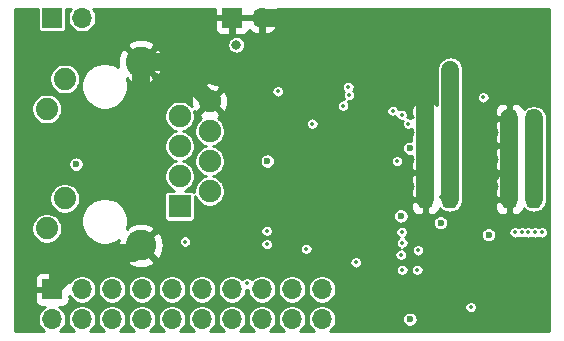
<source format=gbr>
G04 #@! TF.GenerationSoftware,KiCad,Pcbnew,(5.1.5)-3*
G04 #@! TF.CreationDate,2020-07-18T04:54:50-04:00*
G04 #@! TF.ProjectId,MONster64 - NetModule,4d4f4e73-7465-4723-9634-202d204e6574,rev?*
G04 #@! TF.SameCoordinates,Original*
G04 #@! TF.FileFunction,Copper,L6,Bot*
G04 #@! TF.FilePolarity,Positive*
%FSLAX46Y46*%
G04 Gerber Fmt 4.6, Leading zero omitted, Abs format (unit mm)*
G04 Created by KiCad (PCBNEW (5.1.5)-3) date 2020-07-18 04:54:50*
%MOMM*%
%LPD*%
G04 APERTURE LIST*
%ADD10C,0.100000*%
%ADD11R,1.900000X1.900000*%
%ADD12C,1.900000*%
%ADD13C,1.890000*%
%ADD14C,2.600000*%
%ADD15R,1.700000X1.700000*%
%ADD16O,1.700000X1.700000*%
%ADD17C,0.600000*%
%ADD18C,0.350000*%
%ADD19C,8.100000*%
%ADD20C,0.800000*%
%ADD21C,1.500000*%
%ADD22C,0.380000*%
%ADD23C,0.239000*%
G04 APERTURE END LIST*
G04 #@! TA.AperFunction,SMDPad,CuDef*
D10*
G36*
X178285505Y-90550704D02*
G01*
X178309773Y-90554304D01*
X178333572Y-90560265D01*
X178356671Y-90568530D01*
X178378850Y-90579020D01*
X178399893Y-90591632D01*
X178419599Y-90606247D01*
X178437777Y-90622723D01*
X178454253Y-90640901D01*
X178468868Y-90660607D01*
X178481480Y-90681650D01*
X178491970Y-90703829D01*
X178500235Y-90726928D01*
X178506196Y-90750727D01*
X178509796Y-90774995D01*
X178511000Y-90799499D01*
X178511000Y-91699501D01*
X178509796Y-91724005D01*
X178506196Y-91748273D01*
X178500235Y-91772072D01*
X178491970Y-91795171D01*
X178481480Y-91817350D01*
X178468868Y-91838393D01*
X178454253Y-91858099D01*
X178437777Y-91876277D01*
X178419599Y-91892753D01*
X178399893Y-91907368D01*
X178378850Y-91919980D01*
X178356671Y-91930470D01*
X178333572Y-91938735D01*
X178309773Y-91944696D01*
X178285505Y-91948296D01*
X178261001Y-91949500D01*
X177610999Y-91949500D01*
X177586495Y-91948296D01*
X177562227Y-91944696D01*
X177538428Y-91938735D01*
X177515329Y-91930470D01*
X177493150Y-91919980D01*
X177472107Y-91907368D01*
X177452401Y-91892753D01*
X177434223Y-91876277D01*
X177417747Y-91858099D01*
X177403132Y-91838393D01*
X177390520Y-91817350D01*
X177380030Y-91795171D01*
X177371765Y-91772072D01*
X177365804Y-91748273D01*
X177362204Y-91724005D01*
X177361000Y-91699501D01*
X177361000Y-90799499D01*
X177362204Y-90774995D01*
X177365804Y-90750727D01*
X177371765Y-90726928D01*
X177380030Y-90703829D01*
X177390520Y-90681650D01*
X177403132Y-90660607D01*
X177417747Y-90640901D01*
X177434223Y-90622723D01*
X177452401Y-90606247D01*
X177472107Y-90591632D01*
X177493150Y-90579020D01*
X177515329Y-90568530D01*
X177538428Y-90560265D01*
X177562227Y-90554304D01*
X177586495Y-90550704D01*
X177610999Y-90549500D01*
X178261001Y-90549500D01*
X178285505Y-90550704D01*
G37*
G04 #@! TD.AperFunction*
G04 #@! TA.AperFunction,SMDPad,CuDef*
G36*
X176235505Y-90550704D02*
G01*
X176259773Y-90554304D01*
X176283572Y-90560265D01*
X176306671Y-90568530D01*
X176328850Y-90579020D01*
X176349893Y-90591632D01*
X176369599Y-90606247D01*
X176387777Y-90622723D01*
X176404253Y-90640901D01*
X176418868Y-90660607D01*
X176431480Y-90681650D01*
X176441970Y-90703829D01*
X176450235Y-90726928D01*
X176456196Y-90750727D01*
X176459796Y-90774995D01*
X176461000Y-90799499D01*
X176461000Y-91699501D01*
X176459796Y-91724005D01*
X176456196Y-91748273D01*
X176450235Y-91772072D01*
X176441970Y-91795171D01*
X176431480Y-91817350D01*
X176418868Y-91838393D01*
X176404253Y-91858099D01*
X176387777Y-91876277D01*
X176369599Y-91892753D01*
X176349893Y-91907368D01*
X176328850Y-91919980D01*
X176306671Y-91930470D01*
X176283572Y-91938735D01*
X176259773Y-91944696D01*
X176235505Y-91948296D01*
X176211001Y-91949500D01*
X175560999Y-91949500D01*
X175536495Y-91948296D01*
X175512227Y-91944696D01*
X175488428Y-91938735D01*
X175465329Y-91930470D01*
X175443150Y-91919980D01*
X175422107Y-91907368D01*
X175402401Y-91892753D01*
X175384223Y-91876277D01*
X175367747Y-91858099D01*
X175353132Y-91838393D01*
X175340520Y-91817350D01*
X175330030Y-91795171D01*
X175321765Y-91772072D01*
X175315804Y-91748273D01*
X175312204Y-91724005D01*
X175311000Y-91699501D01*
X175311000Y-90799499D01*
X175312204Y-90774995D01*
X175315804Y-90750727D01*
X175321765Y-90726928D01*
X175330030Y-90703829D01*
X175340520Y-90681650D01*
X175353132Y-90660607D01*
X175367747Y-90640901D01*
X175384223Y-90622723D01*
X175402401Y-90606247D01*
X175422107Y-90591632D01*
X175443150Y-90579020D01*
X175465329Y-90568530D01*
X175488428Y-90560265D01*
X175512227Y-90554304D01*
X175536495Y-90550704D01*
X175560999Y-90549500D01*
X176211001Y-90549500D01*
X176235505Y-90550704D01*
G37*
G04 #@! TD.AperFunction*
G04 #@! TA.AperFunction,SMDPad,CuDef*
G36*
X176235505Y-92836704D02*
G01*
X176259773Y-92840304D01*
X176283572Y-92846265D01*
X176306671Y-92854530D01*
X176328850Y-92865020D01*
X176349893Y-92877632D01*
X176369599Y-92892247D01*
X176387777Y-92908723D01*
X176404253Y-92926901D01*
X176418868Y-92946607D01*
X176431480Y-92967650D01*
X176441970Y-92989829D01*
X176450235Y-93012928D01*
X176456196Y-93036727D01*
X176459796Y-93060995D01*
X176461000Y-93085499D01*
X176461000Y-93985501D01*
X176459796Y-94010005D01*
X176456196Y-94034273D01*
X176450235Y-94058072D01*
X176441970Y-94081171D01*
X176431480Y-94103350D01*
X176418868Y-94124393D01*
X176404253Y-94144099D01*
X176387777Y-94162277D01*
X176369599Y-94178753D01*
X176349893Y-94193368D01*
X176328850Y-94205980D01*
X176306671Y-94216470D01*
X176283572Y-94224735D01*
X176259773Y-94230696D01*
X176235505Y-94234296D01*
X176211001Y-94235500D01*
X175560999Y-94235500D01*
X175536495Y-94234296D01*
X175512227Y-94230696D01*
X175488428Y-94224735D01*
X175465329Y-94216470D01*
X175443150Y-94205980D01*
X175422107Y-94193368D01*
X175402401Y-94178753D01*
X175384223Y-94162277D01*
X175367747Y-94144099D01*
X175353132Y-94124393D01*
X175340520Y-94103350D01*
X175330030Y-94081171D01*
X175321765Y-94058072D01*
X175315804Y-94034273D01*
X175312204Y-94010005D01*
X175311000Y-93985501D01*
X175311000Y-93085499D01*
X175312204Y-93060995D01*
X175315804Y-93036727D01*
X175321765Y-93012928D01*
X175330030Y-92989829D01*
X175340520Y-92967650D01*
X175353132Y-92946607D01*
X175367747Y-92926901D01*
X175384223Y-92908723D01*
X175402401Y-92892247D01*
X175422107Y-92877632D01*
X175443150Y-92865020D01*
X175465329Y-92854530D01*
X175488428Y-92846265D01*
X175512227Y-92840304D01*
X175536495Y-92836704D01*
X175560999Y-92835500D01*
X176211001Y-92835500D01*
X176235505Y-92836704D01*
G37*
G04 #@! TD.AperFunction*
G04 #@! TA.AperFunction,SMDPad,CuDef*
G36*
X178285505Y-92836704D02*
G01*
X178309773Y-92840304D01*
X178333572Y-92846265D01*
X178356671Y-92854530D01*
X178378850Y-92865020D01*
X178399893Y-92877632D01*
X178419599Y-92892247D01*
X178437777Y-92908723D01*
X178454253Y-92926901D01*
X178468868Y-92946607D01*
X178481480Y-92967650D01*
X178491970Y-92989829D01*
X178500235Y-93012928D01*
X178506196Y-93036727D01*
X178509796Y-93060995D01*
X178511000Y-93085499D01*
X178511000Y-93985501D01*
X178509796Y-94010005D01*
X178506196Y-94034273D01*
X178500235Y-94058072D01*
X178491970Y-94081171D01*
X178481480Y-94103350D01*
X178468868Y-94124393D01*
X178454253Y-94144099D01*
X178437777Y-94162277D01*
X178419599Y-94178753D01*
X178399893Y-94193368D01*
X178378850Y-94205980D01*
X178356671Y-94216470D01*
X178333572Y-94224735D01*
X178309773Y-94230696D01*
X178285505Y-94234296D01*
X178261001Y-94235500D01*
X177610999Y-94235500D01*
X177586495Y-94234296D01*
X177562227Y-94230696D01*
X177538428Y-94224735D01*
X177515329Y-94216470D01*
X177493150Y-94205980D01*
X177472107Y-94193368D01*
X177452401Y-94178753D01*
X177434223Y-94162277D01*
X177417747Y-94144099D01*
X177403132Y-94124393D01*
X177390520Y-94103350D01*
X177380030Y-94081171D01*
X177371765Y-94058072D01*
X177365804Y-94034273D01*
X177362204Y-94010005D01*
X177361000Y-93985501D01*
X177361000Y-93085499D01*
X177362204Y-93060995D01*
X177365804Y-93036727D01*
X177371765Y-93012928D01*
X177380030Y-92989829D01*
X177390520Y-92967650D01*
X177403132Y-92946607D01*
X177417747Y-92926901D01*
X177434223Y-92908723D01*
X177452401Y-92892247D01*
X177472107Y-92877632D01*
X177493150Y-92865020D01*
X177515329Y-92854530D01*
X177538428Y-92846265D01*
X177562227Y-92840304D01*
X177586495Y-92836704D01*
X177610999Y-92835500D01*
X178261001Y-92835500D01*
X178285505Y-92836704D01*
G37*
G04 #@! TD.AperFunction*
G04 #@! TA.AperFunction,SMDPad,CuDef*
G36*
X178285505Y-95122704D02*
G01*
X178309773Y-95126304D01*
X178333572Y-95132265D01*
X178356671Y-95140530D01*
X178378850Y-95151020D01*
X178399893Y-95163632D01*
X178419599Y-95178247D01*
X178437777Y-95194723D01*
X178454253Y-95212901D01*
X178468868Y-95232607D01*
X178481480Y-95253650D01*
X178491970Y-95275829D01*
X178500235Y-95298928D01*
X178506196Y-95322727D01*
X178509796Y-95346995D01*
X178511000Y-95371499D01*
X178511000Y-96271501D01*
X178509796Y-96296005D01*
X178506196Y-96320273D01*
X178500235Y-96344072D01*
X178491970Y-96367171D01*
X178481480Y-96389350D01*
X178468868Y-96410393D01*
X178454253Y-96430099D01*
X178437777Y-96448277D01*
X178419599Y-96464753D01*
X178399893Y-96479368D01*
X178378850Y-96491980D01*
X178356671Y-96502470D01*
X178333572Y-96510735D01*
X178309773Y-96516696D01*
X178285505Y-96520296D01*
X178261001Y-96521500D01*
X177610999Y-96521500D01*
X177586495Y-96520296D01*
X177562227Y-96516696D01*
X177538428Y-96510735D01*
X177515329Y-96502470D01*
X177493150Y-96491980D01*
X177472107Y-96479368D01*
X177452401Y-96464753D01*
X177434223Y-96448277D01*
X177417747Y-96430099D01*
X177403132Y-96410393D01*
X177390520Y-96389350D01*
X177380030Y-96367171D01*
X177371765Y-96344072D01*
X177365804Y-96320273D01*
X177362204Y-96296005D01*
X177361000Y-96271501D01*
X177361000Y-95371499D01*
X177362204Y-95346995D01*
X177365804Y-95322727D01*
X177371765Y-95298928D01*
X177380030Y-95275829D01*
X177390520Y-95253650D01*
X177403132Y-95232607D01*
X177417747Y-95212901D01*
X177434223Y-95194723D01*
X177452401Y-95178247D01*
X177472107Y-95163632D01*
X177493150Y-95151020D01*
X177515329Y-95140530D01*
X177538428Y-95132265D01*
X177562227Y-95126304D01*
X177586495Y-95122704D01*
X177610999Y-95121500D01*
X178261001Y-95121500D01*
X178285505Y-95122704D01*
G37*
G04 #@! TD.AperFunction*
G04 #@! TA.AperFunction,SMDPad,CuDef*
G36*
X176235505Y-95122704D02*
G01*
X176259773Y-95126304D01*
X176283572Y-95132265D01*
X176306671Y-95140530D01*
X176328850Y-95151020D01*
X176349893Y-95163632D01*
X176369599Y-95178247D01*
X176387777Y-95194723D01*
X176404253Y-95212901D01*
X176418868Y-95232607D01*
X176431480Y-95253650D01*
X176441970Y-95275829D01*
X176450235Y-95298928D01*
X176456196Y-95322727D01*
X176459796Y-95346995D01*
X176461000Y-95371499D01*
X176461000Y-96271501D01*
X176459796Y-96296005D01*
X176456196Y-96320273D01*
X176450235Y-96344072D01*
X176441970Y-96367171D01*
X176431480Y-96389350D01*
X176418868Y-96410393D01*
X176404253Y-96430099D01*
X176387777Y-96448277D01*
X176369599Y-96464753D01*
X176349893Y-96479368D01*
X176328850Y-96491980D01*
X176306671Y-96502470D01*
X176283572Y-96510735D01*
X176259773Y-96516696D01*
X176235505Y-96520296D01*
X176211001Y-96521500D01*
X175560999Y-96521500D01*
X175536495Y-96520296D01*
X175512227Y-96516696D01*
X175488428Y-96510735D01*
X175465329Y-96502470D01*
X175443150Y-96491980D01*
X175422107Y-96479368D01*
X175402401Y-96464753D01*
X175384223Y-96448277D01*
X175367747Y-96430099D01*
X175353132Y-96410393D01*
X175340520Y-96389350D01*
X175330030Y-96367171D01*
X175321765Y-96344072D01*
X175315804Y-96320273D01*
X175312204Y-96296005D01*
X175311000Y-96271501D01*
X175311000Y-95371499D01*
X175312204Y-95346995D01*
X175315804Y-95322727D01*
X175321765Y-95298928D01*
X175330030Y-95275829D01*
X175340520Y-95253650D01*
X175353132Y-95232607D01*
X175367747Y-95212901D01*
X175384223Y-95194723D01*
X175402401Y-95178247D01*
X175422107Y-95163632D01*
X175443150Y-95151020D01*
X175465329Y-95140530D01*
X175488428Y-95132265D01*
X175512227Y-95126304D01*
X175536495Y-95122704D01*
X175560999Y-95121500D01*
X176211001Y-95121500D01*
X176235505Y-95122704D01*
G37*
G04 #@! TD.AperFunction*
G04 #@! TA.AperFunction,SMDPad,CuDef*
G36*
X178285505Y-97408704D02*
G01*
X178309773Y-97412304D01*
X178333572Y-97418265D01*
X178356671Y-97426530D01*
X178378850Y-97437020D01*
X178399893Y-97449632D01*
X178419599Y-97464247D01*
X178437777Y-97480723D01*
X178454253Y-97498901D01*
X178468868Y-97518607D01*
X178481480Y-97539650D01*
X178491970Y-97561829D01*
X178500235Y-97584928D01*
X178506196Y-97608727D01*
X178509796Y-97632995D01*
X178511000Y-97657499D01*
X178511000Y-98557501D01*
X178509796Y-98582005D01*
X178506196Y-98606273D01*
X178500235Y-98630072D01*
X178491970Y-98653171D01*
X178481480Y-98675350D01*
X178468868Y-98696393D01*
X178454253Y-98716099D01*
X178437777Y-98734277D01*
X178419599Y-98750753D01*
X178399893Y-98765368D01*
X178378850Y-98777980D01*
X178356671Y-98788470D01*
X178333572Y-98796735D01*
X178309773Y-98802696D01*
X178285505Y-98806296D01*
X178261001Y-98807500D01*
X177610999Y-98807500D01*
X177586495Y-98806296D01*
X177562227Y-98802696D01*
X177538428Y-98796735D01*
X177515329Y-98788470D01*
X177493150Y-98777980D01*
X177472107Y-98765368D01*
X177452401Y-98750753D01*
X177434223Y-98734277D01*
X177417747Y-98716099D01*
X177403132Y-98696393D01*
X177390520Y-98675350D01*
X177380030Y-98653171D01*
X177371765Y-98630072D01*
X177365804Y-98606273D01*
X177362204Y-98582005D01*
X177361000Y-98557501D01*
X177361000Y-97657499D01*
X177362204Y-97632995D01*
X177365804Y-97608727D01*
X177371765Y-97584928D01*
X177380030Y-97561829D01*
X177390520Y-97539650D01*
X177403132Y-97518607D01*
X177417747Y-97498901D01*
X177434223Y-97480723D01*
X177452401Y-97464247D01*
X177472107Y-97449632D01*
X177493150Y-97437020D01*
X177515329Y-97426530D01*
X177538428Y-97418265D01*
X177562227Y-97412304D01*
X177586495Y-97408704D01*
X177610999Y-97407500D01*
X178261001Y-97407500D01*
X178285505Y-97408704D01*
G37*
G04 #@! TD.AperFunction*
G04 #@! TA.AperFunction,SMDPad,CuDef*
G36*
X176235505Y-97408704D02*
G01*
X176259773Y-97412304D01*
X176283572Y-97418265D01*
X176306671Y-97426530D01*
X176328850Y-97437020D01*
X176349893Y-97449632D01*
X176369599Y-97464247D01*
X176387777Y-97480723D01*
X176404253Y-97498901D01*
X176418868Y-97518607D01*
X176431480Y-97539650D01*
X176441970Y-97561829D01*
X176450235Y-97584928D01*
X176456196Y-97608727D01*
X176459796Y-97632995D01*
X176461000Y-97657499D01*
X176461000Y-98557501D01*
X176459796Y-98582005D01*
X176456196Y-98606273D01*
X176450235Y-98630072D01*
X176441970Y-98653171D01*
X176431480Y-98675350D01*
X176418868Y-98696393D01*
X176404253Y-98716099D01*
X176387777Y-98734277D01*
X176369599Y-98750753D01*
X176349893Y-98765368D01*
X176328850Y-98777980D01*
X176306671Y-98788470D01*
X176283572Y-98796735D01*
X176259773Y-98802696D01*
X176235505Y-98806296D01*
X176211001Y-98807500D01*
X175560999Y-98807500D01*
X175536495Y-98806296D01*
X175512227Y-98802696D01*
X175488428Y-98796735D01*
X175465329Y-98788470D01*
X175443150Y-98777980D01*
X175422107Y-98765368D01*
X175402401Y-98750753D01*
X175384223Y-98734277D01*
X175367747Y-98716099D01*
X175353132Y-98696393D01*
X175340520Y-98675350D01*
X175330030Y-98653171D01*
X175321765Y-98630072D01*
X175315804Y-98606273D01*
X175312204Y-98582005D01*
X175311000Y-98557501D01*
X175311000Y-97657499D01*
X175312204Y-97632995D01*
X175315804Y-97608727D01*
X175321765Y-97584928D01*
X175330030Y-97561829D01*
X175340520Y-97539650D01*
X175353132Y-97518607D01*
X175367747Y-97498901D01*
X175384223Y-97480723D01*
X175402401Y-97464247D01*
X175422107Y-97449632D01*
X175443150Y-97437020D01*
X175465329Y-97426530D01*
X175488428Y-97418265D01*
X175512227Y-97412304D01*
X175536495Y-97408704D01*
X175560999Y-97407500D01*
X176211001Y-97407500D01*
X176235505Y-97408704D01*
G37*
G04 #@! TD.AperFunction*
G04 #@! TA.AperFunction,SMDPad,CuDef*
G36*
X169123505Y-90550704D02*
G01*
X169147773Y-90554304D01*
X169171572Y-90560265D01*
X169194671Y-90568530D01*
X169216850Y-90579020D01*
X169237893Y-90591632D01*
X169257599Y-90606247D01*
X169275777Y-90622723D01*
X169292253Y-90640901D01*
X169306868Y-90660607D01*
X169319480Y-90681650D01*
X169329970Y-90703829D01*
X169338235Y-90726928D01*
X169344196Y-90750727D01*
X169347796Y-90774995D01*
X169349000Y-90799499D01*
X169349000Y-91699501D01*
X169347796Y-91724005D01*
X169344196Y-91748273D01*
X169338235Y-91772072D01*
X169329970Y-91795171D01*
X169319480Y-91817350D01*
X169306868Y-91838393D01*
X169292253Y-91858099D01*
X169275777Y-91876277D01*
X169257599Y-91892753D01*
X169237893Y-91907368D01*
X169216850Y-91919980D01*
X169194671Y-91930470D01*
X169171572Y-91938735D01*
X169147773Y-91944696D01*
X169123505Y-91948296D01*
X169099001Y-91949500D01*
X168448999Y-91949500D01*
X168424495Y-91948296D01*
X168400227Y-91944696D01*
X168376428Y-91938735D01*
X168353329Y-91930470D01*
X168331150Y-91919980D01*
X168310107Y-91907368D01*
X168290401Y-91892753D01*
X168272223Y-91876277D01*
X168255747Y-91858099D01*
X168241132Y-91838393D01*
X168228520Y-91817350D01*
X168218030Y-91795171D01*
X168209765Y-91772072D01*
X168203804Y-91748273D01*
X168200204Y-91724005D01*
X168199000Y-91699501D01*
X168199000Y-90799499D01*
X168200204Y-90774995D01*
X168203804Y-90750727D01*
X168209765Y-90726928D01*
X168218030Y-90703829D01*
X168228520Y-90681650D01*
X168241132Y-90660607D01*
X168255747Y-90640901D01*
X168272223Y-90622723D01*
X168290401Y-90606247D01*
X168310107Y-90591632D01*
X168331150Y-90579020D01*
X168353329Y-90568530D01*
X168376428Y-90560265D01*
X168400227Y-90554304D01*
X168424495Y-90550704D01*
X168448999Y-90549500D01*
X169099001Y-90549500D01*
X169123505Y-90550704D01*
G37*
G04 #@! TD.AperFunction*
G04 #@! TA.AperFunction,SMDPad,CuDef*
G36*
X171173505Y-90550704D02*
G01*
X171197773Y-90554304D01*
X171221572Y-90560265D01*
X171244671Y-90568530D01*
X171266850Y-90579020D01*
X171287893Y-90591632D01*
X171307599Y-90606247D01*
X171325777Y-90622723D01*
X171342253Y-90640901D01*
X171356868Y-90660607D01*
X171369480Y-90681650D01*
X171379970Y-90703829D01*
X171388235Y-90726928D01*
X171394196Y-90750727D01*
X171397796Y-90774995D01*
X171399000Y-90799499D01*
X171399000Y-91699501D01*
X171397796Y-91724005D01*
X171394196Y-91748273D01*
X171388235Y-91772072D01*
X171379970Y-91795171D01*
X171369480Y-91817350D01*
X171356868Y-91838393D01*
X171342253Y-91858099D01*
X171325777Y-91876277D01*
X171307599Y-91892753D01*
X171287893Y-91907368D01*
X171266850Y-91919980D01*
X171244671Y-91930470D01*
X171221572Y-91938735D01*
X171197773Y-91944696D01*
X171173505Y-91948296D01*
X171149001Y-91949500D01*
X170498999Y-91949500D01*
X170474495Y-91948296D01*
X170450227Y-91944696D01*
X170426428Y-91938735D01*
X170403329Y-91930470D01*
X170381150Y-91919980D01*
X170360107Y-91907368D01*
X170340401Y-91892753D01*
X170322223Y-91876277D01*
X170305747Y-91858099D01*
X170291132Y-91838393D01*
X170278520Y-91817350D01*
X170268030Y-91795171D01*
X170259765Y-91772072D01*
X170253804Y-91748273D01*
X170250204Y-91724005D01*
X170249000Y-91699501D01*
X170249000Y-90799499D01*
X170250204Y-90774995D01*
X170253804Y-90750727D01*
X170259765Y-90726928D01*
X170268030Y-90703829D01*
X170278520Y-90681650D01*
X170291132Y-90660607D01*
X170305747Y-90640901D01*
X170322223Y-90622723D01*
X170340401Y-90606247D01*
X170360107Y-90591632D01*
X170381150Y-90579020D01*
X170403329Y-90568530D01*
X170426428Y-90560265D01*
X170450227Y-90554304D01*
X170474495Y-90550704D01*
X170498999Y-90549500D01*
X171149001Y-90549500D01*
X171173505Y-90550704D01*
G37*
G04 #@! TD.AperFunction*
G04 #@! TA.AperFunction,SMDPad,CuDef*
G36*
X171173505Y-92836704D02*
G01*
X171197773Y-92840304D01*
X171221572Y-92846265D01*
X171244671Y-92854530D01*
X171266850Y-92865020D01*
X171287893Y-92877632D01*
X171307599Y-92892247D01*
X171325777Y-92908723D01*
X171342253Y-92926901D01*
X171356868Y-92946607D01*
X171369480Y-92967650D01*
X171379970Y-92989829D01*
X171388235Y-93012928D01*
X171394196Y-93036727D01*
X171397796Y-93060995D01*
X171399000Y-93085499D01*
X171399000Y-93985501D01*
X171397796Y-94010005D01*
X171394196Y-94034273D01*
X171388235Y-94058072D01*
X171379970Y-94081171D01*
X171369480Y-94103350D01*
X171356868Y-94124393D01*
X171342253Y-94144099D01*
X171325777Y-94162277D01*
X171307599Y-94178753D01*
X171287893Y-94193368D01*
X171266850Y-94205980D01*
X171244671Y-94216470D01*
X171221572Y-94224735D01*
X171197773Y-94230696D01*
X171173505Y-94234296D01*
X171149001Y-94235500D01*
X170498999Y-94235500D01*
X170474495Y-94234296D01*
X170450227Y-94230696D01*
X170426428Y-94224735D01*
X170403329Y-94216470D01*
X170381150Y-94205980D01*
X170360107Y-94193368D01*
X170340401Y-94178753D01*
X170322223Y-94162277D01*
X170305747Y-94144099D01*
X170291132Y-94124393D01*
X170278520Y-94103350D01*
X170268030Y-94081171D01*
X170259765Y-94058072D01*
X170253804Y-94034273D01*
X170250204Y-94010005D01*
X170249000Y-93985501D01*
X170249000Y-93085499D01*
X170250204Y-93060995D01*
X170253804Y-93036727D01*
X170259765Y-93012928D01*
X170268030Y-92989829D01*
X170278520Y-92967650D01*
X170291132Y-92946607D01*
X170305747Y-92926901D01*
X170322223Y-92908723D01*
X170340401Y-92892247D01*
X170360107Y-92877632D01*
X170381150Y-92865020D01*
X170403329Y-92854530D01*
X170426428Y-92846265D01*
X170450227Y-92840304D01*
X170474495Y-92836704D01*
X170498999Y-92835500D01*
X171149001Y-92835500D01*
X171173505Y-92836704D01*
G37*
G04 #@! TD.AperFunction*
G04 #@! TA.AperFunction,SMDPad,CuDef*
G36*
X169123505Y-92836704D02*
G01*
X169147773Y-92840304D01*
X169171572Y-92846265D01*
X169194671Y-92854530D01*
X169216850Y-92865020D01*
X169237893Y-92877632D01*
X169257599Y-92892247D01*
X169275777Y-92908723D01*
X169292253Y-92926901D01*
X169306868Y-92946607D01*
X169319480Y-92967650D01*
X169329970Y-92989829D01*
X169338235Y-93012928D01*
X169344196Y-93036727D01*
X169347796Y-93060995D01*
X169349000Y-93085499D01*
X169349000Y-93985501D01*
X169347796Y-94010005D01*
X169344196Y-94034273D01*
X169338235Y-94058072D01*
X169329970Y-94081171D01*
X169319480Y-94103350D01*
X169306868Y-94124393D01*
X169292253Y-94144099D01*
X169275777Y-94162277D01*
X169257599Y-94178753D01*
X169237893Y-94193368D01*
X169216850Y-94205980D01*
X169194671Y-94216470D01*
X169171572Y-94224735D01*
X169147773Y-94230696D01*
X169123505Y-94234296D01*
X169099001Y-94235500D01*
X168448999Y-94235500D01*
X168424495Y-94234296D01*
X168400227Y-94230696D01*
X168376428Y-94224735D01*
X168353329Y-94216470D01*
X168331150Y-94205980D01*
X168310107Y-94193368D01*
X168290401Y-94178753D01*
X168272223Y-94162277D01*
X168255747Y-94144099D01*
X168241132Y-94124393D01*
X168228520Y-94103350D01*
X168218030Y-94081171D01*
X168209765Y-94058072D01*
X168203804Y-94034273D01*
X168200204Y-94010005D01*
X168199000Y-93985501D01*
X168199000Y-93085499D01*
X168200204Y-93060995D01*
X168203804Y-93036727D01*
X168209765Y-93012928D01*
X168218030Y-92989829D01*
X168228520Y-92967650D01*
X168241132Y-92946607D01*
X168255747Y-92926901D01*
X168272223Y-92908723D01*
X168290401Y-92892247D01*
X168310107Y-92877632D01*
X168331150Y-92865020D01*
X168353329Y-92854530D01*
X168376428Y-92846265D01*
X168400227Y-92840304D01*
X168424495Y-92836704D01*
X168448999Y-92835500D01*
X169099001Y-92835500D01*
X169123505Y-92836704D01*
G37*
G04 #@! TD.AperFunction*
G04 #@! TA.AperFunction,SMDPad,CuDef*
G36*
X169123505Y-95122704D02*
G01*
X169147773Y-95126304D01*
X169171572Y-95132265D01*
X169194671Y-95140530D01*
X169216850Y-95151020D01*
X169237893Y-95163632D01*
X169257599Y-95178247D01*
X169275777Y-95194723D01*
X169292253Y-95212901D01*
X169306868Y-95232607D01*
X169319480Y-95253650D01*
X169329970Y-95275829D01*
X169338235Y-95298928D01*
X169344196Y-95322727D01*
X169347796Y-95346995D01*
X169349000Y-95371499D01*
X169349000Y-96271501D01*
X169347796Y-96296005D01*
X169344196Y-96320273D01*
X169338235Y-96344072D01*
X169329970Y-96367171D01*
X169319480Y-96389350D01*
X169306868Y-96410393D01*
X169292253Y-96430099D01*
X169275777Y-96448277D01*
X169257599Y-96464753D01*
X169237893Y-96479368D01*
X169216850Y-96491980D01*
X169194671Y-96502470D01*
X169171572Y-96510735D01*
X169147773Y-96516696D01*
X169123505Y-96520296D01*
X169099001Y-96521500D01*
X168448999Y-96521500D01*
X168424495Y-96520296D01*
X168400227Y-96516696D01*
X168376428Y-96510735D01*
X168353329Y-96502470D01*
X168331150Y-96491980D01*
X168310107Y-96479368D01*
X168290401Y-96464753D01*
X168272223Y-96448277D01*
X168255747Y-96430099D01*
X168241132Y-96410393D01*
X168228520Y-96389350D01*
X168218030Y-96367171D01*
X168209765Y-96344072D01*
X168203804Y-96320273D01*
X168200204Y-96296005D01*
X168199000Y-96271501D01*
X168199000Y-95371499D01*
X168200204Y-95346995D01*
X168203804Y-95322727D01*
X168209765Y-95298928D01*
X168218030Y-95275829D01*
X168228520Y-95253650D01*
X168241132Y-95232607D01*
X168255747Y-95212901D01*
X168272223Y-95194723D01*
X168290401Y-95178247D01*
X168310107Y-95163632D01*
X168331150Y-95151020D01*
X168353329Y-95140530D01*
X168376428Y-95132265D01*
X168400227Y-95126304D01*
X168424495Y-95122704D01*
X168448999Y-95121500D01*
X169099001Y-95121500D01*
X169123505Y-95122704D01*
G37*
G04 #@! TD.AperFunction*
G04 #@! TA.AperFunction,SMDPad,CuDef*
G36*
X171173505Y-95122704D02*
G01*
X171197773Y-95126304D01*
X171221572Y-95132265D01*
X171244671Y-95140530D01*
X171266850Y-95151020D01*
X171287893Y-95163632D01*
X171307599Y-95178247D01*
X171325777Y-95194723D01*
X171342253Y-95212901D01*
X171356868Y-95232607D01*
X171369480Y-95253650D01*
X171379970Y-95275829D01*
X171388235Y-95298928D01*
X171394196Y-95322727D01*
X171397796Y-95346995D01*
X171399000Y-95371499D01*
X171399000Y-96271501D01*
X171397796Y-96296005D01*
X171394196Y-96320273D01*
X171388235Y-96344072D01*
X171379970Y-96367171D01*
X171369480Y-96389350D01*
X171356868Y-96410393D01*
X171342253Y-96430099D01*
X171325777Y-96448277D01*
X171307599Y-96464753D01*
X171287893Y-96479368D01*
X171266850Y-96491980D01*
X171244671Y-96502470D01*
X171221572Y-96510735D01*
X171197773Y-96516696D01*
X171173505Y-96520296D01*
X171149001Y-96521500D01*
X170498999Y-96521500D01*
X170474495Y-96520296D01*
X170450227Y-96516696D01*
X170426428Y-96510735D01*
X170403329Y-96502470D01*
X170381150Y-96491980D01*
X170360107Y-96479368D01*
X170340401Y-96464753D01*
X170322223Y-96448277D01*
X170305747Y-96430099D01*
X170291132Y-96410393D01*
X170278520Y-96389350D01*
X170268030Y-96367171D01*
X170259765Y-96344072D01*
X170253804Y-96320273D01*
X170250204Y-96296005D01*
X170249000Y-96271501D01*
X170249000Y-95371499D01*
X170250204Y-95346995D01*
X170253804Y-95322727D01*
X170259765Y-95298928D01*
X170268030Y-95275829D01*
X170278520Y-95253650D01*
X170291132Y-95232607D01*
X170305747Y-95212901D01*
X170322223Y-95194723D01*
X170340401Y-95178247D01*
X170360107Y-95163632D01*
X170381150Y-95151020D01*
X170403329Y-95140530D01*
X170426428Y-95132265D01*
X170450227Y-95126304D01*
X170474495Y-95122704D01*
X170498999Y-95121500D01*
X171149001Y-95121500D01*
X171173505Y-95122704D01*
G37*
G04 #@! TD.AperFunction*
G04 #@! TA.AperFunction,SMDPad,CuDef*
G36*
X171173505Y-97408704D02*
G01*
X171197773Y-97412304D01*
X171221572Y-97418265D01*
X171244671Y-97426530D01*
X171266850Y-97437020D01*
X171287893Y-97449632D01*
X171307599Y-97464247D01*
X171325777Y-97480723D01*
X171342253Y-97498901D01*
X171356868Y-97518607D01*
X171369480Y-97539650D01*
X171379970Y-97561829D01*
X171388235Y-97584928D01*
X171394196Y-97608727D01*
X171397796Y-97632995D01*
X171399000Y-97657499D01*
X171399000Y-98557501D01*
X171397796Y-98582005D01*
X171394196Y-98606273D01*
X171388235Y-98630072D01*
X171379970Y-98653171D01*
X171369480Y-98675350D01*
X171356868Y-98696393D01*
X171342253Y-98716099D01*
X171325777Y-98734277D01*
X171307599Y-98750753D01*
X171287893Y-98765368D01*
X171266850Y-98777980D01*
X171244671Y-98788470D01*
X171221572Y-98796735D01*
X171197773Y-98802696D01*
X171173505Y-98806296D01*
X171149001Y-98807500D01*
X170498999Y-98807500D01*
X170474495Y-98806296D01*
X170450227Y-98802696D01*
X170426428Y-98796735D01*
X170403329Y-98788470D01*
X170381150Y-98777980D01*
X170360107Y-98765368D01*
X170340401Y-98750753D01*
X170322223Y-98734277D01*
X170305747Y-98716099D01*
X170291132Y-98696393D01*
X170278520Y-98675350D01*
X170268030Y-98653171D01*
X170259765Y-98630072D01*
X170253804Y-98606273D01*
X170250204Y-98582005D01*
X170249000Y-98557501D01*
X170249000Y-97657499D01*
X170250204Y-97632995D01*
X170253804Y-97608727D01*
X170259765Y-97584928D01*
X170268030Y-97561829D01*
X170278520Y-97539650D01*
X170291132Y-97518607D01*
X170305747Y-97498901D01*
X170322223Y-97480723D01*
X170340401Y-97464247D01*
X170360107Y-97449632D01*
X170381150Y-97437020D01*
X170403329Y-97426530D01*
X170426428Y-97418265D01*
X170450227Y-97412304D01*
X170474495Y-97408704D01*
X170498999Y-97407500D01*
X171149001Y-97407500D01*
X171173505Y-97408704D01*
G37*
G04 #@! TD.AperFunction*
G04 #@! TA.AperFunction,SMDPad,CuDef*
G36*
X169123505Y-97408704D02*
G01*
X169147773Y-97412304D01*
X169171572Y-97418265D01*
X169194671Y-97426530D01*
X169216850Y-97437020D01*
X169237893Y-97449632D01*
X169257599Y-97464247D01*
X169275777Y-97480723D01*
X169292253Y-97498901D01*
X169306868Y-97518607D01*
X169319480Y-97539650D01*
X169329970Y-97561829D01*
X169338235Y-97584928D01*
X169344196Y-97608727D01*
X169347796Y-97632995D01*
X169349000Y-97657499D01*
X169349000Y-98557501D01*
X169347796Y-98582005D01*
X169344196Y-98606273D01*
X169338235Y-98630072D01*
X169329970Y-98653171D01*
X169319480Y-98675350D01*
X169306868Y-98696393D01*
X169292253Y-98716099D01*
X169275777Y-98734277D01*
X169257599Y-98750753D01*
X169237893Y-98765368D01*
X169216850Y-98777980D01*
X169194671Y-98788470D01*
X169171572Y-98796735D01*
X169147773Y-98802696D01*
X169123505Y-98806296D01*
X169099001Y-98807500D01*
X168448999Y-98807500D01*
X168424495Y-98806296D01*
X168400227Y-98802696D01*
X168376428Y-98796735D01*
X168353329Y-98788470D01*
X168331150Y-98777980D01*
X168310107Y-98765368D01*
X168290401Y-98750753D01*
X168272223Y-98734277D01*
X168255747Y-98716099D01*
X168241132Y-98696393D01*
X168228520Y-98675350D01*
X168218030Y-98653171D01*
X168209765Y-98630072D01*
X168203804Y-98606273D01*
X168200204Y-98582005D01*
X168199000Y-98557501D01*
X168199000Y-97657499D01*
X168200204Y-97632995D01*
X168203804Y-97608727D01*
X168209765Y-97584928D01*
X168218030Y-97561829D01*
X168228520Y-97539650D01*
X168241132Y-97518607D01*
X168255747Y-97498901D01*
X168272223Y-97480723D01*
X168290401Y-97464247D01*
X168310107Y-97449632D01*
X168331150Y-97437020D01*
X168353329Y-97426530D01*
X168376428Y-97418265D01*
X168400227Y-97412304D01*
X168424495Y-97408704D01*
X168448999Y-97407500D01*
X169099001Y-97407500D01*
X169123505Y-97408704D01*
G37*
G04 #@! TD.AperFunction*
D11*
X147955000Y-98679000D03*
D12*
X150495000Y-97409000D03*
X147955000Y-96139000D03*
X150495000Y-94869000D03*
X147955000Y-93599000D03*
X150495000Y-92329000D03*
X147955000Y-91059000D03*
X150495000Y-89789000D03*
D13*
X138235000Y-87909000D03*
X136715000Y-90449000D03*
X138235000Y-98019000D03*
X136715000Y-100559000D03*
D14*
X144665000Y-102009000D03*
X144665000Y-86459000D03*
D15*
X137160000Y-82740500D03*
D16*
X139700000Y-82740500D03*
X154940000Y-82740500D03*
D15*
X152400000Y-82740500D03*
X137160000Y-105727500D03*
D16*
X137160000Y-108267500D03*
X139700000Y-105727500D03*
X139700000Y-108267500D03*
X142240000Y-105727500D03*
X142240000Y-108267500D03*
X144780000Y-105727500D03*
X144780000Y-108267500D03*
X147320000Y-105727500D03*
X147320000Y-108267500D03*
X149860000Y-105727500D03*
X149860000Y-108267500D03*
X152400000Y-105727500D03*
X152400000Y-108267500D03*
X154940000Y-105727500D03*
X154940000Y-108267500D03*
X157480000Y-105727500D03*
X157480000Y-108267500D03*
X160020000Y-105727500D03*
X160020000Y-108267500D03*
D17*
X139192000Y-95123000D03*
D18*
X173736000Y-105854500D03*
X178498500Y-102743000D03*
D19*
X162496500Y-97282000D03*
D20*
X172593000Y-96139000D03*
X174625000Y-98171000D03*
X172593000Y-98171000D03*
X174625000Y-96139000D03*
D17*
X154940000Y-91884500D03*
X154940000Y-85979000D03*
X154822000Y-97844500D03*
D20*
X144136000Y-95640000D03*
D17*
X174117000Y-101092000D03*
D18*
X170065000Y-97905000D03*
D20*
X177936000Y-97146000D03*
X177927000Y-91249500D03*
X152772000Y-85026500D03*
X170878500Y-87122000D03*
D18*
X166814500Y-101790500D03*
X155321000Y-101917500D03*
X155321000Y-100774500D03*
X166751000Y-100838000D03*
X148429999Y-101679501D03*
X158686500Y-102298500D03*
D17*
X155384500Y-94869000D03*
D18*
X166370000Y-94869000D03*
X162877500Y-103441500D03*
X176339500Y-100901500D03*
X166687500Y-102806500D03*
X168148000Y-102425500D03*
D17*
X166687500Y-99504500D03*
X170053000Y-100076000D03*
D18*
X156273500Y-88963500D03*
X178054000Y-100901500D03*
X176911000Y-100901500D03*
X168084500Y-104076500D03*
X166814500Y-104076500D03*
X153670000Y-105219500D03*
X177482500Y-100901500D03*
X162242500Y-88582500D03*
X173672500Y-89471500D03*
X162320501Y-89295501D03*
X161798000Y-90170000D03*
X178625500Y-100901500D03*
X172593000Y-107251500D03*
X165989000Y-90614500D03*
X166751000Y-90932000D03*
X159194500Y-91694000D03*
X167322500Y-91694000D03*
D17*
X167449500Y-93789500D03*
X167449500Y-108267500D03*
D21*
X175886000Y-98107500D02*
X175886000Y-91249500D01*
X168774000Y-98107500D02*
X168774000Y-91249500D01*
X154940000Y-85979000D02*
X154940000Y-91884500D01*
X154640001Y-92184499D02*
X154940000Y-91884500D01*
X154134499Y-92690001D02*
X154640001Y-92184499D01*
X154134499Y-96732735D02*
X154134499Y-92690001D01*
X154822000Y-97420236D02*
X154134499Y-96732735D01*
X154822000Y-97844500D02*
X154822000Y-97420236D01*
X168774000Y-91249500D02*
X168774000Y-86750000D01*
X164764500Y-82740500D02*
X154940000Y-82740500D01*
X168774000Y-86750000D02*
X164764500Y-82740500D01*
X147165000Y-86459000D02*
X144665000Y-86459000D01*
X150495000Y-89789000D02*
X147165000Y-86459000D01*
X144665000Y-95111000D02*
X144665000Y-86459000D01*
X144136000Y-95640000D02*
X144665000Y-95111000D01*
X144058000Y-102616000D02*
X144665000Y-102009000D01*
X137160000Y-105727500D02*
X137160000Y-105603498D01*
X140147498Y-102616000D02*
X144058000Y-102616000D01*
X137160000Y-105603498D02*
X140147498Y-102616000D01*
X177936000Y-98107500D02*
X177936000Y-97146000D01*
X170824000Y-98107500D02*
X170824000Y-91249500D01*
D22*
X170621500Y-97905000D02*
X170824000Y-98107500D01*
X170065000Y-97905000D02*
X170621500Y-97905000D01*
D21*
X177936000Y-97146000D02*
X177936000Y-91249500D01*
X170878500Y-91195000D02*
X170824000Y-91249500D01*
X170878500Y-87122000D02*
X170878500Y-91195000D01*
D23*
G36*
X135949766Y-83590500D02*
G01*
X135956688Y-83660778D01*
X135977187Y-83728356D01*
X136010476Y-83790635D01*
X136055276Y-83845224D01*
X136109865Y-83890024D01*
X136172144Y-83923313D01*
X136239722Y-83943812D01*
X136310000Y-83950734D01*
X138010000Y-83950734D01*
X138080278Y-83943812D01*
X138147856Y-83923313D01*
X138210135Y-83890024D01*
X138264724Y-83845224D01*
X138309524Y-83790635D01*
X138342813Y-83728356D01*
X138363312Y-83660778D01*
X138370234Y-83590500D01*
X138370234Y-82006000D01*
X138737327Y-82006000D01*
X138629042Y-82168061D01*
X138537942Y-82387994D01*
X138491500Y-82621473D01*
X138491500Y-82859527D01*
X138537942Y-83093006D01*
X138629042Y-83312939D01*
X138761297Y-83510874D01*
X138929626Y-83679203D01*
X139127561Y-83811458D01*
X139347494Y-83902558D01*
X139580973Y-83949000D01*
X139819027Y-83949000D01*
X140052506Y-83902558D01*
X140272439Y-83811458D01*
X140470374Y-83679203D01*
X140559077Y-83590500D01*
X150919464Y-83590500D01*
X150931580Y-83713511D01*
X150967461Y-83831796D01*
X151025728Y-83940807D01*
X151104144Y-84036356D01*
X151199693Y-84114772D01*
X151308704Y-84173039D01*
X151426989Y-84208920D01*
X151550000Y-84221036D01*
X152108625Y-84218000D01*
X152265500Y-84061125D01*
X152265500Y-82875000D01*
X152534500Y-82875000D01*
X152534500Y-84061125D01*
X152691375Y-84218000D01*
X153250000Y-84221036D01*
X153373011Y-84208920D01*
X153491296Y-84173039D01*
X153600307Y-84114772D01*
X153695856Y-84036356D01*
X153774272Y-83940807D01*
X153832539Y-83831796D01*
X153860659Y-83739094D01*
X153950839Y-83838034D01*
X154183964Y-84009921D01*
X154446143Y-84133025D01*
X154576984Y-84172710D01*
X154805500Y-84054258D01*
X154805500Y-82875000D01*
X155074500Y-82875000D01*
X155074500Y-84054258D01*
X155303016Y-84172710D01*
X155433857Y-84133025D01*
X155696036Y-84009921D01*
X155929161Y-83838034D01*
X156124273Y-83623969D01*
X156273874Y-83375953D01*
X156372215Y-83103517D01*
X156254495Y-82875000D01*
X155074500Y-82875000D01*
X154805500Y-82875000D01*
X152534500Y-82875000D01*
X152265500Y-82875000D01*
X151079375Y-82875000D01*
X150922500Y-83031875D01*
X150919464Y-83590500D01*
X140559077Y-83590500D01*
X140638703Y-83510874D01*
X140770958Y-83312939D01*
X140862058Y-83093006D01*
X140908500Y-82859527D01*
X140908500Y-82621473D01*
X140862058Y-82387994D01*
X140770958Y-82168061D01*
X140662673Y-82006000D01*
X150920092Y-82006000D01*
X150922500Y-82449125D01*
X151079375Y-82606000D01*
X152265500Y-82606000D01*
X152265500Y-82586000D01*
X152534500Y-82586000D01*
X152534500Y-82606000D01*
X154805500Y-82606000D01*
X154805500Y-82586000D01*
X155074500Y-82586000D01*
X155074500Y-82606000D01*
X156254495Y-82606000D01*
X156372215Y-82377483D01*
X156273874Y-82105047D01*
X156214130Y-82006000D01*
X179233001Y-82006000D01*
X179233000Y-109291000D01*
X160663465Y-109291000D01*
X160790374Y-109206203D01*
X160958703Y-109037874D01*
X161090958Y-108839939D01*
X161182058Y-108620006D01*
X161228500Y-108386527D01*
X161228500Y-108202643D01*
X166791000Y-108202643D01*
X166791000Y-108332357D01*
X166816306Y-108459577D01*
X166865945Y-108579417D01*
X166938010Y-108687269D01*
X167029731Y-108778990D01*
X167137583Y-108851055D01*
X167257423Y-108900694D01*
X167384643Y-108926000D01*
X167514357Y-108926000D01*
X167641577Y-108900694D01*
X167761417Y-108851055D01*
X167869269Y-108778990D01*
X167960990Y-108687269D01*
X168033055Y-108579417D01*
X168082694Y-108459577D01*
X168108000Y-108332357D01*
X168108000Y-108202643D01*
X168082694Y-108075423D01*
X168033055Y-107955583D01*
X167960990Y-107847731D01*
X167869269Y-107756010D01*
X167761417Y-107683945D01*
X167641577Y-107634306D01*
X167514357Y-107609000D01*
X167384643Y-107609000D01*
X167257423Y-107634306D01*
X167137583Y-107683945D01*
X167029731Y-107756010D01*
X166938010Y-107847731D01*
X166865945Y-107955583D01*
X166816306Y-108075423D01*
X166791000Y-108202643D01*
X161228500Y-108202643D01*
X161228500Y-108148473D01*
X161182058Y-107914994D01*
X161090958Y-107695061D01*
X160958703Y-107497126D01*
X160790374Y-107328797D01*
X160596051Y-107198955D01*
X172059500Y-107198955D01*
X172059500Y-107304045D01*
X172080002Y-107407116D01*
X172120219Y-107504207D01*
X172178604Y-107591586D01*
X172252914Y-107665896D01*
X172340293Y-107724281D01*
X172437384Y-107764498D01*
X172540455Y-107785000D01*
X172645545Y-107785000D01*
X172748616Y-107764498D01*
X172845707Y-107724281D01*
X172933086Y-107665896D01*
X173007396Y-107591586D01*
X173065781Y-107504207D01*
X173105998Y-107407116D01*
X173126500Y-107304045D01*
X173126500Y-107198955D01*
X173105998Y-107095884D01*
X173065781Y-106998793D01*
X173007396Y-106911414D01*
X172933086Y-106837104D01*
X172845707Y-106778719D01*
X172748616Y-106738502D01*
X172645545Y-106718000D01*
X172540455Y-106718000D01*
X172437384Y-106738502D01*
X172340293Y-106778719D01*
X172252914Y-106837104D01*
X172178604Y-106911414D01*
X172120219Y-106998793D01*
X172080002Y-107095884D01*
X172059500Y-107198955D01*
X160596051Y-107198955D01*
X160592439Y-107196542D01*
X160372506Y-107105442D01*
X160139027Y-107059000D01*
X159900973Y-107059000D01*
X159667494Y-107105442D01*
X159447561Y-107196542D01*
X159249626Y-107328797D01*
X159081297Y-107497126D01*
X158949042Y-107695061D01*
X158857942Y-107914994D01*
X158811500Y-108148473D01*
X158811500Y-108386527D01*
X158857942Y-108620006D01*
X158949042Y-108839939D01*
X159081297Y-109037874D01*
X159249626Y-109206203D01*
X159376535Y-109291000D01*
X158123465Y-109291000D01*
X158250374Y-109206203D01*
X158418703Y-109037874D01*
X158550958Y-108839939D01*
X158642058Y-108620006D01*
X158688500Y-108386527D01*
X158688500Y-108148473D01*
X158642058Y-107914994D01*
X158550958Y-107695061D01*
X158418703Y-107497126D01*
X158250374Y-107328797D01*
X158052439Y-107196542D01*
X157832506Y-107105442D01*
X157599027Y-107059000D01*
X157360973Y-107059000D01*
X157127494Y-107105442D01*
X156907561Y-107196542D01*
X156709626Y-107328797D01*
X156541297Y-107497126D01*
X156409042Y-107695061D01*
X156317942Y-107914994D01*
X156271500Y-108148473D01*
X156271500Y-108386527D01*
X156317942Y-108620006D01*
X156409042Y-108839939D01*
X156541297Y-109037874D01*
X156709626Y-109206203D01*
X156836535Y-109291000D01*
X155583465Y-109291000D01*
X155710374Y-109206203D01*
X155878703Y-109037874D01*
X156010958Y-108839939D01*
X156102058Y-108620006D01*
X156148500Y-108386527D01*
X156148500Y-108148473D01*
X156102058Y-107914994D01*
X156010958Y-107695061D01*
X155878703Y-107497126D01*
X155710374Y-107328797D01*
X155512439Y-107196542D01*
X155292506Y-107105442D01*
X155059027Y-107059000D01*
X154820973Y-107059000D01*
X154587494Y-107105442D01*
X154367561Y-107196542D01*
X154169626Y-107328797D01*
X154001297Y-107497126D01*
X153869042Y-107695061D01*
X153777942Y-107914994D01*
X153731500Y-108148473D01*
X153731500Y-108386527D01*
X153777942Y-108620006D01*
X153869042Y-108839939D01*
X154001297Y-109037874D01*
X154169626Y-109206203D01*
X154296535Y-109291000D01*
X153043465Y-109291000D01*
X153170374Y-109206203D01*
X153338703Y-109037874D01*
X153470958Y-108839939D01*
X153562058Y-108620006D01*
X153608500Y-108386527D01*
X153608500Y-108148473D01*
X153562058Y-107914994D01*
X153470958Y-107695061D01*
X153338703Y-107497126D01*
X153170374Y-107328797D01*
X152972439Y-107196542D01*
X152752506Y-107105442D01*
X152519027Y-107059000D01*
X152280973Y-107059000D01*
X152047494Y-107105442D01*
X151827561Y-107196542D01*
X151629626Y-107328797D01*
X151461297Y-107497126D01*
X151329042Y-107695061D01*
X151237942Y-107914994D01*
X151191500Y-108148473D01*
X151191500Y-108386527D01*
X151237942Y-108620006D01*
X151329042Y-108839939D01*
X151461297Y-109037874D01*
X151629626Y-109206203D01*
X151756535Y-109291000D01*
X150503465Y-109291000D01*
X150630374Y-109206203D01*
X150798703Y-109037874D01*
X150930958Y-108839939D01*
X151022058Y-108620006D01*
X151068500Y-108386527D01*
X151068500Y-108148473D01*
X151022058Y-107914994D01*
X150930958Y-107695061D01*
X150798703Y-107497126D01*
X150630374Y-107328797D01*
X150432439Y-107196542D01*
X150212506Y-107105442D01*
X149979027Y-107059000D01*
X149740973Y-107059000D01*
X149507494Y-107105442D01*
X149287561Y-107196542D01*
X149089626Y-107328797D01*
X148921297Y-107497126D01*
X148789042Y-107695061D01*
X148697942Y-107914994D01*
X148651500Y-108148473D01*
X148651500Y-108386527D01*
X148697942Y-108620006D01*
X148789042Y-108839939D01*
X148921297Y-109037874D01*
X149089626Y-109206203D01*
X149216535Y-109291000D01*
X147963465Y-109291000D01*
X148090374Y-109206203D01*
X148258703Y-109037874D01*
X148390958Y-108839939D01*
X148482058Y-108620006D01*
X148528500Y-108386527D01*
X148528500Y-108148473D01*
X148482058Y-107914994D01*
X148390958Y-107695061D01*
X148258703Y-107497126D01*
X148090374Y-107328797D01*
X147892439Y-107196542D01*
X147672506Y-107105442D01*
X147439027Y-107059000D01*
X147200973Y-107059000D01*
X146967494Y-107105442D01*
X146747561Y-107196542D01*
X146549626Y-107328797D01*
X146381297Y-107497126D01*
X146249042Y-107695061D01*
X146157942Y-107914994D01*
X146111500Y-108148473D01*
X146111500Y-108386527D01*
X146157942Y-108620006D01*
X146249042Y-108839939D01*
X146381297Y-109037874D01*
X146549626Y-109206203D01*
X146676535Y-109291000D01*
X145423465Y-109291000D01*
X145550374Y-109206203D01*
X145718703Y-109037874D01*
X145850958Y-108839939D01*
X145942058Y-108620006D01*
X145988500Y-108386527D01*
X145988500Y-108148473D01*
X145942058Y-107914994D01*
X145850958Y-107695061D01*
X145718703Y-107497126D01*
X145550374Y-107328797D01*
X145352439Y-107196542D01*
X145132506Y-107105442D01*
X144899027Y-107059000D01*
X144660973Y-107059000D01*
X144427494Y-107105442D01*
X144207561Y-107196542D01*
X144009626Y-107328797D01*
X143841297Y-107497126D01*
X143709042Y-107695061D01*
X143617942Y-107914994D01*
X143571500Y-108148473D01*
X143571500Y-108386527D01*
X143617942Y-108620006D01*
X143709042Y-108839939D01*
X143841297Y-109037874D01*
X144009626Y-109206203D01*
X144136535Y-109291000D01*
X142883465Y-109291000D01*
X143010374Y-109206203D01*
X143178703Y-109037874D01*
X143310958Y-108839939D01*
X143402058Y-108620006D01*
X143448500Y-108386527D01*
X143448500Y-108148473D01*
X143402058Y-107914994D01*
X143310958Y-107695061D01*
X143178703Y-107497126D01*
X143010374Y-107328797D01*
X142812439Y-107196542D01*
X142592506Y-107105442D01*
X142359027Y-107059000D01*
X142120973Y-107059000D01*
X141887494Y-107105442D01*
X141667561Y-107196542D01*
X141469626Y-107328797D01*
X141301297Y-107497126D01*
X141169042Y-107695061D01*
X141077942Y-107914994D01*
X141031500Y-108148473D01*
X141031500Y-108386527D01*
X141077942Y-108620006D01*
X141169042Y-108839939D01*
X141301297Y-109037874D01*
X141469626Y-109206203D01*
X141596535Y-109291000D01*
X140343465Y-109291000D01*
X140470374Y-109206203D01*
X140638703Y-109037874D01*
X140770958Y-108839939D01*
X140862058Y-108620006D01*
X140908500Y-108386527D01*
X140908500Y-108148473D01*
X140862058Y-107914994D01*
X140770958Y-107695061D01*
X140638703Y-107497126D01*
X140470374Y-107328797D01*
X140272439Y-107196542D01*
X140052506Y-107105442D01*
X139819027Y-107059000D01*
X139580973Y-107059000D01*
X139347494Y-107105442D01*
X139127561Y-107196542D01*
X138929626Y-107328797D01*
X138761297Y-107497126D01*
X138629042Y-107695061D01*
X138537942Y-107914994D01*
X138491500Y-108148473D01*
X138491500Y-108386527D01*
X138537942Y-108620006D01*
X138629042Y-108839939D01*
X138761297Y-109037874D01*
X138929626Y-109206203D01*
X139056535Y-109291000D01*
X137803465Y-109291000D01*
X137930374Y-109206203D01*
X138098703Y-109037874D01*
X138230958Y-108839939D01*
X138322058Y-108620006D01*
X138368500Y-108386527D01*
X138368500Y-108148473D01*
X138322058Y-107914994D01*
X138230958Y-107695061D01*
X138098703Y-107497126D01*
X137930374Y-107328797D01*
X137747506Y-107206609D01*
X138010000Y-107208036D01*
X138133011Y-107195920D01*
X138251296Y-107160039D01*
X138360307Y-107101772D01*
X138455856Y-107023356D01*
X138534272Y-106927807D01*
X138592539Y-106818796D01*
X138628420Y-106700511D01*
X138640536Y-106577500D01*
X138639109Y-106315006D01*
X138761297Y-106497874D01*
X138929626Y-106666203D01*
X139127561Y-106798458D01*
X139347494Y-106889558D01*
X139580973Y-106936000D01*
X139819027Y-106936000D01*
X140052506Y-106889558D01*
X140272439Y-106798458D01*
X140470374Y-106666203D01*
X140638703Y-106497874D01*
X140770958Y-106299939D01*
X140862058Y-106080006D01*
X140908500Y-105846527D01*
X140908500Y-105608473D01*
X141031500Y-105608473D01*
X141031500Y-105846527D01*
X141077942Y-106080006D01*
X141169042Y-106299939D01*
X141301297Y-106497874D01*
X141469626Y-106666203D01*
X141667561Y-106798458D01*
X141887494Y-106889558D01*
X142120973Y-106936000D01*
X142359027Y-106936000D01*
X142592506Y-106889558D01*
X142812439Y-106798458D01*
X143010374Y-106666203D01*
X143178703Y-106497874D01*
X143310958Y-106299939D01*
X143402058Y-106080006D01*
X143448500Y-105846527D01*
X143448500Y-105608473D01*
X143571500Y-105608473D01*
X143571500Y-105846527D01*
X143617942Y-106080006D01*
X143709042Y-106299939D01*
X143841297Y-106497874D01*
X144009626Y-106666203D01*
X144207561Y-106798458D01*
X144427494Y-106889558D01*
X144660973Y-106936000D01*
X144899027Y-106936000D01*
X145132506Y-106889558D01*
X145352439Y-106798458D01*
X145550374Y-106666203D01*
X145718703Y-106497874D01*
X145850958Y-106299939D01*
X145942058Y-106080006D01*
X145988500Y-105846527D01*
X145988500Y-105608473D01*
X146111500Y-105608473D01*
X146111500Y-105846527D01*
X146157942Y-106080006D01*
X146249042Y-106299939D01*
X146381297Y-106497874D01*
X146549626Y-106666203D01*
X146747561Y-106798458D01*
X146967494Y-106889558D01*
X147200973Y-106936000D01*
X147439027Y-106936000D01*
X147672506Y-106889558D01*
X147892439Y-106798458D01*
X148090374Y-106666203D01*
X148258703Y-106497874D01*
X148390958Y-106299939D01*
X148482058Y-106080006D01*
X148528500Y-105846527D01*
X148528500Y-105608473D01*
X148651500Y-105608473D01*
X148651500Y-105846527D01*
X148697942Y-106080006D01*
X148789042Y-106299939D01*
X148921297Y-106497874D01*
X149089626Y-106666203D01*
X149287561Y-106798458D01*
X149507494Y-106889558D01*
X149740973Y-106936000D01*
X149979027Y-106936000D01*
X150212506Y-106889558D01*
X150432439Y-106798458D01*
X150630374Y-106666203D01*
X150798703Y-106497874D01*
X150930958Y-106299939D01*
X151022058Y-106080006D01*
X151068500Y-105846527D01*
X151068500Y-105608473D01*
X151191500Y-105608473D01*
X151191500Y-105846527D01*
X151237942Y-106080006D01*
X151329042Y-106299939D01*
X151461297Y-106497874D01*
X151629626Y-106666203D01*
X151827561Y-106798458D01*
X152047494Y-106889558D01*
X152280973Y-106936000D01*
X152519027Y-106936000D01*
X152752506Y-106889558D01*
X152972439Y-106798458D01*
X153170374Y-106666203D01*
X153338703Y-106497874D01*
X153470958Y-106299939D01*
X153562058Y-106080006D01*
X153608500Y-105846527D01*
X153608500Y-105751219D01*
X153617455Y-105753000D01*
X153722545Y-105753000D01*
X153731500Y-105751219D01*
X153731500Y-105846527D01*
X153777942Y-106080006D01*
X153869042Y-106299939D01*
X154001297Y-106497874D01*
X154169626Y-106666203D01*
X154367561Y-106798458D01*
X154587494Y-106889558D01*
X154820973Y-106936000D01*
X155059027Y-106936000D01*
X155292506Y-106889558D01*
X155512439Y-106798458D01*
X155710374Y-106666203D01*
X155878703Y-106497874D01*
X156010958Y-106299939D01*
X156102058Y-106080006D01*
X156148500Y-105846527D01*
X156148500Y-105608473D01*
X156271500Y-105608473D01*
X156271500Y-105846527D01*
X156317942Y-106080006D01*
X156409042Y-106299939D01*
X156541297Y-106497874D01*
X156709626Y-106666203D01*
X156907561Y-106798458D01*
X157127494Y-106889558D01*
X157360973Y-106936000D01*
X157599027Y-106936000D01*
X157832506Y-106889558D01*
X158052439Y-106798458D01*
X158250374Y-106666203D01*
X158418703Y-106497874D01*
X158550958Y-106299939D01*
X158642058Y-106080006D01*
X158688500Y-105846527D01*
X158688500Y-105608473D01*
X158811500Y-105608473D01*
X158811500Y-105846527D01*
X158857942Y-106080006D01*
X158949042Y-106299939D01*
X159081297Y-106497874D01*
X159249626Y-106666203D01*
X159447561Y-106798458D01*
X159667494Y-106889558D01*
X159900973Y-106936000D01*
X160139027Y-106936000D01*
X160372506Y-106889558D01*
X160592439Y-106798458D01*
X160790374Y-106666203D01*
X160958703Y-106497874D01*
X161090958Y-106299939D01*
X161182058Y-106080006D01*
X161228500Y-105846527D01*
X161228500Y-105608473D01*
X161182058Y-105374994D01*
X161090958Y-105155061D01*
X160958703Y-104957126D01*
X160790374Y-104788797D01*
X160592439Y-104656542D01*
X160372506Y-104565442D01*
X160139027Y-104519000D01*
X159900973Y-104519000D01*
X159667494Y-104565442D01*
X159447561Y-104656542D01*
X159249626Y-104788797D01*
X159081297Y-104957126D01*
X158949042Y-105155061D01*
X158857942Y-105374994D01*
X158811500Y-105608473D01*
X158688500Y-105608473D01*
X158642058Y-105374994D01*
X158550958Y-105155061D01*
X158418703Y-104957126D01*
X158250374Y-104788797D01*
X158052439Y-104656542D01*
X157832506Y-104565442D01*
X157599027Y-104519000D01*
X157360973Y-104519000D01*
X157127494Y-104565442D01*
X156907561Y-104656542D01*
X156709626Y-104788797D01*
X156541297Y-104957126D01*
X156409042Y-105155061D01*
X156317942Y-105374994D01*
X156271500Y-105608473D01*
X156148500Y-105608473D01*
X156102058Y-105374994D01*
X156010958Y-105155061D01*
X155878703Y-104957126D01*
X155710374Y-104788797D01*
X155512439Y-104656542D01*
X155292506Y-104565442D01*
X155059027Y-104519000D01*
X154820973Y-104519000D01*
X154587494Y-104565442D01*
X154367561Y-104656542D01*
X154169626Y-104788797D01*
X154081703Y-104876721D01*
X154010086Y-104805104D01*
X153922707Y-104746719D01*
X153825616Y-104706502D01*
X153722545Y-104686000D01*
X153617455Y-104686000D01*
X153514384Y-104706502D01*
X153417293Y-104746719D01*
X153329914Y-104805104D01*
X153258298Y-104876721D01*
X153170374Y-104788797D01*
X152972439Y-104656542D01*
X152752506Y-104565442D01*
X152519027Y-104519000D01*
X152280973Y-104519000D01*
X152047494Y-104565442D01*
X151827561Y-104656542D01*
X151629626Y-104788797D01*
X151461297Y-104957126D01*
X151329042Y-105155061D01*
X151237942Y-105374994D01*
X151191500Y-105608473D01*
X151068500Y-105608473D01*
X151022058Y-105374994D01*
X150930958Y-105155061D01*
X150798703Y-104957126D01*
X150630374Y-104788797D01*
X150432439Y-104656542D01*
X150212506Y-104565442D01*
X149979027Y-104519000D01*
X149740973Y-104519000D01*
X149507494Y-104565442D01*
X149287561Y-104656542D01*
X149089626Y-104788797D01*
X148921297Y-104957126D01*
X148789042Y-105155061D01*
X148697942Y-105374994D01*
X148651500Y-105608473D01*
X148528500Y-105608473D01*
X148482058Y-105374994D01*
X148390958Y-105155061D01*
X148258703Y-104957126D01*
X148090374Y-104788797D01*
X147892439Y-104656542D01*
X147672506Y-104565442D01*
X147439027Y-104519000D01*
X147200973Y-104519000D01*
X146967494Y-104565442D01*
X146747561Y-104656542D01*
X146549626Y-104788797D01*
X146381297Y-104957126D01*
X146249042Y-105155061D01*
X146157942Y-105374994D01*
X146111500Y-105608473D01*
X145988500Y-105608473D01*
X145942058Y-105374994D01*
X145850958Y-105155061D01*
X145718703Y-104957126D01*
X145550374Y-104788797D01*
X145352439Y-104656542D01*
X145132506Y-104565442D01*
X144899027Y-104519000D01*
X144660973Y-104519000D01*
X144427494Y-104565442D01*
X144207561Y-104656542D01*
X144009626Y-104788797D01*
X143841297Y-104957126D01*
X143709042Y-105155061D01*
X143617942Y-105374994D01*
X143571500Y-105608473D01*
X143448500Y-105608473D01*
X143402058Y-105374994D01*
X143310958Y-105155061D01*
X143178703Y-104957126D01*
X143010374Y-104788797D01*
X142812439Y-104656542D01*
X142592506Y-104565442D01*
X142359027Y-104519000D01*
X142120973Y-104519000D01*
X141887494Y-104565442D01*
X141667561Y-104656542D01*
X141469626Y-104788797D01*
X141301297Y-104957126D01*
X141169042Y-105155061D01*
X141077942Y-105374994D01*
X141031500Y-105608473D01*
X140908500Y-105608473D01*
X140862058Y-105374994D01*
X140770958Y-105155061D01*
X140638703Y-104957126D01*
X140470374Y-104788797D01*
X140272439Y-104656542D01*
X140052506Y-104565442D01*
X139819027Y-104519000D01*
X139580973Y-104519000D01*
X139347494Y-104565442D01*
X139127561Y-104656542D01*
X138929626Y-104788797D01*
X138761297Y-104957126D01*
X138639109Y-105139994D01*
X138640536Y-104877500D01*
X138628420Y-104754489D01*
X138592539Y-104636204D01*
X138534272Y-104527193D01*
X138455856Y-104431644D01*
X138360307Y-104353228D01*
X138251296Y-104294961D01*
X138133011Y-104259080D01*
X138010000Y-104246964D01*
X137451375Y-104250000D01*
X137294500Y-104406875D01*
X137294500Y-105593000D01*
X137314500Y-105593000D01*
X137314500Y-105862000D01*
X137294500Y-105862000D01*
X137294500Y-105882000D01*
X137025500Y-105882000D01*
X137025500Y-105862000D01*
X135839375Y-105862000D01*
X135682500Y-106018875D01*
X135679464Y-106577500D01*
X135691580Y-106700511D01*
X135727461Y-106818796D01*
X135785728Y-106927807D01*
X135864144Y-107023356D01*
X135959693Y-107101772D01*
X136068704Y-107160039D01*
X136186989Y-107195920D01*
X136310000Y-107208036D01*
X136572494Y-107206609D01*
X136389626Y-107328797D01*
X136221297Y-107497126D01*
X136089042Y-107695061D01*
X135997942Y-107914994D01*
X135951500Y-108148473D01*
X135951500Y-108386527D01*
X135997942Y-108620006D01*
X136089042Y-108839939D01*
X136221297Y-109037874D01*
X136389626Y-109206203D01*
X136516535Y-109291000D01*
X134012500Y-109291000D01*
X134012500Y-104877500D01*
X135679464Y-104877500D01*
X135682500Y-105436125D01*
X135839375Y-105593000D01*
X137025500Y-105593000D01*
X137025500Y-104406875D01*
X136868625Y-104250000D01*
X136310000Y-104246964D01*
X136186989Y-104259080D01*
X136068704Y-104294961D01*
X135959693Y-104353228D01*
X135864144Y-104431644D01*
X135785728Y-104527193D01*
X135727461Y-104636204D01*
X135691580Y-104754489D01*
X135679464Y-104877500D01*
X134012500Y-104877500D01*
X134012500Y-104023955D01*
X166281000Y-104023955D01*
X166281000Y-104129045D01*
X166301502Y-104232116D01*
X166341719Y-104329207D01*
X166400104Y-104416586D01*
X166474414Y-104490896D01*
X166561793Y-104549281D01*
X166658884Y-104589498D01*
X166761955Y-104610000D01*
X166867045Y-104610000D01*
X166970116Y-104589498D01*
X167067207Y-104549281D01*
X167154586Y-104490896D01*
X167228896Y-104416586D01*
X167287281Y-104329207D01*
X167327498Y-104232116D01*
X167348000Y-104129045D01*
X167348000Y-104023955D01*
X167551000Y-104023955D01*
X167551000Y-104129045D01*
X167571502Y-104232116D01*
X167611719Y-104329207D01*
X167670104Y-104416586D01*
X167744414Y-104490896D01*
X167831793Y-104549281D01*
X167928884Y-104589498D01*
X168031955Y-104610000D01*
X168137045Y-104610000D01*
X168240116Y-104589498D01*
X168337207Y-104549281D01*
X168424586Y-104490896D01*
X168498896Y-104416586D01*
X168557281Y-104329207D01*
X168597498Y-104232116D01*
X168618000Y-104129045D01*
X168618000Y-104023955D01*
X168597498Y-103920884D01*
X168557281Y-103823793D01*
X168498896Y-103736414D01*
X168424586Y-103662104D01*
X168337207Y-103603719D01*
X168240116Y-103563502D01*
X168137045Y-103543000D01*
X168031955Y-103543000D01*
X167928884Y-103563502D01*
X167831793Y-103603719D01*
X167744414Y-103662104D01*
X167670104Y-103736414D01*
X167611719Y-103823793D01*
X167571502Y-103920884D01*
X167551000Y-104023955D01*
X167348000Y-104023955D01*
X167327498Y-103920884D01*
X167287281Y-103823793D01*
X167228896Y-103736414D01*
X167154586Y-103662104D01*
X167067207Y-103603719D01*
X166970116Y-103563502D01*
X166867045Y-103543000D01*
X166761955Y-103543000D01*
X166658884Y-103563502D01*
X166561793Y-103603719D01*
X166474414Y-103662104D01*
X166400104Y-103736414D01*
X166341719Y-103823793D01*
X166301502Y-103920884D01*
X166281000Y-104023955D01*
X134012500Y-104023955D01*
X134012500Y-103359123D01*
X143505089Y-103359123D01*
X143638123Y-103651200D01*
X143978232Y-103819979D01*
X144344732Y-103919163D01*
X144723541Y-103944942D01*
X145100099Y-103896322D01*
X145459937Y-103775175D01*
X145691877Y-103651200D01*
X145811323Y-103388955D01*
X162344000Y-103388955D01*
X162344000Y-103494045D01*
X162364502Y-103597116D01*
X162404719Y-103694207D01*
X162463104Y-103781586D01*
X162537414Y-103855896D01*
X162624793Y-103914281D01*
X162721884Y-103954498D01*
X162824955Y-103975000D01*
X162930045Y-103975000D01*
X163033116Y-103954498D01*
X163130207Y-103914281D01*
X163217586Y-103855896D01*
X163291896Y-103781586D01*
X163350281Y-103694207D01*
X163390498Y-103597116D01*
X163411000Y-103494045D01*
X163411000Y-103388955D01*
X163390498Y-103285884D01*
X163350281Y-103188793D01*
X163291896Y-103101414D01*
X163217586Y-103027104D01*
X163130207Y-102968719D01*
X163033116Y-102928502D01*
X162930045Y-102908000D01*
X162824955Y-102908000D01*
X162721884Y-102928502D01*
X162624793Y-102968719D01*
X162537414Y-103027104D01*
X162463104Y-103101414D01*
X162404719Y-103188793D01*
X162364502Y-103285884D01*
X162344000Y-103388955D01*
X145811323Y-103388955D01*
X145824911Y-103359123D01*
X144665000Y-102199212D01*
X143505089Y-103359123D01*
X134012500Y-103359123D01*
X134012500Y-100430616D01*
X135411500Y-100430616D01*
X135411500Y-100687384D01*
X135461593Y-100939217D01*
X135559853Y-101176439D01*
X135702505Y-101389933D01*
X135884067Y-101571495D01*
X136097561Y-101714147D01*
X136334783Y-101812407D01*
X136586616Y-101862500D01*
X136843384Y-101862500D01*
X137095217Y-101812407D01*
X137332439Y-101714147D01*
X137545933Y-101571495D01*
X137727495Y-101389933D01*
X137870147Y-101176439D01*
X137968407Y-100939217D01*
X138018500Y-100687384D01*
X138018500Y-100430616D01*
X137968407Y-100178783D01*
X137870147Y-99941561D01*
X137744584Y-99753642D01*
X139631500Y-99753642D01*
X139631500Y-100144358D01*
X139707725Y-100527566D01*
X139857245Y-100888539D01*
X140074315Y-101213407D01*
X140350593Y-101489685D01*
X140675461Y-101706755D01*
X141036434Y-101856275D01*
X141419642Y-101932500D01*
X141810358Y-101932500D01*
X142193566Y-101856275D01*
X142554539Y-101706755D01*
X142793097Y-101547356D01*
X142754837Y-101688732D01*
X142729058Y-102067541D01*
X142777678Y-102444099D01*
X142898825Y-102803937D01*
X143022800Y-103035877D01*
X143314877Y-103168911D01*
X144474788Y-102009000D01*
X144855212Y-102009000D01*
X146015123Y-103168911D01*
X146307200Y-103035877D01*
X146475979Y-102695768D01*
X146575163Y-102329268D01*
X146600942Y-101950459D01*
X146559173Y-101626956D01*
X147896499Y-101626956D01*
X147896499Y-101732046D01*
X147917001Y-101835117D01*
X147957218Y-101932208D01*
X148015603Y-102019587D01*
X148089913Y-102093897D01*
X148177292Y-102152282D01*
X148274383Y-102192499D01*
X148377454Y-102213001D01*
X148482544Y-102213001D01*
X148585615Y-102192499D01*
X148682706Y-102152282D01*
X148770085Y-102093897D01*
X148844395Y-102019587D01*
X148902780Y-101932208D01*
X148930637Y-101864955D01*
X154787500Y-101864955D01*
X154787500Y-101970045D01*
X154808002Y-102073116D01*
X154848219Y-102170207D01*
X154906604Y-102257586D01*
X154980914Y-102331896D01*
X155068293Y-102390281D01*
X155165384Y-102430498D01*
X155268455Y-102451000D01*
X155373545Y-102451000D01*
X155476616Y-102430498D01*
X155573707Y-102390281D01*
X155661086Y-102331896D01*
X155735396Y-102257586D01*
X155743167Y-102245955D01*
X158153000Y-102245955D01*
X158153000Y-102351045D01*
X158173502Y-102454116D01*
X158213719Y-102551207D01*
X158272104Y-102638586D01*
X158346414Y-102712896D01*
X158433793Y-102771281D01*
X158530884Y-102811498D01*
X158633955Y-102832000D01*
X158739045Y-102832000D01*
X158842116Y-102811498D01*
X158939207Y-102771281D01*
X158965137Y-102753955D01*
X166154000Y-102753955D01*
X166154000Y-102859045D01*
X166174502Y-102962116D01*
X166214719Y-103059207D01*
X166273104Y-103146586D01*
X166347414Y-103220896D01*
X166434793Y-103279281D01*
X166531884Y-103319498D01*
X166634955Y-103340000D01*
X166740045Y-103340000D01*
X166843116Y-103319498D01*
X166940207Y-103279281D01*
X167027586Y-103220896D01*
X167101896Y-103146586D01*
X167160281Y-103059207D01*
X167200498Y-102962116D01*
X167221000Y-102859045D01*
X167221000Y-102753955D01*
X167200498Y-102650884D01*
X167160281Y-102553793D01*
X167101896Y-102466414D01*
X167027586Y-102392104D01*
X166998928Y-102372955D01*
X167614500Y-102372955D01*
X167614500Y-102478045D01*
X167635002Y-102581116D01*
X167675219Y-102678207D01*
X167733604Y-102765586D01*
X167807914Y-102839896D01*
X167895293Y-102898281D01*
X167992384Y-102938498D01*
X168095455Y-102959000D01*
X168200545Y-102959000D01*
X168303616Y-102938498D01*
X168400707Y-102898281D01*
X168488086Y-102839896D01*
X168562396Y-102765586D01*
X168620781Y-102678207D01*
X168660998Y-102581116D01*
X168681500Y-102478045D01*
X168681500Y-102372955D01*
X168660998Y-102269884D01*
X168620781Y-102172793D01*
X168562396Y-102085414D01*
X168488086Y-102011104D01*
X168400707Y-101952719D01*
X168303616Y-101912502D01*
X168200545Y-101892000D01*
X168095455Y-101892000D01*
X167992384Y-101912502D01*
X167895293Y-101952719D01*
X167807914Y-102011104D01*
X167733604Y-102085414D01*
X167675219Y-102172793D01*
X167635002Y-102269884D01*
X167614500Y-102372955D01*
X166998928Y-102372955D01*
X166940207Y-102333719D01*
X166900620Y-102317321D01*
X166970116Y-102303498D01*
X167067207Y-102263281D01*
X167154586Y-102204896D01*
X167228896Y-102130586D01*
X167287281Y-102043207D01*
X167327498Y-101946116D01*
X167348000Y-101843045D01*
X167348000Y-101737955D01*
X167327498Y-101634884D01*
X167287281Y-101537793D01*
X167228896Y-101450414D01*
X167154586Y-101376104D01*
X167067207Y-101317719D01*
X167021598Y-101298827D01*
X167091086Y-101252396D01*
X167165396Y-101178086D01*
X167223781Y-101090707D01*
X167250110Y-101027143D01*
X173458500Y-101027143D01*
X173458500Y-101156857D01*
X173483806Y-101284077D01*
X173533445Y-101403917D01*
X173605510Y-101511769D01*
X173697231Y-101603490D01*
X173805083Y-101675555D01*
X173924923Y-101725194D01*
X174052143Y-101750500D01*
X174181857Y-101750500D01*
X174309077Y-101725194D01*
X174428917Y-101675555D01*
X174536769Y-101603490D01*
X174628490Y-101511769D01*
X174700555Y-101403917D01*
X174750194Y-101284077D01*
X174775500Y-101156857D01*
X174775500Y-101027143D01*
X174750194Y-100899923D01*
X174729083Y-100848955D01*
X175806000Y-100848955D01*
X175806000Y-100954045D01*
X175826502Y-101057116D01*
X175866719Y-101154207D01*
X175925104Y-101241586D01*
X175999414Y-101315896D01*
X176086793Y-101374281D01*
X176183884Y-101414498D01*
X176286955Y-101435000D01*
X176392045Y-101435000D01*
X176495116Y-101414498D01*
X176592207Y-101374281D01*
X176625250Y-101352202D01*
X176658293Y-101374281D01*
X176755384Y-101414498D01*
X176858455Y-101435000D01*
X176963545Y-101435000D01*
X177066616Y-101414498D01*
X177163707Y-101374281D01*
X177196750Y-101352202D01*
X177229793Y-101374281D01*
X177326884Y-101414498D01*
X177429955Y-101435000D01*
X177535045Y-101435000D01*
X177638116Y-101414498D01*
X177735207Y-101374281D01*
X177768250Y-101352202D01*
X177801293Y-101374281D01*
X177898384Y-101414498D01*
X178001455Y-101435000D01*
X178106545Y-101435000D01*
X178209616Y-101414498D01*
X178306707Y-101374281D01*
X178339750Y-101352202D01*
X178372793Y-101374281D01*
X178469884Y-101414498D01*
X178572955Y-101435000D01*
X178678045Y-101435000D01*
X178781116Y-101414498D01*
X178878207Y-101374281D01*
X178965586Y-101315896D01*
X179039896Y-101241586D01*
X179098281Y-101154207D01*
X179138498Y-101057116D01*
X179159000Y-100954045D01*
X179159000Y-100848955D01*
X179138498Y-100745884D01*
X179098281Y-100648793D01*
X179039896Y-100561414D01*
X178965586Y-100487104D01*
X178878207Y-100428719D01*
X178781116Y-100388502D01*
X178678045Y-100368000D01*
X178572955Y-100368000D01*
X178469884Y-100388502D01*
X178372793Y-100428719D01*
X178339750Y-100450798D01*
X178306707Y-100428719D01*
X178209616Y-100388502D01*
X178106545Y-100368000D01*
X178001455Y-100368000D01*
X177898384Y-100388502D01*
X177801293Y-100428719D01*
X177768250Y-100450798D01*
X177735207Y-100428719D01*
X177638116Y-100388502D01*
X177535045Y-100368000D01*
X177429955Y-100368000D01*
X177326884Y-100388502D01*
X177229793Y-100428719D01*
X177196750Y-100450798D01*
X177163707Y-100428719D01*
X177066616Y-100388502D01*
X176963545Y-100368000D01*
X176858455Y-100368000D01*
X176755384Y-100388502D01*
X176658293Y-100428719D01*
X176625250Y-100450798D01*
X176592207Y-100428719D01*
X176495116Y-100388502D01*
X176392045Y-100368000D01*
X176286955Y-100368000D01*
X176183884Y-100388502D01*
X176086793Y-100428719D01*
X175999414Y-100487104D01*
X175925104Y-100561414D01*
X175866719Y-100648793D01*
X175826502Y-100745884D01*
X175806000Y-100848955D01*
X174729083Y-100848955D01*
X174700555Y-100780083D01*
X174628490Y-100672231D01*
X174536769Y-100580510D01*
X174428917Y-100508445D01*
X174309077Y-100458806D01*
X174181857Y-100433500D01*
X174052143Y-100433500D01*
X173924923Y-100458806D01*
X173805083Y-100508445D01*
X173697231Y-100580510D01*
X173605510Y-100672231D01*
X173533445Y-100780083D01*
X173483806Y-100899923D01*
X173458500Y-101027143D01*
X167250110Y-101027143D01*
X167263998Y-100993616D01*
X167284500Y-100890545D01*
X167284500Y-100785455D01*
X167263998Y-100682384D01*
X167223781Y-100585293D01*
X167165396Y-100497914D01*
X167091086Y-100423604D01*
X167003707Y-100365219D01*
X166906616Y-100325002D01*
X166803545Y-100304500D01*
X166698455Y-100304500D01*
X166595384Y-100325002D01*
X166498293Y-100365219D01*
X166410914Y-100423604D01*
X166336604Y-100497914D01*
X166278219Y-100585293D01*
X166238002Y-100682384D01*
X166217500Y-100785455D01*
X166217500Y-100890545D01*
X166238002Y-100993616D01*
X166278219Y-101090707D01*
X166336604Y-101178086D01*
X166410914Y-101252396D01*
X166498293Y-101310781D01*
X166543902Y-101329673D01*
X166474414Y-101376104D01*
X166400104Y-101450414D01*
X166341719Y-101537793D01*
X166301502Y-101634884D01*
X166281000Y-101737955D01*
X166281000Y-101843045D01*
X166301502Y-101946116D01*
X166341719Y-102043207D01*
X166400104Y-102130586D01*
X166474414Y-102204896D01*
X166561793Y-102263281D01*
X166601380Y-102279679D01*
X166531884Y-102293502D01*
X166434793Y-102333719D01*
X166347414Y-102392104D01*
X166273104Y-102466414D01*
X166214719Y-102553793D01*
X166174502Y-102650884D01*
X166154000Y-102753955D01*
X158965137Y-102753955D01*
X159026586Y-102712896D01*
X159100896Y-102638586D01*
X159159281Y-102551207D01*
X159199498Y-102454116D01*
X159220000Y-102351045D01*
X159220000Y-102245955D01*
X159199498Y-102142884D01*
X159159281Y-102045793D01*
X159100896Y-101958414D01*
X159026586Y-101884104D01*
X158939207Y-101825719D01*
X158842116Y-101785502D01*
X158739045Y-101765000D01*
X158633955Y-101765000D01*
X158530884Y-101785502D01*
X158433793Y-101825719D01*
X158346414Y-101884104D01*
X158272104Y-101958414D01*
X158213719Y-102045793D01*
X158173502Y-102142884D01*
X158153000Y-102245955D01*
X155743167Y-102245955D01*
X155793781Y-102170207D01*
X155833998Y-102073116D01*
X155854500Y-101970045D01*
X155854500Y-101864955D01*
X155833998Y-101761884D01*
X155793781Y-101664793D01*
X155735396Y-101577414D01*
X155661086Y-101503104D01*
X155573707Y-101444719D01*
X155476616Y-101404502D01*
X155373545Y-101384000D01*
X155268455Y-101384000D01*
X155165384Y-101404502D01*
X155068293Y-101444719D01*
X154980914Y-101503104D01*
X154906604Y-101577414D01*
X154848219Y-101664793D01*
X154808002Y-101761884D01*
X154787500Y-101864955D01*
X148930637Y-101864955D01*
X148942997Y-101835117D01*
X148963499Y-101732046D01*
X148963499Y-101626956D01*
X148942997Y-101523885D01*
X148902780Y-101426794D01*
X148844395Y-101339415D01*
X148770085Y-101265105D01*
X148682706Y-101206720D01*
X148585615Y-101166503D01*
X148482544Y-101146001D01*
X148377454Y-101146001D01*
X148274383Y-101166503D01*
X148177292Y-101206720D01*
X148089913Y-101265105D01*
X148015603Y-101339415D01*
X147957218Y-101426794D01*
X147917001Y-101523885D01*
X147896499Y-101626956D01*
X146559173Y-101626956D01*
X146552322Y-101573901D01*
X146431175Y-101214063D01*
X146307200Y-100982123D01*
X146015123Y-100849089D01*
X144855212Y-102009000D01*
X144474788Y-102009000D01*
X144460646Y-101994858D01*
X144650858Y-101804646D01*
X144665000Y-101818788D01*
X145761833Y-100721955D01*
X154787500Y-100721955D01*
X154787500Y-100827045D01*
X154808002Y-100930116D01*
X154848219Y-101027207D01*
X154906604Y-101114586D01*
X154980914Y-101188896D01*
X155068293Y-101247281D01*
X155165384Y-101287498D01*
X155268455Y-101308000D01*
X155373545Y-101308000D01*
X155476616Y-101287498D01*
X155573707Y-101247281D01*
X155661086Y-101188896D01*
X155735396Y-101114586D01*
X155793781Y-101027207D01*
X155833998Y-100930116D01*
X155854500Y-100827045D01*
X155854500Y-100721955D01*
X155833998Y-100618884D01*
X155793781Y-100521793D01*
X155735396Y-100434414D01*
X155661086Y-100360104D01*
X155573707Y-100301719D01*
X155476616Y-100261502D01*
X155373545Y-100241000D01*
X155268455Y-100241000D01*
X155165384Y-100261502D01*
X155068293Y-100301719D01*
X154980914Y-100360104D01*
X154906604Y-100434414D01*
X154848219Y-100521793D01*
X154808002Y-100618884D01*
X154787500Y-100721955D01*
X145761833Y-100721955D01*
X145824911Y-100658877D01*
X145691877Y-100366800D01*
X145351768Y-100198021D01*
X144985268Y-100098837D01*
X144606459Y-100073058D01*
X144229901Y-100121678D01*
X143870063Y-100242825D01*
X143638123Y-100366800D01*
X143505090Y-100658876D01*
X143478782Y-100632568D01*
X143522275Y-100527566D01*
X143598500Y-100144358D01*
X143598500Y-99753642D01*
X143522275Y-99370434D01*
X143372755Y-99009461D01*
X143155685Y-98684593D01*
X142879407Y-98408315D01*
X142554539Y-98191245D01*
X142193566Y-98041725D01*
X141810358Y-97965500D01*
X141419642Y-97965500D01*
X141036434Y-98041725D01*
X140675461Y-98191245D01*
X140350593Y-98408315D01*
X140074315Y-98684593D01*
X139857245Y-99009461D01*
X139707725Y-99370434D01*
X139631500Y-99753642D01*
X137744584Y-99753642D01*
X137727495Y-99728067D01*
X137545933Y-99546505D01*
X137332439Y-99403853D01*
X137095217Y-99305593D01*
X136843384Y-99255500D01*
X136586616Y-99255500D01*
X136334783Y-99305593D01*
X136097561Y-99403853D01*
X135884067Y-99546505D01*
X135702505Y-99728067D01*
X135559853Y-99941561D01*
X135461593Y-100178783D01*
X135411500Y-100430616D01*
X134012500Y-100430616D01*
X134012500Y-97890616D01*
X136931500Y-97890616D01*
X136931500Y-98147384D01*
X136981593Y-98399217D01*
X137079853Y-98636439D01*
X137222505Y-98849933D01*
X137404067Y-99031495D01*
X137617561Y-99174147D01*
X137854783Y-99272407D01*
X138106616Y-99322500D01*
X138363384Y-99322500D01*
X138615217Y-99272407D01*
X138852439Y-99174147D01*
X139065933Y-99031495D01*
X139247495Y-98849933D01*
X139390147Y-98636439D01*
X139488407Y-98399217D01*
X139538500Y-98147384D01*
X139538500Y-97890616D01*
X139506353Y-97729000D01*
X146644766Y-97729000D01*
X146644766Y-99629000D01*
X146651688Y-99699278D01*
X146672187Y-99766856D01*
X146705476Y-99829135D01*
X146750276Y-99883724D01*
X146804865Y-99928524D01*
X146867144Y-99961813D01*
X146934722Y-99982312D01*
X147005000Y-99989234D01*
X148905000Y-99989234D01*
X148975278Y-99982312D01*
X149042856Y-99961813D01*
X149105135Y-99928524D01*
X149159724Y-99883724D01*
X149204524Y-99829135D01*
X149237813Y-99766856D01*
X149258312Y-99699278D01*
X149265234Y-99629000D01*
X149265234Y-99439643D01*
X166029000Y-99439643D01*
X166029000Y-99569357D01*
X166054306Y-99696577D01*
X166103945Y-99816417D01*
X166176010Y-99924269D01*
X166267731Y-100015990D01*
X166375583Y-100088055D01*
X166495423Y-100137694D01*
X166622643Y-100163000D01*
X166752357Y-100163000D01*
X166879577Y-100137694D01*
X166999417Y-100088055D01*
X167107269Y-100015990D01*
X167112116Y-100011143D01*
X169394500Y-100011143D01*
X169394500Y-100140857D01*
X169419806Y-100268077D01*
X169469445Y-100387917D01*
X169541510Y-100495769D01*
X169633231Y-100587490D01*
X169741083Y-100659555D01*
X169860923Y-100709194D01*
X169988143Y-100734500D01*
X170117857Y-100734500D01*
X170245077Y-100709194D01*
X170364917Y-100659555D01*
X170472769Y-100587490D01*
X170564490Y-100495769D01*
X170636555Y-100387917D01*
X170686194Y-100268077D01*
X170711500Y-100140857D01*
X170711500Y-100011143D01*
X170686194Y-99883923D01*
X170636555Y-99764083D01*
X170564490Y-99656231D01*
X170472769Y-99564510D01*
X170364917Y-99492445D01*
X170245077Y-99442806D01*
X170117857Y-99417500D01*
X169988143Y-99417500D01*
X169860923Y-99442806D01*
X169741083Y-99492445D01*
X169633231Y-99564510D01*
X169541510Y-99656231D01*
X169469445Y-99764083D01*
X169419806Y-99883923D01*
X169394500Y-100011143D01*
X167112116Y-100011143D01*
X167198990Y-99924269D01*
X167271055Y-99816417D01*
X167320694Y-99696577D01*
X167346000Y-99569357D01*
X167346000Y-99439643D01*
X167320694Y-99312423D01*
X167271055Y-99192583D01*
X167198990Y-99084731D01*
X167107269Y-98993010D01*
X166999417Y-98920945D01*
X166879577Y-98871306D01*
X166752357Y-98846000D01*
X166622643Y-98846000D01*
X166495423Y-98871306D01*
X166375583Y-98920945D01*
X166267731Y-98993010D01*
X166176010Y-99084731D01*
X166103945Y-99192583D01*
X166054306Y-99312423D01*
X166029000Y-99439643D01*
X149265234Y-99439643D01*
X149265234Y-98807500D01*
X167568464Y-98807500D01*
X167580580Y-98930511D01*
X167616461Y-99048796D01*
X167674728Y-99157807D01*
X167753144Y-99253356D01*
X167848693Y-99331772D01*
X167957704Y-99390039D01*
X168075989Y-99425920D01*
X168199000Y-99438036D01*
X168482625Y-99435000D01*
X168639500Y-99278125D01*
X168639500Y-98242000D01*
X167728375Y-98242000D01*
X167571500Y-98398875D01*
X167568464Y-98807500D01*
X149265234Y-98807500D01*
X149265234Y-97859357D01*
X149335423Y-98028807D01*
X149478622Y-98243120D01*
X149660880Y-98425378D01*
X149875193Y-98568577D01*
X150113325Y-98667215D01*
X150366124Y-98717500D01*
X150623876Y-98717500D01*
X150876675Y-98667215D01*
X151114807Y-98568577D01*
X151329120Y-98425378D01*
X151511378Y-98243120D01*
X151654577Y-98028807D01*
X151753215Y-97790675D01*
X151803500Y-97537876D01*
X151803500Y-97280124D01*
X151753215Y-97027325D01*
X151654577Y-96789193D01*
X151511378Y-96574880D01*
X151457998Y-96521500D01*
X167568464Y-96521500D01*
X167580580Y-96644511D01*
X167616461Y-96762796D01*
X167674728Y-96871807D01*
X167750800Y-96964500D01*
X167674728Y-97057193D01*
X167616461Y-97166204D01*
X167580580Y-97284489D01*
X167568464Y-97407500D01*
X167571500Y-97816125D01*
X167728375Y-97973000D01*
X168639500Y-97973000D01*
X168639500Y-95956000D01*
X167728375Y-95956000D01*
X167571500Y-96112875D01*
X167568464Y-96521500D01*
X151457998Y-96521500D01*
X151329120Y-96392622D01*
X151114807Y-96249423D01*
X150876675Y-96150785D01*
X150817428Y-96139000D01*
X150876675Y-96127215D01*
X151114807Y-96028577D01*
X151329120Y-95885378D01*
X151511378Y-95703120D01*
X151654577Y-95488807D01*
X151753215Y-95250675D01*
X151803500Y-94997876D01*
X151803500Y-94804143D01*
X154726000Y-94804143D01*
X154726000Y-94933857D01*
X154751306Y-95061077D01*
X154800945Y-95180917D01*
X154873010Y-95288769D01*
X154964731Y-95380490D01*
X155072583Y-95452555D01*
X155192423Y-95502194D01*
X155319643Y-95527500D01*
X155449357Y-95527500D01*
X155576577Y-95502194D01*
X155696417Y-95452555D01*
X155804269Y-95380490D01*
X155895990Y-95288769D01*
X155968055Y-95180917D01*
X156017694Y-95061077D01*
X156043000Y-94933857D01*
X156043000Y-94816455D01*
X165836500Y-94816455D01*
X165836500Y-94921545D01*
X165857002Y-95024616D01*
X165897219Y-95121707D01*
X165955604Y-95209086D01*
X166029914Y-95283396D01*
X166117293Y-95341781D01*
X166214384Y-95381998D01*
X166317455Y-95402500D01*
X166422545Y-95402500D01*
X166525616Y-95381998D01*
X166622707Y-95341781D01*
X166710086Y-95283396D01*
X166784396Y-95209086D01*
X166842781Y-95121707D01*
X166882998Y-95024616D01*
X166903500Y-94921545D01*
X166903500Y-94816455D01*
X166882998Y-94713384D01*
X166842781Y-94616293D01*
X166784396Y-94528914D01*
X166710086Y-94454604D01*
X166622707Y-94396219D01*
X166525616Y-94356002D01*
X166422545Y-94335500D01*
X166317455Y-94335500D01*
X166214384Y-94356002D01*
X166117293Y-94396219D01*
X166029914Y-94454604D01*
X165955604Y-94528914D01*
X165897219Y-94616293D01*
X165857002Y-94713384D01*
X165836500Y-94816455D01*
X156043000Y-94816455D01*
X156043000Y-94804143D01*
X156017694Y-94676923D01*
X155968055Y-94557083D01*
X155895990Y-94449231D01*
X155804269Y-94357510D01*
X155696417Y-94285445D01*
X155576577Y-94235806D01*
X155449357Y-94210500D01*
X155319643Y-94210500D01*
X155192423Y-94235806D01*
X155072583Y-94285445D01*
X154964731Y-94357510D01*
X154873010Y-94449231D01*
X154800945Y-94557083D01*
X154751306Y-94676923D01*
X154726000Y-94804143D01*
X151803500Y-94804143D01*
X151803500Y-94740124D01*
X151753215Y-94487325D01*
X151654577Y-94249193D01*
X151511378Y-94034880D01*
X151329120Y-93852622D01*
X151114807Y-93709423D01*
X150876675Y-93610785D01*
X150817428Y-93599000D01*
X150876675Y-93587215D01*
X151114807Y-93488577D01*
X151329120Y-93345378D01*
X151511378Y-93163120D01*
X151654577Y-92948807D01*
X151753215Y-92710675D01*
X151803500Y-92457876D01*
X151803500Y-92200124D01*
X151753215Y-91947325D01*
X151654577Y-91709193D01*
X151609317Y-91641455D01*
X158661000Y-91641455D01*
X158661000Y-91746545D01*
X158681502Y-91849616D01*
X158721719Y-91946707D01*
X158780104Y-92034086D01*
X158854414Y-92108396D01*
X158941793Y-92166781D01*
X159038884Y-92206998D01*
X159141955Y-92227500D01*
X159247045Y-92227500D01*
X159350116Y-92206998D01*
X159447207Y-92166781D01*
X159534586Y-92108396D01*
X159608896Y-92034086D01*
X159667281Y-91946707D01*
X159707498Y-91849616D01*
X159728000Y-91746545D01*
X159728000Y-91641455D01*
X159707498Y-91538384D01*
X159667281Y-91441293D01*
X159608896Y-91353914D01*
X159534586Y-91279604D01*
X159447207Y-91221219D01*
X159350116Y-91181002D01*
X159247045Y-91160500D01*
X159141955Y-91160500D01*
X159038884Y-91181002D01*
X158941793Y-91221219D01*
X158854414Y-91279604D01*
X158780104Y-91353914D01*
X158721719Y-91441293D01*
X158681502Y-91538384D01*
X158661000Y-91641455D01*
X151609317Y-91641455D01*
X151511378Y-91494880D01*
X151329120Y-91312622D01*
X151183960Y-91215629D01*
X151314545Y-91145831D01*
X151405337Y-90889549D01*
X150495000Y-89979212D01*
X149584663Y-90889549D01*
X149675455Y-91145831D01*
X149812581Y-91211259D01*
X149660880Y-91312622D01*
X149478622Y-91494880D01*
X149335423Y-91709193D01*
X149236785Y-91947325D01*
X149186500Y-92200124D01*
X149186500Y-92457876D01*
X149236785Y-92710675D01*
X149335423Y-92948807D01*
X149478622Y-93163120D01*
X149660880Y-93345378D01*
X149875193Y-93488577D01*
X150113325Y-93587215D01*
X150172572Y-93599000D01*
X150113325Y-93610785D01*
X149875193Y-93709423D01*
X149660880Y-93852622D01*
X149478622Y-94034880D01*
X149335423Y-94249193D01*
X149236785Y-94487325D01*
X149186500Y-94740124D01*
X149186500Y-94997876D01*
X149236785Y-95250675D01*
X149335423Y-95488807D01*
X149478622Y-95703120D01*
X149660880Y-95885378D01*
X149875193Y-96028577D01*
X150113325Y-96127215D01*
X150172572Y-96139000D01*
X150113325Y-96150785D01*
X149875193Y-96249423D01*
X149660880Y-96392622D01*
X149478622Y-96574880D01*
X149335423Y-96789193D01*
X149236785Y-97027325D01*
X149186500Y-97280124D01*
X149186500Y-97506903D01*
X149159724Y-97474276D01*
X149105135Y-97429476D01*
X149042856Y-97396187D01*
X148975278Y-97375688D01*
X148905000Y-97368766D01*
X148405357Y-97368766D01*
X148574807Y-97298577D01*
X148789120Y-97155378D01*
X148971378Y-96973120D01*
X149114577Y-96758807D01*
X149213215Y-96520675D01*
X149263500Y-96267876D01*
X149263500Y-96010124D01*
X149213215Y-95757325D01*
X149114577Y-95519193D01*
X148971378Y-95304880D01*
X148789120Y-95122622D01*
X148574807Y-94979423D01*
X148336675Y-94880785D01*
X148277428Y-94869000D01*
X148336675Y-94857215D01*
X148574807Y-94758577D01*
X148789120Y-94615378D01*
X148971378Y-94433120D01*
X149114577Y-94218807D01*
X149213215Y-93980675D01*
X149263500Y-93727876D01*
X149263500Y-93470124D01*
X149213215Y-93217325D01*
X149114577Y-92979193D01*
X148971378Y-92764880D01*
X148789120Y-92582622D01*
X148574807Y-92439423D01*
X148336675Y-92340785D01*
X148277428Y-92329000D01*
X148336675Y-92317215D01*
X148574807Y-92218577D01*
X148789120Y-92075378D01*
X148971378Y-91893120D01*
X149114577Y-91678807D01*
X149213215Y-91440675D01*
X149263500Y-91187876D01*
X149263500Y-90930124D01*
X149213215Y-90677325D01*
X149192732Y-90627875D01*
X149394451Y-90699337D01*
X150304788Y-89789000D01*
X150685212Y-89789000D01*
X151595549Y-90699337D01*
X151851831Y-90608545D01*
X151985645Y-90328093D01*
X152039169Y-90117455D01*
X161264500Y-90117455D01*
X161264500Y-90222545D01*
X161285002Y-90325616D01*
X161325219Y-90422707D01*
X161383604Y-90510086D01*
X161457914Y-90584396D01*
X161545293Y-90642781D01*
X161642384Y-90682998D01*
X161745455Y-90703500D01*
X161850545Y-90703500D01*
X161953616Y-90682998D01*
X162050707Y-90642781D01*
X162138086Y-90584396D01*
X162160527Y-90561955D01*
X165455500Y-90561955D01*
X165455500Y-90667045D01*
X165476002Y-90770116D01*
X165516219Y-90867207D01*
X165574604Y-90954586D01*
X165648914Y-91028896D01*
X165736293Y-91087281D01*
X165833384Y-91127498D01*
X165936455Y-91148000D01*
X166041545Y-91148000D01*
X166144616Y-91127498D01*
X166238426Y-91088640D01*
X166278219Y-91184707D01*
X166336604Y-91272086D01*
X166410914Y-91346396D01*
X166498293Y-91404781D01*
X166595384Y-91444998D01*
X166698455Y-91465500D01*
X166803545Y-91465500D01*
X166842938Y-91457664D01*
X166809502Y-91538384D01*
X166789000Y-91641455D01*
X166789000Y-91746545D01*
X166809502Y-91849616D01*
X166849719Y-91946707D01*
X166908104Y-92034086D01*
X166982414Y-92108396D01*
X167069793Y-92166781D01*
X167166884Y-92206998D01*
X167269955Y-92227500D01*
X167375045Y-92227500D01*
X167478116Y-92206998D01*
X167575207Y-92166781D01*
X167603451Y-92147909D01*
X167616461Y-92190796D01*
X167674728Y-92299807D01*
X167750800Y-92392500D01*
X167674728Y-92485193D01*
X167616461Y-92594204D01*
X167580580Y-92712489D01*
X167568464Y-92835500D01*
X167570743Y-93142216D01*
X167514357Y-93131000D01*
X167384643Y-93131000D01*
X167257423Y-93156306D01*
X167137583Y-93205945D01*
X167029731Y-93278010D01*
X166938010Y-93369731D01*
X166865945Y-93477583D01*
X166816306Y-93597423D01*
X166791000Y-93724643D01*
X166791000Y-93854357D01*
X166816306Y-93981577D01*
X166865945Y-94101417D01*
X166938010Y-94209269D01*
X167029731Y-94300990D01*
X167137583Y-94373055D01*
X167257423Y-94422694D01*
X167384643Y-94448000D01*
X167514357Y-94448000D01*
X167602413Y-94430484D01*
X167616461Y-94476796D01*
X167674728Y-94585807D01*
X167750800Y-94678500D01*
X167674728Y-94771193D01*
X167616461Y-94880204D01*
X167580580Y-94998489D01*
X167568464Y-95121500D01*
X167571500Y-95530125D01*
X167728375Y-95687000D01*
X168639500Y-95687000D01*
X168639500Y-93670000D01*
X168619500Y-93670000D01*
X168619500Y-93401000D01*
X168639500Y-93401000D01*
X168639500Y-91384000D01*
X168619500Y-91384000D01*
X168619500Y-91115000D01*
X168639500Y-91115000D01*
X168639500Y-90078875D01*
X168908500Y-90078875D01*
X168908500Y-91115000D01*
X168928500Y-91115000D01*
X168928500Y-91384000D01*
X168908500Y-91384000D01*
X168908500Y-93401000D01*
X168928500Y-93401000D01*
X168928500Y-93670000D01*
X168908500Y-93670000D01*
X168908500Y-95687000D01*
X168928500Y-95687000D01*
X168928500Y-95956000D01*
X168908500Y-95956000D01*
X168908500Y-97973000D01*
X168928500Y-97973000D01*
X168928500Y-98242000D01*
X168908500Y-98242000D01*
X168908500Y-99278125D01*
X169065375Y-99435000D01*
X169349000Y-99438036D01*
X169472011Y-99425920D01*
X169590296Y-99390039D01*
X169699307Y-99331772D01*
X169794856Y-99253356D01*
X169873272Y-99157807D01*
X169931539Y-99048796D01*
X169967420Y-98930511D01*
X169974010Y-98863603D01*
X169991609Y-98896528D01*
X170067499Y-98989001D01*
X170159972Y-99064891D01*
X170265473Y-99121283D01*
X170379948Y-99156009D01*
X170498999Y-99167734D01*
X170500461Y-99167734D01*
X170606696Y-99199960D01*
X170824000Y-99221363D01*
X171041303Y-99199960D01*
X171147538Y-99167734D01*
X171149001Y-99167734D01*
X171268052Y-99156009D01*
X171382527Y-99121283D01*
X171488028Y-99064891D01*
X171580501Y-98989001D01*
X171656391Y-98896528D01*
X171703977Y-98807500D01*
X174680464Y-98807500D01*
X174692580Y-98930511D01*
X174728461Y-99048796D01*
X174786728Y-99157807D01*
X174865144Y-99253356D01*
X174960693Y-99331772D01*
X175069704Y-99390039D01*
X175187989Y-99425920D01*
X175311000Y-99438036D01*
X175594625Y-99435000D01*
X175751500Y-99278125D01*
X175751500Y-98242000D01*
X174840375Y-98242000D01*
X174683500Y-98398875D01*
X174680464Y-98807500D01*
X171703977Y-98807500D01*
X171712783Y-98791027D01*
X171722010Y-98760609D01*
X171750143Y-98726329D01*
X171853075Y-98533757D01*
X171916460Y-98324804D01*
X171932500Y-98161950D01*
X171932500Y-96521500D01*
X174680464Y-96521500D01*
X174692580Y-96644511D01*
X174728461Y-96762796D01*
X174786728Y-96871807D01*
X174862800Y-96964500D01*
X174786728Y-97057193D01*
X174728461Y-97166204D01*
X174692580Y-97284489D01*
X174680464Y-97407500D01*
X174683500Y-97816125D01*
X174840375Y-97973000D01*
X175751500Y-97973000D01*
X175751500Y-95956000D01*
X174840375Y-95956000D01*
X174683500Y-96112875D01*
X174680464Y-96521500D01*
X171932500Y-96521500D01*
X171932500Y-94235500D01*
X174680464Y-94235500D01*
X174692580Y-94358511D01*
X174728461Y-94476796D01*
X174786728Y-94585807D01*
X174862800Y-94678500D01*
X174786728Y-94771193D01*
X174728461Y-94880204D01*
X174692580Y-94998489D01*
X174680464Y-95121500D01*
X174683500Y-95530125D01*
X174840375Y-95687000D01*
X175751500Y-95687000D01*
X175751500Y-93670000D01*
X174840375Y-93670000D01*
X174683500Y-93826875D01*
X174680464Y-94235500D01*
X171932500Y-94235500D01*
X171932500Y-91949500D01*
X174680464Y-91949500D01*
X174692580Y-92072511D01*
X174728461Y-92190796D01*
X174786728Y-92299807D01*
X174862800Y-92392500D01*
X174786728Y-92485193D01*
X174728461Y-92594204D01*
X174692580Y-92712489D01*
X174680464Y-92835500D01*
X174683500Y-93244125D01*
X174840375Y-93401000D01*
X175751500Y-93401000D01*
X175751500Y-91384000D01*
X174840375Y-91384000D01*
X174683500Y-91540875D01*
X174680464Y-91949500D01*
X171932500Y-91949500D01*
X171932500Y-91539090D01*
X171970960Y-91412304D01*
X171987000Y-91249450D01*
X171992363Y-91195000D01*
X171987000Y-91140550D01*
X171987000Y-90549500D01*
X174680464Y-90549500D01*
X174683500Y-90958125D01*
X174840375Y-91115000D01*
X175751500Y-91115000D01*
X175751500Y-90078875D01*
X176020500Y-90078875D01*
X176020500Y-91115000D01*
X176040500Y-91115000D01*
X176040500Y-91384000D01*
X176020500Y-91384000D01*
X176020500Y-93401000D01*
X176040500Y-93401000D01*
X176040500Y-93670000D01*
X176020500Y-93670000D01*
X176020500Y-95687000D01*
X176040500Y-95687000D01*
X176040500Y-95956000D01*
X176020500Y-95956000D01*
X176020500Y-97973000D01*
X176040500Y-97973000D01*
X176040500Y-98242000D01*
X176020500Y-98242000D01*
X176020500Y-99278125D01*
X176177375Y-99435000D01*
X176461000Y-99438036D01*
X176584011Y-99425920D01*
X176702296Y-99390039D01*
X176811307Y-99331772D01*
X176906856Y-99253356D01*
X176985272Y-99157807D01*
X177043539Y-99048796D01*
X177079420Y-98930511D01*
X177086010Y-98863603D01*
X177103609Y-98896528D01*
X177179499Y-98989001D01*
X177271972Y-99064891D01*
X177377473Y-99121283D01*
X177491948Y-99156009D01*
X177610999Y-99167734D01*
X177612461Y-99167734D01*
X177718696Y-99199960D01*
X177936000Y-99221363D01*
X178153303Y-99199960D01*
X178259538Y-99167734D01*
X178261001Y-99167734D01*
X178380052Y-99156009D01*
X178494527Y-99121283D01*
X178600028Y-99064891D01*
X178692501Y-98989001D01*
X178768391Y-98896528D01*
X178824783Y-98791027D01*
X178834010Y-98760609D01*
X178862143Y-98726329D01*
X178965075Y-98533757D01*
X179028460Y-98324804D01*
X179044500Y-98161950D01*
X179044500Y-91195050D01*
X179028460Y-91032196D01*
X178965075Y-90823243D01*
X178862143Y-90630671D01*
X178834010Y-90596391D01*
X178824783Y-90565973D01*
X178768391Y-90460472D01*
X178692501Y-90367999D01*
X178600028Y-90292109D01*
X178494527Y-90235717D01*
X178380052Y-90200991D01*
X178261001Y-90189266D01*
X178259539Y-90189266D01*
X178153304Y-90157040D01*
X177936000Y-90135637D01*
X177718697Y-90157040D01*
X177612462Y-90189266D01*
X177610999Y-90189266D01*
X177491948Y-90200991D01*
X177377473Y-90235717D01*
X177271972Y-90292109D01*
X177179499Y-90367999D01*
X177103609Y-90460472D01*
X177086010Y-90493397D01*
X177079420Y-90426489D01*
X177043539Y-90308204D01*
X176985272Y-90199193D01*
X176906856Y-90103644D01*
X176811307Y-90025228D01*
X176702296Y-89966961D01*
X176584011Y-89931080D01*
X176461000Y-89918964D01*
X176177375Y-89922000D01*
X176020500Y-90078875D01*
X175751500Y-90078875D01*
X175594625Y-89922000D01*
X175311000Y-89918964D01*
X175187989Y-89931080D01*
X175069704Y-89966961D01*
X174960693Y-90025228D01*
X174865144Y-90103644D01*
X174786728Y-90199193D01*
X174728461Y-90308204D01*
X174692580Y-90426489D01*
X174680464Y-90549500D01*
X171987000Y-90549500D01*
X171987000Y-89418955D01*
X173139000Y-89418955D01*
X173139000Y-89524045D01*
X173159502Y-89627116D01*
X173199719Y-89724207D01*
X173258104Y-89811586D01*
X173332414Y-89885896D01*
X173419793Y-89944281D01*
X173516884Y-89984498D01*
X173619955Y-90005000D01*
X173725045Y-90005000D01*
X173828116Y-89984498D01*
X173925207Y-89944281D01*
X174012586Y-89885896D01*
X174086896Y-89811586D01*
X174145281Y-89724207D01*
X174185498Y-89627116D01*
X174206000Y-89524045D01*
X174206000Y-89418955D01*
X174185498Y-89315884D01*
X174145281Y-89218793D01*
X174086896Y-89131414D01*
X174012586Y-89057104D01*
X173925207Y-88998719D01*
X173828116Y-88958502D01*
X173725045Y-88938000D01*
X173619955Y-88938000D01*
X173516884Y-88958502D01*
X173419793Y-88998719D01*
X173332414Y-89057104D01*
X173258104Y-89131414D01*
X173199719Y-89218793D01*
X173159502Y-89315884D01*
X173139000Y-89418955D01*
X171987000Y-89418955D01*
X171987000Y-87067550D01*
X171970960Y-86904696D01*
X171907575Y-86695743D01*
X171804643Y-86503171D01*
X171666120Y-86334380D01*
X171497329Y-86195857D01*
X171304756Y-86092925D01*
X171095803Y-86029540D01*
X170878500Y-86008137D01*
X170661196Y-86029540D01*
X170452243Y-86092925D01*
X170259671Y-86195857D01*
X170090880Y-86334380D01*
X169952357Y-86503171D01*
X169849425Y-86695744D01*
X169786040Y-86904697D01*
X169770000Y-87067551D01*
X169770001Y-90083246D01*
X169699307Y-90025228D01*
X169590296Y-89966961D01*
X169472011Y-89931080D01*
X169349000Y-89918964D01*
X169065375Y-89922000D01*
X168908500Y-90078875D01*
X168639500Y-90078875D01*
X168482625Y-89922000D01*
X168199000Y-89918964D01*
X168075989Y-89931080D01*
X167957704Y-89966961D01*
X167848693Y-90025228D01*
X167753144Y-90103644D01*
X167674728Y-90199193D01*
X167616461Y-90308204D01*
X167580580Y-90426489D01*
X167568464Y-90549500D01*
X167571500Y-90958125D01*
X167728373Y-91114998D01*
X167571500Y-91114998D01*
X167571500Y-91219683D01*
X167478116Y-91181002D01*
X167375045Y-91160500D01*
X167269955Y-91160500D01*
X167230562Y-91168336D01*
X167263998Y-91087616D01*
X167284500Y-90984545D01*
X167284500Y-90879455D01*
X167263998Y-90776384D01*
X167223781Y-90679293D01*
X167165396Y-90591914D01*
X167091086Y-90517604D01*
X167003707Y-90459219D01*
X166906616Y-90419002D01*
X166803545Y-90398500D01*
X166698455Y-90398500D01*
X166595384Y-90419002D01*
X166501574Y-90457860D01*
X166461781Y-90361793D01*
X166403396Y-90274414D01*
X166329086Y-90200104D01*
X166241707Y-90141719D01*
X166144616Y-90101502D01*
X166041545Y-90081000D01*
X165936455Y-90081000D01*
X165833384Y-90101502D01*
X165736293Y-90141719D01*
X165648914Y-90200104D01*
X165574604Y-90274414D01*
X165516219Y-90361793D01*
X165476002Y-90458884D01*
X165455500Y-90561955D01*
X162160527Y-90561955D01*
X162212396Y-90510086D01*
X162270781Y-90422707D01*
X162310998Y-90325616D01*
X162331500Y-90222545D01*
X162331500Y-90117455D01*
X162310998Y-90014384D01*
X162270781Y-89917293D01*
X162212396Y-89829914D01*
X162197461Y-89814979D01*
X162267956Y-89829001D01*
X162373046Y-89829001D01*
X162476117Y-89808499D01*
X162573208Y-89768282D01*
X162660587Y-89709897D01*
X162734897Y-89635587D01*
X162793282Y-89548208D01*
X162833499Y-89451117D01*
X162854001Y-89348046D01*
X162854001Y-89242956D01*
X162833499Y-89139885D01*
X162793282Y-89042794D01*
X162734897Y-88955415D01*
X162674989Y-88895507D01*
X162715281Y-88835207D01*
X162755498Y-88738116D01*
X162776000Y-88635045D01*
X162776000Y-88529955D01*
X162755498Y-88426884D01*
X162715281Y-88329793D01*
X162656896Y-88242414D01*
X162582586Y-88168104D01*
X162495207Y-88109719D01*
X162398116Y-88069502D01*
X162295045Y-88049000D01*
X162189955Y-88049000D01*
X162086884Y-88069502D01*
X161989793Y-88109719D01*
X161902414Y-88168104D01*
X161828104Y-88242414D01*
X161769719Y-88329793D01*
X161729502Y-88426884D01*
X161709000Y-88529955D01*
X161709000Y-88635045D01*
X161729502Y-88738116D01*
X161769719Y-88835207D01*
X161828104Y-88922586D01*
X161888012Y-88982494D01*
X161847720Y-89042794D01*
X161807503Y-89139885D01*
X161787001Y-89242956D01*
X161787001Y-89348046D01*
X161807503Y-89451117D01*
X161847720Y-89548208D01*
X161906105Y-89635587D01*
X161921040Y-89650522D01*
X161850545Y-89636500D01*
X161745455Y-89636500D01*
X161642384Y-89657002D01*
X161545293Y-89697219D01*
X161457914Y-89755604D01*
X161383604Y-89829914D01*
X161325219Y-89917293D01*
X161285002Y-90014384D01*
X161264500Y-90117455D01*
X152039169Y-90117455D01*
X152062174Y-90026924D01*
X152078478Y-89716612D01*
X152033930Y-89409082D01*
X151930241Y-89116152D01*
X151851831Y-88969455D01*
X151686701Y-88910955D01*
X155740000Y-88910955D01*
X155740000Y-89016045D01*
X155760502Y-89119116D01*
X155800719Y-89216207D01*
X155859104Y-89303586D01*
X155933414Y-89377896D01*
X156020793Y-89436281D01*
X156117884Y-89476498D01*
X156220955Y-89497000D01*
X156326045Y-89497000D01*
X156429116Y-89476498D01*
X156526207Y-89436281D01*
X156613586Y-89377896D01*
X156687896Y-89303586D01*
X156746281Y-89216207D01*
X156786498Y-89119116D01*
X156807000Y-89016045D01*
X156807000Y-88910955D01*
X156786498Y-88807884D01*
X156746281Y-88710793D01*
X156687896Y-88623414D01*
X156613586Y-88549104D01*
X156526207Y-88490719D01*
X156429116Y-88450502D01*
X156326045Y-88430000D01*
X156220955Y-88430000D01*
X156117884Y-88450502D01*
X156020793Y-88490719D01*
X155933414Y-88549104D01*
X155859104Y-88623414D01*
X155800719Y-88710793D01*
X155760502Y-88807884D01*
X155740000Y-88910955D01*
X151686701Y-88910955D01*
X151595549Y-88878663D01*
X150685212Y-89789000D01*
X150304788Y-89789000D01*
X149394451Y-88878663D01*
X149138169Y-88969455D01*
X149004355Y-89249907D01*
X148927826Y-89551076D01*
X148911522Y-89861388D01*
X148956070Y-90168918D01*
X148980950Y-90239205D01*
X148971378Y-90224880D01*
X148789120Y-90042622D01*
X148574807Y-89899423D01*
X148336675Y-89800785D01*
X148083876Y-89750500D01*
X147826124Y-89750500D01*
X147573325Y-89800785D01*
X147335193Y-89899423D01*
X147120880Y-90042622D01*
X146938622Y-90224880D01*
X146795423Y-90439193D01*
X146696785Y-90677325D01*
X146646500Y-90930124D01*
X146646500Y-91187876D01*
X146696785Y-91440675D01*
X146795423Y-91678807D01*
X146938622Y-91893120D01*
X147120880Y-92075378D01*
X147335193Y-92218577D01*
X147573325Y-92317215D01*
X147632572Y-92329000D01*
X147573325Y-92340785D01*
X147335193Y-92439423D01*
X147120880Y-92582622D01*
X146938622Y-92764880D01*
X146795423Y-92979193D01*
X146696785Y-93217325D01*
X146646500Y-93470124D01*
X146646500Y-93727876D01*
X146696785Y-93980675D01*
X146795423Y-94218807D01*
X146938622Y-94433120D01*
X147120880Y-94615378D01*
X147335193Y-94758577D01*
X147573325Y-94857215D01*
X147632572Y-94869000D01*
X147573325Y-94880785D01*
X147335193Y-94979423D01*
X147120880Y-95122622D01*
X146938622Y-95304880D01*
X146795423Y-95519193D01*
X146696785Y-95757325D01*
X146646500Y-96010124D01*
X146646500Y-96267876D01*
X146696785Y-96520675D01*
X146795423Y-96758807D01*
X146938622Y-96973120D01*
X147120880Y-97155378D01*
X147335193Y-97298577D01*
X147504643Y-97368766D01*
X147005000Y-97368766D01*
X146934722Y-97375688D01*
X146867144Y-97396187D01*
X146804865Y-97429476D01*
X146750276Y-97474276D01*
X146705476Y-97528865D01*
X146672187Y-97591144D01*
X146651688Y-97658722D01*
X146644766Y-97729000D01*
X139506353Y-97729000D01*
X139488407Y-97638783D01*
X139390147Y-97401561D01*
X139247495Y-97188067D01*
X139065933Y-97006505D01*
X138852439Y-96863853D01*
X138615217Y-96765593D01*
X138363384Y-96715500D01*
X138106616Y-96715500D01*
X137854783Y-96765593D01*
X137617561Y-96863853D01*
X137404067Y-97006505D01*
X137222505Y-97188067D01*
X137079853Y-97401561D01*
X136981593Y-97638783D01*
X136931500Y-97890616D01*
X134012500Y-97890616D01*
X134012500Y-95058143D01*
X138533500Y-95058143D01*
X138533500Y-95187857D01*
X138558806Y-95315077D01*
X138608445Y-95434917D01*
X138680510Y-95542769D01*
X138772231Y-95634490D01*
X138880083Y-95706555D01*
X138999923Y-95756194D01*
X139127143Y-95781500D01*
X139256857Y-95781500D01*
X139384077Y-95756194D01*
X139503917Y-95706555D01*
X139611769Y-95634490D01*
X139703490Y-95542769D01*
X139775555Y-95434917D01*
X139825194Y-95315077D01*
X139850500Y-95187857D01*
X139850500Y-95058143D01*
X139825194Y-94930923D01*
X139775555Y-94811083D01*
X139703490Y-94703231D01*
X139611769Y-94611510D01*
X139503917Y-94539445D01*
X139384077Y-94489806D01*
X139256857Y-94464500D01*
X139127143Y-94464500D01*
X138999923Y-94489806D01*
X138880083Y-94539445D01*
X138772231Y-94611510D01*
X138680510Y-94703231D01*
X138608445Y-94811083D01*
X138558806Y-94930923D01*
X138533500Y-95058143D01*
X134012500Y-95058143D01*
X134012500Y-90320616D01*
X135411500Y-90320616D01*
X135411500Y-90577384D01*
X135461593Y-90829217D01*
X135559853Y-91066439D01*
X135702505Y-91279933D01*
X135884067Y-91461495D01*
X136097561Y-91604147D01*
X136334783Y-91702407D01*
X136586616Y-91752500D01*
X136843384Y-91752500D01*
X137095217Y-91702407D01*
X137332439Y-91604147D01*
X137545933Y-91461495D01*
X137727495Y-91279933D01*
X137870147Y-91066439D01*
X137968407Y-90829217D01*
X138018500Y-90577384D01*
X138018500Y-90320616D01*
X137968407Y-90068783D01*
X137870147Y-89831561D01*
X137727495Y-89618067D01*
X137545933Y-89436505D01*
X137332439Y-89293853D01*
X137095217Y-89195593D01*
X136843384Y-89145500D01*
X136586616Y-89145500D01*
X136334783Y-89195593D01*
X136097561Y-89293853D01*
X135884067Y-89436505D01*
X135702505Y-89618067D01*
X135559853Y-89831561D01*
X135461593Y-90068783D01*
X135411500Y-90320616D01*
X134012500Y-90320616D01*
X134012500Y-87780616D01*
X136931500Y-87780616D01*
X136931500Y-88037384D01*
X136981593Y-88289217D01*
X137079853Y-88526439D01*
X137222505Y-88739933D01*
X137404067Y-88921495D01*
X137617561Y-89064147D01*
X137854783Y-89162407D01*
X138106616Y-89212500D01*
X138363384Y-89212500D01*
X138615217Y-89162407D01*
X138852439Y-89064147D01*
X139065933Y-88921495D01*
X139247495Y-88739933D01*
X139390147Y-88526439D01*
X139474147Y-88323642D01*
X139631500Y-88323642D01*
X139631500Y-88714358D01*
X139707725Y-89097566D01*
X139857245Y-89458539D01*
X140074315Y-89783407D01*
X140350593Y-90059685D01*
X140675461Y-90276755D01*
X141036434Y-90426275D01*
X141419642Y-90502500D01*
X141810358Y-90502500D01*
X142193566Y-90426275D01*
X142554539Y-90276755D01*
X142879407Y-90059685D01*
X143155685Y-89783407D01*
X143372755Y-89458539D01*
X143522275Y-89097566D01*
X143598500Y-88714358D01*
X143598500Y-88688451D01*
X149584663Y-88688451D01*
X150495000Y-89598788D01*
X151405337Y-88688451D01*
X151314545Y-88432169D01*
X151034093Y-88298355D01*
X150732924Y-88221826D01*
X150422612Y-88205522D01*
X150115082Y-88250070D01*
X149822152Y-88353759D01*
X149675455Y-88432169D01*
X149584663Y-88688451D01*
X143598500Y-88688451D01*
X143598500Y-88323642D01*
X143522275Y-87940434D01*
X143478782Y-87835432D01*
X143505090Y-87809124D01*
X143638123Y-88101200D01*
X143978232Y-88269979D01*
X144344732Y-88369163D01*
X144723541Y-88394942D01*
X145100099Y-88346322D01*
X145459937Y-88225175D01*
X145691877Y-88101200D01*
X145824911Y-87809123D01*
X144665000Y-86649212D01*
X144650858Y-86663354D01*
X144460646Y-86473142D01*
X144474788Y-86459000D01*
X144855212Y-86459000D01*
X146015123Y-87618911D01*
X146307200Y-87485877D01*
X146475979Y-87145768D01*
X146575163Y-86779268D01*
X146600942Y-86400459D01*
X146552322Y-86023901D01*
X146431175Y-85664063D01*
X146307200Y-85432123D01*
X146015123Y-85299089D01*
X144855212Y-86459000D01*
X144474788Y-86459000D01*
X143314877Y-85299089D01*
X143022800Y-85432123D01*
X142854021Y-85772232D01*
X142754837Y-86138732D01*
X142729058Y-86517541D01*
X142777678Y-86894099D01*
X142784734Y-86915056D01*
X142554539Y-86761245D01*
X142193566Y-86611725D01*
X141810358Y-86535500D01*
X141419642Y-86535500D01*
X141036434Y-86611725D01*
X140675461Y-86761245D01*
X140350593Y-86978315D01*
X140074315Y-87254593D01*
X139857245Y-87579461D01*
X139707725Y-87940434D01*
X139631500Y-88323642D01*
X139474147Y-88323642D01*
X139488407Y-88289217D01*
X139538500Y-88037384D01*
X139538500Y-87780616D01*
X139488407Y-87528783D01*
X139390147Y-87291561D01*
X139247495Y-87078067D01*
X139065933Y-86896505D01*
X138852439Y-86753853D01*
X138615217Y-86655593D01*
X138363384Y-86605500D01*
X138106616Y-86605500D01*
X137854783Y-86655593D01*
X137617561Y-86753853D01*
X137404067Y-86896505D01*
X137222505Y-87078067D01*
X137079853Y-87291561D01*
X136981593Y-87528783D01*
X136931500Y-87780616D01*
X134012500Y-87780616D01*
X134012500Y-85108877D01*
X143505089Y-85108877D01*
X144665000Y-86268788D01*
X145824911Y-85108877D01*
X145753364Y-84951794D01*
X152013500Y-84951794D01*
X152013500Y-85101206D01*
X152042649Y-85247746D01*
X152099826Y-85385784D01*
X152182835Y-85510016D01*
X152288484Y-85615665D01*
X152412716Y-85698674D01*
X152550754Y-85755851D01*
X152697294Y-85785000D01*
X152846706Y-85785000D01*
X152993246Y-85755851D01*
X153131284Y-85698674D01*
X153255516Y-85615665D01*
X153361165Y-85510016D01*
X153444174Y-85385784D01*
X153501351Y-85247746D01*
X153530500Y-85101206D01*
X153530500Y-84951794D01*
X153501351Y-84805254D01*
X153444174Y-84667216D01*
X153361165Y-84542984D01*
X153255516Y-84437335D01*
X153131284Y-84354326D01*
X152993246Y-84297149D01*
X152846706Y-84268000D01*
X152697294Y-84268000D01*
X152550754Y-84297149D01*
X152412716Y-84354326D01*
X152288484Y-84437335D01*
X152182835Y-84542984D01*
X152099826Y-84667216D01*
X152042649Y-84805254D01*
X152013500Y-84951794D01*
X145753364Y-84951794D01*
X145691877Y-84816800D01*
X145351768Y-84648021D01*
X144985268Y-84548837D01*
X144606459Y-84523058D01*
X144229901Y-84571678D01*
X143870063Y-84692825D01*
X143638123Y-84816800D01*
X143505089Y-85108877D01*
X134012500Y-85108877D01*
X134012500Y-82006000D01*
X135949766Y-82006000D01*
X135949766Y-83590500D01*
G37*
X135949766Y-83590500D02*
X135956688Y-83660778D01*
X135977187Y-83728356D01*
X136010476Y-83790635D01*
X136055276Y-83845224D01*
X136109865Y-83890024D01*
X136172144Y-83923313D01*
X136239722Y-83943812D01*
X136310000Y-83950734D01*
X138010000Y-83950734D01*
X138080278Y-83943812D01*
X138147856Y-83923313D01*
X138210135Y-83890024D01*
X138264724Y-83845224D01*
X138309524Y-83790635D01*
X138342813Y-83728356D01*
X138363312Y-83660778D01*
X138370234Y-83590500D01*
X138370234Y-82006000D01*
X138737327Y-82006000D01*
X138629042Y-82168061D01*
X138537942Y-82387994D01*
X138491500Y-82621473D01*
X138491500Y-82859527D01*
X138537942Y-83093006D01*
X138629042Y-83312939D01*
X138761297Y-83510874D01*
X138929626Y-83679203D01*
X139127561Y-83811458D01*
X139347494Y-83902558D01*
X139580973Y-83949000D01*
X139819027Y-83949000D01*
X140052506Y-83902558D01*
X140272439Y-83811458D01*
X140470374Y-83679203D01*
X140559077Y-83590500D01*
X150919464Y-83590500D01*
X150931580Y-83713511D01*
X150967461Y-83831796D01*
X151025728Y-83940807D01*
X151104144Y-84036356D01*
X151199693Y-84114772D01*
X151308704Y-84173039D01*
X151426989Y-84208920D01*
X151550000Y-84221036D01*
X152108625Y-84218000D01*
X152265500Y-84061125D01*
X152265500Y-82875000D01*
X152534500Y-82875000D01*
X152534500Y-84061125D01*
X152691375Y-84218000D01*
X153250000Y-84221036D01*
X153373011Y-84208920D01*
X153491296Y-84173039D01*
X153600307Y-84114772D01*
X153695856Y-84036356D01*
X153774272Y-83940807D01*
X153832539Y-83831796D01*
X153860659Y-83739094D01*
X153950839Y-83838034D01*
X154183964Y-84009921D01*
X154446143Y-84133025D01*
X154576984Y-84172710D01*
X154805500Y-84054258D01*
X154805500Y-82875000D01*
X155074500Y-82875000D01*
X155074500Y-84054258D01*
X155303016Y-84172710D01*
X155433857Y-84133025D01*
X155696036Y-84009921D01*
X155929161Y-83838034D01*
X156124273Y-83623969D01*
X156273874Y-83375953D01*
X156372215Y-83103517D01*
X156254495Y-82875000D01*
X155074500Y-82875000D01*
X154805500Y-82875000D01*
X152534500Y-82875000D01*
X152265500Y-82875000D01*
X151079375Y-82875000D01*
X150922500Y-83031875D01*
X150919464Y-83590500D01*
X140559077Y-83590500D01*
X140638703Y-83510874D01*
X140770958Y-83312939D01*
X140862058Y-83093006D01*
X140908500Y-82859527D01*
X140908500Y-82621473D01*
X140862058Y-82387994D01*
X140770958Y-82168061D01*
X140662673Y-82006000D01*
X150920092Y-82006000D01*
X150922500Y-82449125D01*
X151079375Y-82606000D01*
X152265500Y-82606000D01*
X152265500Y-82586000D01*
X152534500Y-82586000D01*
X152534500Y-82606000D01*
X154805500Y-82606000D01*
X154805500Y-82586000D01*
X155074500Y-82586000D01*
X155074500Y-82606000D01*
X156254495Y-82606000D01*
X156372215Y-82377483D01*
X156273874Y-82105047D01*
X156214130Y-82006000D01*
X179233001Y-82006000D01*
X179233000Y-109291000D01*
X160663465Y-109291000D01*
X160790374Y-109206203D01*
X160958703Y-109037874D01*
X161090958Y-108839939D01*
X161182058Y-108620006D01*
X161228500Y-108386527D01*
X161228500Y-108202643D01*
X166791000Y-108202643D01*
X166791000Y-108332357D01*
X166816306Y-108459577D01*
X166865945Y-108579417D01*
X166938010Y-108687269D01*
X167029731Y-108778990D01*
X167137583Y-108851055D01*
X167257423Y-108900694D01*
X167384643Y-108926000D01*
X167514357Y-108926000D01*
X167641577Y-108900694D01*
X167761417Y-108851055D01*
X167869269Y-108778990D01*
X167960990Y-108687269D01*
X168033055Y-108579417D01*
X168082694Y-108459577D01*
X168108000Y-108332357D01*
X168108000Y-108202643D01*
X168082694Y-108075423D01*
X168033055Y-107955583D01*
X167960990Y-107847731D01*
X167869269Y-107756010D01*
X167761417Y-107683945D01*
X167641577Y-107634306D01*
X167514357Y-107609000D01*
X167384643Y-107609000D01*
X167257423Y-107634306D01*
X167137583Y-107683945D01*
X167029731Y-107756010D01*
X166938010Y-107847731D01*
X166865945Y-107955583D01*
X166816306Y-108075423D01*
X166791000Y-108202643D01*
X161228500Y-108202643D01*
X161228500Y-108148473D01*
X161182058Y-107914994D01*
X161090958Y-107695061D01*
X160958703Y-107497126D01*
X160790374Y-107328797D01*
X160596051Y-107198955D01*
X172059500Y-107198955D01*
X172059500Y-107304045D01*
X172080002Y-107407116D01*
X172120219Y-107504207D01*
X172178604Y-107591586D01*
X172252914Y-107665896D01*
X172340293Y-107724281D01*
X172437384Y-107764498D01*
X172540455Y-107785000D01*
X172645545Y-107785000D01*
X172748616Y-107764498D01*
X172845707Y-107724281D01*
X172933086Y-107665896D01*
X173007396Y-107591586D01*
X173065781Y-107504207D01*
X173105998Y-107407116D01*
X173126500Y-107304045D01*
X173126500Y-107198955D01*
X173105998Y-107095884D01*
X173065781Y-106998793D01*
X173007396Y-106911414D01*
X172933086Y-106837104D01*
X172845707Y-106778719D01*
X172748616Y-106738502D01*
X172645545Y-106718000D01*
X172540455Y-106718000D01*
X172437384Y-106738502D01*
X172340293Y-106778719D01*
X172252914Y-106837104D01*
X172178604Y-106911414D01*
X172120219Y-106998793D01*
X172080002Y-107095884D01*
X172059500Y-107198955D01*
X160596051Y-107198955D01*
X160592439Y-107196542D01*
X160372506Y-107105442D01*
X160139027Y-107059000D01*
X159900973Y-107059000D01*
X159667494Y-107105442D01*
X159447561Y-107196542D01*
X159249626Y-107328797D01*
X159081297Y-107497126D01*
X158949042Y-107695061D01*
X158857942Y-107914994D01*
X158811500Y-108148473D01*
X158811500Y-108386527D01*
X158857942Y-108620006D01*
X158949042Y-108839939D01*
X159081297Y-109037874D01*
X159249626Y-109206203D01*
X159376535Y-109291000D01*
X158123465Y-109291000D01*
X158250374Y-109206203D01*
X158418703Y-109037874D01*
X158550958Y-108839939D01*
X158642058Y-108620006D01*
X158688500Y-108386527D01*
X158688500Y-108148473D01*
X158642058Y-107914994D01*
X158550958Y-107695061D01*
X158418703Y-107497126D01*
X158250374Y-107328797D01*
X158052439Y-107196542D01*
X157832506Y-107105442D01*
X157599027Y-107059000D01*
X157360973Y-107059000D01*
X157127494Y-107105442D01*
X156907561Y-107196542D01*
X156709626Y-107328797D01*
X156541297Y-107497126D01*
X156409042Y-107695061D01*
X156317942Y-107914994D01*
X156271500Y-108148473D01*
X156271500Y-108386527D01*
X156317942Y-108620006D01*
X156409042Y-108839939D01*
X156541297Y-109037874D01*
X156709626Y-109206203D01*
X156836535Y-109291000D01*
X155583465Y-109291000D01*
X155710374Y-109206203D01*
X155878703Y-109037874D01*
X156010958Y-108839939D01*
X156102058Y-108620006D01*
X156148500Y-108386527D01*
X156148500Y-108148473D01*
X156102058Y-107914994D01*
X156010958Y-107695061D01*
X155878703Y-107497126D01*
X155710374Y-107328797D01*
X155512439Y-107196542D01*
X155292506Y-107105442D01*
X155059027Y-107059000D01*
X154820973Y-107059000D01*
X154587494Y-107105442D01*
X154367561Y-107196542D01*
X154169626Y-107328797D01*
X154001297Y-107497126D01*
X153869042Y-107695061D01*
X153777942Y-107914994D01*
X153731500Y-108148473D01*
X153731500Y-108386527D01*
X153777942Y-108620006D01*
X153869042Y-108839939D01*
X154001297Y-109037874D01*
X154169626Y-109206203D01*
X154296535Y-109291000D01*
X153043465Y-109291000D01*
X153170374Y-109206203D01*
X153338703Y-109037874D01*
X153470958Y-108839939D01*
X153562058Y-108620006D01*
X153608500Y-108386527D01*
X153608500Y-108148473D01*
X153562058Y-107914994D01*
X153470958Y-107695061D01*
X153338703Y-107497126D01*
X153170374Y-107328797D01*
X152972439Y-107196542D01*
X152752506Y-107105442D01*
X152519027Y-107059000D01*
X152280973Y-107059000D01*
X152047494Y-107105442D01*
X151827561Y-107196542D01*
X151629626Y-107328797D01*
X151461297Y-107497126D01*
X151329042Y-107695061D01*
X151237942Y-107914994D01*
X151191500Y-108148473D01*
X151191500Y-108386527D01*
X151237942Y-108620006D01*
X151329042Y-108839939D01*
X151461297Y-109037874D01*
X151629626Y-109206203D01*
X151756535Y-109291000D01*
X150503465Y-109291000D01*
X150630374Y-109206203D01*
X150798703Y-109037874D01*
X150930958Y-108839939D01*
X151022058Y-108620006D01*
X151068500Y-108386527D01*
X151068500Y-108148473D01*
X151022058Y-107914994D01*
X150930958Y-107695061D01*
X150798703Y-107497126D01*
X150630374Y-107328797D01*
X150432439Y-107196542D01*
X150212506Y-107105442D01*
X149979027Y-107059000D01*
X149740973Y-107059000D01*
X149507494Y-107105442D01*
X149287561Y-107196542D01*
X149089626Y-107328797D01*
X148921297Y-107497126D01*
X148789042Y-107695061D01*
X148697942Y-107914994D01*
X148651500Y-108148473D01*
X148651500Y-108386527D01*
X148697942Y-108620006D01*
X148789042Y-108839939D01*
X148921297Y-109037874D01*
X149089626Y-109206203D01*
X149216535Y-109291000D01*
X147963465Y-109291000D01*
X148090374Y-109206203D01*
X148258703Y-109037874D01*
X148390958Y-108839939D01*
X148482058Y-108620006D01*
X148528500Y-108386527D01*
X148528500Y-108148473D01*
X148482058Y-107914994D01*
X148390958Y-107695061D01*
X148258703Y-107497126D01*
X148090374Y-107328797D01*
X147892439Y-107196542D01*
X147672506Y-107105442D01*
X147439027Y-107059000D01*
X147200973Y-107059000D01*
X146967494Y-107105442D01*
X146747561Y-107196542D01*
X146549626Y-107328797D01*
X146381297Y-107497126D01*
X146249042Y-107695061D01*
X146157942Y-107914994D01*
X146111500Y-108148473D01*
X146111500Y-108386527D01*
X146157942Y-108620006D01*
X146249042Y-108839939D01*
X146381297Y-109037874D01*
X146549626Y-109206203D01*
X146676535Y-109291000D01*
X145423465Y-109291000D01*
X145550374Y-109206203D01*
X145718703Y-109037874D01*
X145850958Y-108839939D01*
X145942058Y-108620006D01*
X145988500Y-108386527D01*
X145988500Y-108148473D01*
X145942058Y-107914994D01*
X145850958Y-107695061D01*
X145718703Y-107497126D01*
X145550374Y-107328797D01*
X145352439Y-107196542D01*
X145132506Y-107105442D01*
X144899027Y-107059000D01*
X144660973Y-107059000D01*
X144427494Y-107105442D01*
X144207561Y-107196542D01*
X144009626Y-107328797D01*
X143841297Y-107497126D01*
X143709042Y-107695061D01*
X143617942Y-107914994D01*
X143571500Y-108148473D01*
X143571500Y-108386527D01*
X143617942Y-108620006D01*
X143709042Y-108839939D01*
X143841297Y-109037874D01*
X144009626Y-109206203D01*
X144136535Y-109291000D01*
X142883465Y-109291000D01*
X143010374Y-109206203D01*
X143178703Y-109037874D01*
X143310958Y-108839939D01*
X143402058Y-108620006D01*
X143448500Y-108386527D01*
X143448500Y-108148473D01*
X143402058Y-107914994D01*
X143310958Y-107695061D01*
X143178703Y-107497126D01*
X143010374Y-107328797D01*
X142812439Y-107196542D01*
X142592506Y-107105442D01*
X142359027Y-107059000D01*
X142120973Y-107059000D01*
X141887494Y-107105442D01*
X141667561Y-107196542D01*
X141469626Y-107328797D01*
X141301297Y-107497126D01*
X141169042Y-107695061D01*
X141077942Y-107914994D01*
X141031500Y-108148473D01*
X141031500Y-108386527D01*
X141077942Y-108620006D01*
X141169042Y-108839939D01*
X141301297Y-109037874D01*
X141469626Y-109206203D01*
X141596535Y-109291000D01*
X140343465Y-109291000D01*
X140470374Y-109206203D01*
X140638703Y-109037874D01*
X140770958Y-108839939D01*
X140862058Y-108620006D01*
X140908500Y-108386527D01*
X140908500Y-108148473D01*
X140862058Y-107914994D01*
X140770958Y-107695061D01*
X140638703Y-107497126D01*
X140470374Y-107328797D01*
X140272439Y-107196542D01*
X140052506Y-107105442D01*
X139819027Y-107059000D01*
X139580973Y-107059000D01*
X139347494Y-107105442D01*
X139127561Y-107196542D01*
X138929626Y-107328797D01*
X138761297Y-107497126D01*
X138629042Y-107695061D01*
X138537942Y-107914994D01*
X138491500Y-108148473D01*
X138491500Y-108386527D01*
X138537942Y-108620006D01*
X138629042Y-108839939D01*
X138761297Y-109037874D01*
X138929626Y-109206203D01*
X139056535Y-109291000D01*
X137803465Y-109291000D01*
X137930374Y-109206203D01*
X138098703Y-109037874D01*
X138230958Y-108839939D01*
X138322058Y-108620006D01*
X138368500Y-108386527D01*
X138368500Y-108148473D01*
X138322058Y-107914994D01*
X138230958Y-107695061D01*
X138098703Y-107497126D01*
X137930374Y-107328797D01*
X137747506Y-107206609D01*
X138010000Y-107208036D01*
X138133011Y-107195920D01*
X138251296Y-107160039D01*
X138360307Y-107101772D01*
X138455856Y-107023356D01*
X138534272Y-106927807D01*
X138592539Y-106818796D01*
X138628420Y-106700511D01*
X138640536Y-106577500D01*
X138639109Y-106315006D01*
X138761297Y-106497874D01*
X138929626Y-106666203D01*
X139127561Y-106798458D01*
X139347494Y-106889558D01*
X139580973Y-106936000D01*
X139819027Y-106936000D01*
X140052506Y-106889558D01*
X140272439Y-106798458D01*
X140470374Y-106666203D01*
X140638703Y-106497874D01*
X140770958Y-106299939D01*
X140862058Y-106080006D01*
X140908500Y-105846527D01*
X140908500Y-105608473D01*
X141031500Y-105608473D01*
X141031500Y-105846527D01*
X141077942Y-106080006D01*
X141169042Y-106299939D01*
X141301297Y-106497874D01*
X141469626Y-106666203D01*
X141667561Y-106798458D01*
X141887494Y-106889558D01*
X142120973Y-106936000D01*
X142359027Y-106936000D01*
X142592506Y-106889558D01*
X142812439Y-106798458D01*
X143010374Y-106666203D01*
X143178703Y-106497874D01*
X143310958Y-106299939D01*
X143402058Y-106080006D01*
X143448500Y-105846527D01*
X143448500Y-105608473D01*
X143571500Y-105608473D01*
X143571500Y-105846527D01*
X143617942Y-106080006D01*
X143709042Y-106299939D01*
X143841297Y-106497874D01*
X144009626Y-106666203D01*
X144207561Y-106798458D01*
X144427494Y-106889558D01*
X144660973Y-106936000D01*
X144899027Y-106936000D01*
X145132506Y-106889558D01*
X145352439Y-106798458D01*
X145550374Y-106666203D01*
X145718703Y-106497874D01*
X145850958Y-106299939D01*
X145942058Y-106080006D01*
X145988500Y-105846527D01*
X145988500Y-105608473D01*
X146111500Y-105608473D01*
X146111500Y-105846527D01*
X146157942Y-106080006D01*
X146249042Y-106299939D01*
X146381297Y-106497874D01*
X146549626Y-106666203D01*
X146747561Y-106798458D01*
X146967494Y-106889558D01*
X147200973Y-106936000D01*
X147439027Y-106936000D01*
X147672506Y-106889558D01*
X147892439Y-106798458D01*
X148090374Y-106666203D01*
X148258703Y-106497874D01*
X148390958Y-106299939D01*
X148482058Y-106080006D01*
X148528500Y-105846527D01*
X148528500Y-105608473D01*
X148651500Y-105608473D01*
X148651500Y-105846527D01*
X148697942Y-106080006D01*
X148789042Y-106299939D01*
X148921297Y-106497874D01*
X149089626Y-106666203D01*
X149287561Y-106798458D01*
X149507494Y-106889558D01*
X149740973Y-106936000D01*
X149979027Y-106936000D01*
X150212506Y-106889558D01*
X150432439Y-106798458D01*
X150630374Y-106666203D01*
X150798703Y-106497874D01*
X150930958Y-106299939D01*
X151022058Y-106080006D01*
X151068500Y-105846527D01*
X151068500Y-105608473D01*
X151191500Y-105608473D01*
X151191500Y-105846527D01*
X151237942Y-106080006D01*
X151329042Y-106299939D01*
X151461297Y-106497874D01*
X151629626Y-106666203D01*
X151827561Y-106798458D01*
X152047494Y-106889558D01*
X152280973Y-106936000D01*
X152519027Y-106936000D01*
X152752506Y-106889558D01*
X152972439Y-106798458D01*
X153170374Y-106666203D01*
X153338703Y-106497874D01*
X153470958Y-106299939D01*
X153562058Y-106080006D01*
X153608500Y-105846527D01*
X153608500Y-105751219D01*
X153617455Y-105753000D01*
X153722545Y-105753000D01*
X153731500Y-105751219D01*
X153731500Y-105846527D01*
X153777942Y-106080006D01*
X153869042Y-106299939D01*
X154001297Y-106497874D01*
X154169626Y-106666203D01*
X154367561Y-106798458D01*
X154587494Y-106889558D01*
X154820973Y-106936000D01*
X155059027Y-106936000D01*
X155292506Y-106889558D01*
X155512439Y-106798458D01*
X155710374Y-106666203D01*
X155878703Y-106497874D01*
X156010958Y-106299939D01*
X156102058Y-106080006D01*
X156148500Y-105846527D01*
X156148500Y-105608473D01*
X156271500Y-105608473D01*
X156271500Y-105846527D01*
X156317942Y-106080006D01*
X156409042Y-106299939D01*
X156541297Y-106497874D01*
X156709626Y-106666203D01*
X156907561Y-106798458D01*
X157127494Y-106889558D01*
X157360973Y-106936000D01*
X157599027Y-106936000D01*
X157832506Y-106889558D01*
X158052439Y-106798458D01*
X158250374Y-106666203D01*
X158418703Y-106497874D01*
X158550958Y-106299939D01*
X158642058Y-106080006D01*
X158688500Y-105846527D01*
X158688500Y-105608473D01*
X158811500Y-105608473D01*
X158811500Y-105846527D01*
X158857942Y-106080006D01*
X158949042Y-106299939D01*
X159081297Y-106497874D01*
X159249626Y-106666203D01*
X159447561Y-106798458D01*
X159667494Y-106889558D01*
X159900973Y-106936000D01*
X160139027Y-106936000D01*
X160372506Y-106889558D01*
X160592439Y-106798458D01*
X160790374Y-106666203D01*
X160958703Y-106497874D01*
X161090958Y-106299939D01*
X161182058Y-106080006D01*
X161228500Y-105846527D01*
X161228500Y-105608473D01*
X161182058Y-105374994D01*
X161090958Y-105155061D01*
X160958703Y-104957126D01*
X160790374Y-104788797D01*
X160592439Y-104656542D01*
X160372506Y-104565442D01*
X160139027Y-104519000D01*
X159900973Y-104519000D01*
X159667494Y-104565442D01*
X159447561Y-104656542D01*
X159249626Y-104788797D01*
X159081297Y-104957126D01*
X158949042Y-105155061D01*
X158857942Y-105374994D01*
X158811500Y-105608473D01*
X158688500Y-105608473D01*
X158642058Y-105374994D01*
X158550958Y-105155061D01*
X158418703Y-104957126D01*
X158250374Y-104788797D01*
X158052439Y-104656542D01*
X157832506Y-104565442D01*
X157599027Y-104519000D01*
X157360973Y-104519000D01*
X157127494Y-104565442D01*
X156907561Y-104656542D01*
X156709626Y-104788797D01*
X156541297Y-104957126D01*
X156409042Y-105155061D01*
X156317942Y-105374994D01*
X156271500Y-105608473D01*
X156148500Y-105608473D01*
X156102058Y-105374994D01*
X156010958Y-105155061D01*
X155878703Y-104957126D01*
X155710374Y-104788797D01*
X155512439Y-104656542D01*
X155292506Y-104565442D01*
X155059027Y-104519000D01*
X154820973Y-104519000D01*
X154587494Y-104565442D01*
X154367561Y-104656542D01*
X154169626Y-104788797D01*
X154081703Y-104876721D01*
X154010086Y-104805104D01*
X153922707Y-104746719D01*
X153825616Y-104706502D01*
X153722545Y-104686000D01*
X153617455Y-104686000D01*
X153514384Y-104706502D01*
X153417293Y-104746719D01*
X153329914Y-104805104D01*
X153258298Y-104876721D01*
X153170374Y-104788797D01*
X152972439Y-104656542D01*
X152752506Y-104565442D01*
X152519027Y-104519000D01*
X152280973Y-104519000D01*
X152047494Y-104565442D01*
X151827561Y-104656542D01*
X151629626Y-104788797D01*
X151461297Y-104957126D01*
X151329042Y-105155061D01*
X151237942Y-105374994D01*
X151191500Y-105608473D01*
X151068500Y-105608473D01*
X151022058Y-105374994D01*
X150930958Y-105155061D01*
X150798703Y-104957126D01*
X150630374Y-104788797D01*
X150432439Y-104656542D01*
X150212506Y-104565442D01*
X149979027Y-104519000D01*
X149740973Y-104519000D01*
X149507494Y-104565442D01*
X149287561Y-104656542D01*
X149089626Y-104788797D01*
X148921297Y-104957126D01*
X148789042Y-105155061D01*
X148697942Y-105374994D01*
X148651500Y-105608473D01*
X148528500Y-105608473D01*
X148482058Y-105374994D01*
X148390958Y-105155061D01*
X148258703Y-104957126D01*
X148090374Y-104788797D01*
X147892439Y-104656542D01*
X147672506Y-104565442D01*
X147439027Y-104519000D01*
X147200973Y-104519000D01*
X146967494Y-104565442D01*
X146747561Y-104656542D01*
X146549626Y-104788797D01*
X146381297Y-104957126D01*
X146249042Y-105155061D01*
X146157942Y-105374994D01*
X146111500Y-105608473D01*
X145988500Y-105608473D01*
X145942058Y-105374994D01*
X145850958Y-105155061D01*
X145718703Y-104957126D01*
X145550374Y-104788797D01*
X145352439Y-104656542D01*
X145132506Y-104565442D01*
X144899027Y-104519000D01*
X144660973Y-104519000D01*
X144427494Y-104565442D01*
X144207561Y-104656542D01*
X144009626Y-104788797D01*
X143841297Y-104957126D01*
X143709042Y-105155061D01*
X143617942Y-105374994D01*
X143571500Y-105608473D01*
X143448500Y-105608473D01*
X143402058Y-105374994D01*
X143310958Y-105155061D01*
X143178703Y-104957126D01*
X143010374Y-104788797D01*
X142812439Y-104656542D01*
X142592506Y-104565442D01*
X142359027Y-104519000D01*
X142120973Y-104519000D01*
X141887494Y-104565442D01*
X141667561Y-104656542D01*
X141469626Y-104788797D01*
X141301297Y-104957126D01*
X141169042Y-105155061D01*
X141077942Y-105374994D01*
X141031500Y-105608473D01*
X140908500Y-105608473D01*
X140862058Y-105374994D01*
X140770958Y-105155061D01*
X140638703Y-104957126D01*
X140470374Y-104788797D01*
X140272439Y-104656542D01*
X140052506Y-104565442D01*
X139819027Y-104519000D01*
X139580973Y-104519000D01*
X139347494Y-104565442D01*
X139127561Y-104656542D01*
X138929626Y-104788797D01*
X138761297Y-104957126D01*
X138639109Y-105139994D01*
X138640536Y-104877500D01*
X138628420Y-104754489D01*
X138592539Y-104636204D01*
X138534272Y-104527193D01*
X138455856Y-104431644D01*
X138360307Y-104353228D01*
X138251296Y-104294961D01*
X138133011Y-104259080D01*
X138010000Y-104246964D01*
X137451375Y-104250000D01*
X137294500Y-104406875D01*
X137294500Y-105593000D01*
X137314500Y-105593000D01*
X137314500Y-105862000D01*
X137294500Y-105862000D01*
X137294500Y-105882000D01*
X137025500Y-105882000D01*
X137025500Y-105862000D01*
X135839375Y-105862000D01*
X135682500Y-106018875D01*
X135679464Y-106577500D01*
X135691580Y-106700511D01*
X135727461Y-106818796D01*
X135785728Y-106927807D01*
X135864144Y-107023356D01*
X135959693Y-107101772D01*
X136068704Y-107160039D01*
X136186989Y-107195920D01*
X136310000Y-107208036D01*
X136572494Y-107206609D01*
X136389626Y-107328797D01*
X136221297Y-107497126D01*
X136089042Y-107695061D01*
X135997942Y-107914994D01*
X135951500Y-108148473D01*
X135951500Y-108386527D01*
X135997942Y-108620006D01*
X136089042Y-108839939D01*
X136221297Y-109037874D01*
X136389626Y-109206203D01*
X136516535Y-109291000D01*
X134012500Y-109291000D01*
X134012500Y-104877500D01*
X135679464Y-104877500D01*
X135682500Y-105436125D01*
X135839375Y-105593000D01*
X137025500Y-105593000D01*
X137025500Y-104406875D01*
X136868625Y-104250000D01*
X136310000Y-104246964D01*
X136186989Y-104259080D01*
X136068704Y-104294961D01*
X135959693Y-104353228D01*
X135864144Y-104431644D01*
X135785728Y-104527193D01*
X135727461Y-104636204D01*
X135691580Y-104754489D01*
X135679464Y-104877500D01*
X134012500Y-104877500D01*
X134012500Y-104023955D01*
X166281000Y-104023955D01*
X166281000Y-104129045D01*
X166301502Y-104232116D01*
X166341719Y-104329207D01*
X166400104Y-104416586D01*
X166474414Y-104490896D01*
X166561793Y-104549281D01*
X166658884Y-104589498D01*
X166761955Y-104610000D01*
X166867045Y-104610000D01*
X166970116Y-104589498D01*
X167067207Y-104549281D01*
X167154586Y-104490896D01*
X167228896Y-104416586D01*
X167287281Y-104329207D01*
X167327498Y-104232116D01*
X167348000Y-104129045D01*
X167348000Y-104023955D01*
X167551000Y-104023955D01*
X167551000Y-104129045D01*
X167571502Y-104232116D01*
X167611719Y-104329207D01*
X167670104Y-104416586D01*
X167744414Y-104490896D01*
X167831793Y-104549281D01*
X167928884Y-104589498D01*
X168031955Y-104610000D01*
X168137045Y-104610000D01*
X168240116Y-104589498D01*
X168337207Y-104549281D01*
X168424586Y-104490896D01*
X168498896Y-104416586D01*
X168557281Y-104329207D01*
X168597498Y-104232116D01*
X168618000Y-104129045D01*
X168618000Y-104023955D01*
X168597498Y-103920884D01*
X168557281Y-103823793D01*
X168498896Y-103736414D01*
X168424586Y-103662104D01*
X168337207Y-103603719D01*
X168240116Y-103563502D01*
X168137045Y-103543000D01*
X168031955Y-103543000D01*
X167928884Y-103563502D01*
X167831793Y-103603719D01*
X167744414Y-103662104D01*
X167670104Y-103736414D01*
X167611719Y-103823793D01*
X167571502Y-103920884D01*
X167551000Y-104023955D01*
X167348000Y-104023955D01*
X167327498Y-103920884D01*
X167287281Y-103823793D01*
X167228896Y-103736414D01*
X167154586Y-103662104D01*
X167067207Y-103603719D01*
X166970116Y-103563502D01*
X166867045Y-103543000D01*
X166761955Y-103543000D01*
X166658884Y-103563502D01*
X166561793Y-103603719D01*
X166474414Y-103662104D01*
X166400104Y-103736414D01*
X166341719Y-103823793D01*
X166301502Y-103920884D01*
X166281000Y-104023955D01*
X134012500Y-104023955D01*
X134012500Y-103359123D01*
X143505089Y-103359123D01*
X143638123Y-103651200D01*
X143978232Y-103819979D01*
X144344732Y-103919163D01*
X144723541Y-103944942D01*
X145100099Y-103896322D01*
X145459937Y-103775175D01*
X145691877Y-103651200D01*
X145811323Y-103388955D01*
X162344000Y-103388955D01*
X162344000Y-103494045D01*
X162364502Y-103597116D01*
X162404719Y-103694207D01*
X162463104Y-103781586D01*
X162537414Y-103855896D01*
X162624793Y-103914281D01*
X162721884Y-103954498D01*
X162824955Y-103975000D01*
X162930045Y-103975000D01*
X163033116Y-103954498D01*
X163130207Y-103914281D01*
X163217586Y-103855896D01*
X163291896Y-103781586D01*
X163350281Y-103694207D01*
X163390498Y-103597116D01*
X163411000Y-103494045D01*
X163411000Y-103388955D01*
X163390498Y-103285884D01*
X163350281Y-103188793D01*
X163291896Y-103101414D01*
X163217586Y-103027104D01*
X163130207Y-102968719D01*
X163033116Y-102928502D01*
X162930045Y-102908000D01*
X162824955Y-102908000D01*
X162721884Y-102928502D01*
X162624793Y-102968719D01*
X162537414Y-103027104D01*
X162463104Y-103101414D01*
X162404719Y-103188793D01*
X162364502Y-103285884D01*
X162344000Y-103388955D01*
X145811323Y-103388955D01*
X145824911Y-103359123D01*
X144665000Y-102199212D01*
X143505089Y-103359123D01*
X134012500Y-103359123D01*
X134012500Y-100430616D01*
X135411500Y-100430616D01*
X135411500Y-100687384D01*
X135461593Y-100939217D01*
X135559853Y-101176439D01*
X135702505Y-101389933D01*
X135884067Y-101571495D01*
X136097561Y-101714147D01*
X136334783Y-101812407D01*
X136586616Y-101862500D01*
X136843384Y-101862500D01*
X137095217Y-101812407D01*
X137332439Y-101714147D01*
X137545933Y-101571495D01*
X137727495Y-101389933D01*
X137870147Y-101176439D01*
X137968407Y-100939217D01*
X138018500Y-100687384D01*
X138018500Y-100430616D01*
X137968407Y-100178783D01*
X137870147Y-99941561D01*
X137744584Y-99753642D01*
X139631500Y-99753642D01*
X139631500Y-100144358D01*
X139707725Y-100527566D01*
X139857245Y-100888539D01*
X140074315Y-101213407D01*
X140350593Y-101489685D01*
X140675461Y-101706755D01*
X141036434Y-101856275D01*
X141419642Y-101932500D01*
X141810358Y-101932500D01*
X142193566Y-101856275D01*
X142554539Y-101706755D01*
X142793097Y-101547356D01*
X142754837Y-101688732D01*
X142729058Y-102067541D01*
X142777678Y-102444099D01*
X142898825Y-102803937D01*
X143022800Y-103035877D01*
X143314877Y-103168911D01*
X144474788Y-102009000D01*
X144855212Y-102009000D01*
X146015123Y-103168911D01*
X146307200Y-103035877D01*
X146475979Y-102695768D01*
X146575163Y-102329268D01*
X146600942Y-101950459D01*
X146559173Y-101626956D01*
X147896499Y-101626956D01*
X147896499Y-101732046D01*
X147917001Y-101835117D01*
X147957218Y-101932208D01*
X148015603Y-102019587D01*
X148089913Y-102093897D01*
X148177292Y-102152282D01*
X148274383Y-102192499D01*
X148377454Y-102213001D01*
X148482544Y-102213001D01*
X148585615Y-102192499D01*
X148682706Y-102152282D01*
X148770085Y-102093897D01*
X148844395Y-102019587D01*
X148902780Y-101932208D01*
X148930637Y-101864955D01*
X154787500Y-101864955D01*
X154787500Y-101970045D01*
X154808002Y-102073116D01*
X154848219Y-102170207D01*
X154906604Y-102257586D01*
X154980914Y-102331896D01*
X155068293Y-102390281D01*
X155165384Y-102430498D01*
X155268455Y-102451000D01*
X155373545Y-102451000D01*
X155476616Y-102430498D01*
X155573707Y-102390281D01*
X155661086Y-102331896D01*
X155735396Y-102257586D01*
X155743167Y-102245955D01*
X158153000Y-102245955D01*
X158153000Y-102351045D01*
X158173502Y-102454116D01*
X158213719Y-102551207D01*
X158272104Y-102638586D01*
X158346414Y-102712896D01*
X158433793Y-102771281D01*
X158530884Y-102811498D01*
X158633955Y-102832000D01*
X158739045Y-102832000D01*
X158842116Y-102811498D01*
X158939207Y-102771281D01*
X158965137Y-102753955D01*
X166154000Y-102753955D01*
X166154000Y-102859045D01*
X166174502Y-102962116D01*
X166214719Y-103059207D01*
X166273104Y-103146586D01*
X166347414Y-103220896D01*
X166434793Y-103279281D01*
X166531884Y-103319498D01*
X166634955Y-103340000D01*
X166740045Y-103340000D01*
X166843116Y-103319498D01*
X166940207Y-103279281D01*
X167027586Y-103220896D01*
X167101896Y-103146586D01*
X167160281Y-103059207D01*
X167200498Y-102962116D01*
X167221000Y-102859045D01*
X167221000Y-102753955D01*
X167200498Y-102650884D01*
X167160281Y-102553793D01*
X167101896Y-102466414D01*
X167027586Y-102392104D01*
X166998928Y-102372955D01*
X167614500Y-102372955D01*
X167614500Y-102478045D01*
X167635002Y-102581116D01*
X167675219Y-102678207D01*
X167733604Y-102765586D01*
X167807914Y-102839896D01*
X167895293Y-102898281D01*
X167992384Y-102938498D01*
X168095455Y-102959000D01*
X168200545Y-102959000D01*
X168303616Y-102938498D01*
X168400707Y-102898281D01*
X168488086Y-102839896D01*
X168562396Y-102765586D01*
X168620781Y-102678207D01*
X168660998Y-102581116D01*
X168681500Y-102478045D01*
X168681500Y-102372955D01*
X168660998Y-102269884D01*
X168620781Y-102172793D01*
X168562396Y-102085414D01*
X168488086Y-102011104D01*
X168400707Y-101952719D01*
X168303616Y-101912502D01*
X168200545Y-101892000D01*
X168095455Y-101892000D01*
X167992384Y-101912502D01*
X167895293Y-101952719D01*
X167807914Y-102011104D01*
X167733604Y-102085414D01*
X167675219Y-102172793D01*
X167635002Y-102269884D01*
X167614500Y-102372955D01*
X166998928Y-102372955D01*
X166940207Y-102333719D01*
X166900620Y-102317321D01*
X166970116Y-102303498D01*
X167067207Y-102263281D01*
X167154586Y-102204896D01*
X167228896Y-102130586D01*
X167287281Y-102043207D01*
X167327498Y-101946116D01*
X167348000Y-101843045D01*
X167348000Y-101737955D01*
X167327498Y-101634884D01*
X167287281Y-101537793D01*
X167228896Y-101450414D01*
X167154586Y-101376104D01*
X167067207Y-101317719D01*
X167021598Y-101298827D01*
X167091086Y-101252396D01*
X167165396Y-101178086D01*
X167223781Y-101090707D01*
X167250110Y-101027143D01*
X173458500Y-101027143D01*
X173458500Y-101156857D01*
X173483806Y-101284077D01*
X173533445Y-101403917D01*
X173605510Y-101511769D01*
X173697231Y-101603490D01*
X173805083Y-101675555D01*
X173924923Y-101725194D01*
X174052143Y-101750500D01*
X174181857Y-101750500D01*
X174309077Y-101725194D01*
X174428917Y-101675555D01*
X174536769Y-101603490D01*
X174628490Y-101511769D01*
X174700555Y-101403917D01*
X174750194Y-101284077D01*
X174775500Y-101156857D01*
X174775500Y-101027143D01*
X174750194Y-100899923D01*
X174729083Y-100848955D01*
X175806000Y-100848955D01*
X175806000Y-100954045D01*
X175826502Y-101057116D01*
X175866719Y-101154207D01*
X175925104Y-101241586D01*
X175999414Y-101315896D01*
X176086793Y-101374281D01*
X176183884Y-101414498D01*
X176286955Y-101435000D01*
X176392045Y-101435000D01*
X176495116Y-101414498D01*
X176592207Y-101374281D01*
X176625250Y-101352202D01*
X176658293Y-101374281D01*
X176755384Y-101414498D01*
X176858455Y-101435000D01*
X176963545Y-101435000D01*
X177066616Y-101414498D01*
X177163707Y-101374281D01*
X177196750Y-101352202D01*
X177229793Y-101374281D01*
X177326884Y-101414498D01*
X177429955Y-101435000D01*
X177535045Y-101435000D01*
X177638116Y-101414498D01*
X177735207Y-101374281D01*
X177768250Y-101352202D01*
X177801293Y-101374281D01*
X177898384Y-101414498D01*
X178001455Y-101435000D01*
X178106545Y-101435000D01*
X178209616Y-101414498D01*
X178306707Y-101374281D01*
X178339750Y-101352202D01*
X178372793Y-101374281D01*
X178469884Y-101414498D01*
X178572955Y-101435000D01*
X178678045Y-101435000D01*
X178781116Y-101414498D01*
X178878207Y-101374281D01*
X178965586Y-101315896D01*
X179039896Y-101241586D01*
X179098281Y-101154207D01*
X179138498Y-101057116D01*
X179159000Y-100954045D01*
X179159000Y-100848955D01*
X179138498Y-100745884D01*
X179098281Y-100648793D01*
X179039896Y-100561414D01*
X178965586Y-100487104D01*
X178878207Y-100428719D01*
X178781116Y-100388502D01*
X178678045Y-100368000D01*
X178572955Y-100368000D01*
X178469884Y-100388502D01*
X178372793Y-100428719D01*
X178339750Y-100450798D01*
X178306707Y-100428719D01*
X178209616Y-100388502D01*
X178106545Y-100368000D01*
X178001455Y-100368000D01*
X177898384Y-100388502D01*
X177801293Y-100428719D01*
X177768250Y-100450798D01*
X177735207Y-100428719D01*
X177638116Y-100388502D01*
X177535045Y-100368000D01*
X177429955Y-100368000D01*
X177326884Y-100388502D01*
X177229793Y-100428719D01*
X177196750Y-100450798D01*
X177163707Y-100428719D01*
X177066616Y-100388502D01*
X176963545Y-100368000D01*
X176858455Y-100368000D01*
X176755384Y-100388502D01*
X176658293Y-100428719D01*
X176625250Y-100450798D01*
X176592207Y-100428719D01*
X176495116Y-100388502D01*
X176392045Y-100368000D01*
X176286955Y-100368000D01*
X176183884Y-100388502D01*
X176086793Y-100428719D01*
X175999414Y-100487104D01*
X175925104Y-100561414D01*
X175866719Y-100648793D01*
X175826502Y-100745884D01*
X175806000Y-100848955D01*
X174729083Y-100848955D01*
X174700555Y-100780083D01*
X174628490Y-100672231D01*
X174536769Y-100580510D01*
X174428917Y-100508445D01*
X174309077Y-100458806D01*
X174181857Y-100433500D01*
X174052143Y-100433500D01*
X173924923Y-100458806D01*
X173805083Y-100508445D01*
X173697231Y-100580510D01*
X173605510Y-100672231D01*
X173533445Y-100780083D01*
X173483806Y-100899923D01*
X173458500Y-101027143D01*
X167250110Y-101027143D01*
X167263998Y-100993616D01*
X167284500Y-100890545D01*
X167284500Y-100785455D01*
X167263998Y-100682384D01*
X167223781Y-100585293D01*
X167165396Y-100497914D01*
X167091086Y-100423604D01*
X167003707Y-100365219D01*
X166906616Y-100325002D01*
X166803545Y-100304500D01*
X166698455Y-100304500D01*
X166595384Y-100325002D01*
X166498293Y-100365219D01*
X166410914Y-100423604D01*
X166336604Y-100497914D01*
X166278219Y-100585293D01*
X166238002Y-100682384D01*
X166217500Y-100785455D01*
X166217500Y-100890545D01*
X166238002Y-100993616D01*
X166278219Y-101090707D01*
X166336604Y-101178086D01*
X166410914Y-101252396D01*
X166498293Y-101310781D01*
X166543902Y-101329673D01*
X166474414Y-101376104D01*
X166400104Y-101450414D01*
X166341719Y-101537793D01*
X166301502Y-101634884D01*
X166281000Y-101737955D01*
X166281000Y-101843045D01*
X166301502Y-101946116D01*
X166341719Y-102043207D01*
X166400104Y-102130586D01*
X166474414Y-102204896D01*
X166561793Y-102263281D01*
X166601380Y-102279679D01*
X166531884Y-102293502D01*
X166434793Y-102333719D01*
X166347414Y-102392104D01*
X166273104Y-102466414D01*
X166214719Y-102553793D01*
X166174502Y-102650884D01*
X166154000Y-102753955D01*
X158965137Y-102753955D01*
X159026586Y-102712896D01*
X159100896Y-102638586D01*
X159159281Y-102551207D01*
X159199498Y-102454116D01*
X159220000Y-102351045D01*
X159220000Y-102245955D01*
X159199498Y-102142884D01*
X159159281Y-102045793D01*
X159100896Y-101958414D01*
X159026586Y-101884104D01*
X158939207Y-101825719D01*
X158842116Y-101785502D01*
X158739045Y-101765000D01*
X158633955Y-101765000D01*
X158530884Y-101785502D01*
X158433793Y-101825719D01*
X158346414Y-101884104D01*
X158272104Y-101958414D01*
X158213719Y-102045793D01*
X158173502Y-102142884D01*
X158153000Y-102245955D01*
X155743167Y-102245955D01*
X155793781Y-102170207D01*
X155833998Y-102073116D01*
X155854500Y-101970045D01*
X155854500Y-101864955D01*
X155833998Y-101761884D01*
X155793781Y-101664793D01*
X155735396Y-101577414D01*
X155661086Y-101503104D01*
X155573707Y-101444719D01*
X155476616Y-101404502D01*
X155373545Y-101384000D01*
X155268455Y-101384000D01*
X155165384Y-101404502D01*
X155068293Y-101444719D01*
X154980914Y-101503104D01*
X154906604Y-101577414D01*
X154848219Y-101664793D01*
X154808002Y-101761884D01*
X154787500Y-101864955D01*
X148930637Y-101864955D01*
X148942997Y-101835117D01*
X148963499Y-101732046D01*
X148963499Y-101626956D01*
X148942997Y-101523885D01*
X148902780Y-101426794D01*
X148844395Y-101339415D01*
X148770085Y-101265105D01*
X148682706Y-101206720D01*
X148585615Y-101166503D01*
X148482544Y-101146001D01*
X148377454Y-101146001D01*
X148274383Y-101166503D01*
X148177292Y-101206720D01*
X148089913Y-101265105D01*
X148015603Y-101339415D01*
X147957218Y-101426794D01*
X147917001Y-101523885D01*
X147896499Y-101626956D01*
X146559173Y-101626956D01*
X146552322Y-101573901D01*
X146431175Y-101214063D01*
X146307200Y-100982123D01*
X146015123Y-100849089D01*
X144855212Y-102009000D01*
X144474788Y-102009000D01*
X144460646Y-101994858D01*
X144650858Y-101804646D01*
X144665000Y-101818788D01*
X145761833Y-100721955D01*
X154787500Y-100721955D01*
X154787500Y-100827045D01*
X154808002Y-100930116D01*
X154848219Y-101027207D01*
X154906604Y-101114586D01*
X154980914Y-101188896D01*
X155068293Y-101247281D01*
X155165384Y-101287498D01*
X155268455Y-101308000D01*
X155373545Y-101308000D01*
X155476616Y-101287498D01*
X155573707Y-101247281D01*
X155661086Y-101188896D01*
X155735396Y-101114586D01*
X155793781Y-101027207D01*
X155833998Y-100930116D01*
X155854500Y-100827045D01*
X155854500Y-100721955D01*
X155833998Y-100618884D01*
X155793781Y-100521793D01*
X155735396Y-100434414D01*
X155661086Y-100360104D01*
X155573707Y-100301719D01*
X155476616Y-100261502D01*
X155373545Y-100241000D01*
X155268455Y-100241000D01*
X155165384Y-100261502D01*
X155068293Y-100301719D01*
X154980914Y-100360104D01*
X154906604Y-100434414D01*
X154848219Y-100521793D01*
X154808002Y-100618884D01*
X154787500Y-100721955D01*
X145761833Y-100721955D01*
X145824911Y-100658877D01*
X145691877Y-100366800D01*
X145351768Y-100198021D01*
X144985268Y-100098837D01*
X144606459Y-100073058D01*
X144229901Y-100121678D01*
X143870063Y-100242825D01*
X143638123Y-100366800D01*
X143505090Y-100658876D01*
X143478782Y-100632568D01*
X143522275Y-100527566D01*
X143598500Y-100144358D01*
X143598500Y-99753642D01*
X143522275Y-99370434D01*
X143372755Y-99009461D01*
X143155685Y-98684593D01*
X142879407Y-98408315D01*
X142554539Y-98191245D01*
X142193566Y-98041725D01*
X141810358Y-97965500D01*
X141419642Y-97965500D01*
X141036434Y-98041725D01*
X140675461Y-98191245D01*
X140350593Y-98408315D01*
X140074315Y-98684593D01*
X139857245Y-99009461D01*
X139707725Y-99370434D01*
X139631500Y-99753642D01*
X137744584Y-99753642D01*
X137727495Y-99728067D01*
X137545933Y-99546505D01*
X137332439Y-99403853D01*
X137095217Y-99305593D01*
X136843384Y-99255500D01*
X136586616Y-99255500D01*
X136334783Y-99305593D01*
X136097561Y-99403853D01*
X135884067Y-99546505D01*
X135702505Y-99728067D01*
X135559853Y-99941561D01*
X135461593Y-100178783D01*
X135411500Y-100430616D01*
X134012500Y-100430616D01*
X134012500Y-97890616D01*
X136931500Y-97890616D01*
X136931500Y-98147384D01*
X136981593Y-98399217D01*
X137079853Y-98636439D01*
X137222505Y-98849933D01*
X137404067Y-99031495D01*
X137617561Y-99174147D01*
X137854783Y-99272407D01*
X138106616Y-99322500D01*
X138363384Y-99322500D01*
X138615217Y-99272407D01*
X138852439Y-99174147D01*
X139065933Y-99031495D01*
X139247495Y-98849933D01*
X139390147Y-98636439D01*
X139488407Y-98399217D01*
X139538500Y-98147384D01*
X139538500Y-97890616D01*
X139506353Y-97729000D01*
X146644766Y-97729000D01*
X146644766Y-99629000D01*
X146651688Y-99699278D01*
X146672187Y-99766856D01*
X146705476Y-99829135D01*
X146750276Y-99883724D01*
X146804865Y-99928524D01*
X146867144Y-99961813D01*
X146934722Y-99982312D01*
X147005000Y-99989234D01*
X148905000Y-99989234D01*
X148975278Y-99982312D01*
X149042856Y-99961813D01*
X149105135Y-99928524D01*
X149159724Y-99883724D01*
X149204524Y-99829135D01*
X149237813Y-99766856D01*
X149258312Y-99699278D01*
X149265234Y-99629000D01*
X149265234Y-99439643D01*
X166029000Y-99439643D01*
X166029000Y-99569357D01*
X166054306Y-99696577D01*
X166103945Y-99816417D01*
X166176010Y-99924269D01*
X166267731Y-100015990D01*
X166375583Y-100088055D01*
X166495423Y-100137694D01*
X166622643Y-100163000D01*
X166752357Y-100163000D01*
X166879577Y-100137694D01*
X166999417Y-100088055D01*
X167107269Y-100015990D01*
X167112116Y-100011143D01*
X169394500Y-100011143D01*
X169394500Y-100140857D01*
X169419806Y-100268077D01*
X169469445Y-100387917D01*
X169541510Y-100495769D01*
X169633231Y-100587490D01*
X169741083Y-100659555D01*
X169860923Y-100709194D01*
X169988143Y-100734500D01*
X170117857Y-100734500D01*
X170245077Y-100709194D01*
X170364917Y-100659555D01*
X170472769Y-100587490D01*
X170564490Y-100495769D01*
X170636555Y-100387917D01*
X170686194Y-100268077D01*
X170711500Y-100140857D01*
X170711500Y-100011143D01*
X170686194Y-99883923D01*
X170636555Y-99764083D01*
X170564490Y-99656231D01*
X170472769Y-99564510D01*
X170364917Y-99492445D01*
X170245077Y-99442806D01*
X170117857Y-99417500D01*
X169988143Y-99417500D01*
X169860923Y-99442806D01*
X169741083Y-99492445D01*
X169633231Y-99564510D01*
X169541510Y-99656231D01*
X169469445Y-99764083D01*
X169419806Y-99883923D01*
X169394500Y-100011143D01*
X167112116Y-100011143D01*
X167198990Y-99924269D01*
X167271055Y-99816417D01*
X167320694Y-99696577D01*
X167346000Y-99569357D01*
X167346000Y-99439643D01*
X167320694Y-99312423D01*
X167271055Y-99192583D01*
X167198990Y-99084731D01*
X167107269Y-98993010D01*
X166999417Y-98920945D01*
X166879577Y-98871306D01*
X166752357Y-98846000D01*
X166622643Y-98846000D01*
X166495423Y-98871306D01*
X166375583Y-98920945D01*
X166267731Y-98993010D01*
X166176010Y-99084731D01*
X166103945Y-99192583D01*
X166054306Y-99312423D01*
X166029000Y-99439643D01*
X149265234Y-99439643D01*
X149265234Y-98807500D01*
X167568464Y-98807500D01*
X167580580Y-98930511D01*
X167616461Y-99048796D01*
X167674728Y-99157807D01*
X167753144Y-99253356D01*
X167848693Y-99331772D01*
X167957704Y-99390039D01*
X168075989Y-99425920D01*
X168199000Y-99438036D01*
X168482625Y-99435000D01*
X168639500Y-99278125D01*
X168639500Y-98242000D01*
X167728375Y-98242000D01*
X167571500Y-98398875D01*
X167568464Y-98807500D01*
X149265234Y-98807500D01*
X149265234Y-97859357D01*
X149335423Y-98028807D01*
X149478622Y-98243120D01*
X149660880Y-98425378D01*
X149875193Y-98568577D01*
X150113325Y-98667215D01*
X150366124Y-98717500D01*
X150623876Y-98717500D01*
X150876675Y-98667215D01*
X151114807Y-98568577D01*
X151329120Y-98425378D01*
X151511378Y-98243120D01*
X151654577Y-98028807D01*
X151753215Y-97790675D01*
X151803500Y-97537876D01*
X151803500Y-97280124D01*
X151753215Y-97027325D01*
X151654577Y-96789193D01*
X151511378Y-96574880D01*
X151457998Y-96521500D01*
X167568464Y-96521500D01*
X167580580Y-96644511D01*
X167616461Y-96762796D01*
X167674728Y-96871807D01*
X167750800Y-96964500D01*
X167674728Y-97057193D01*
X167616461Y-97166204D01*
X167580580Y-97284489D01*
X167568464Y-97407500D01*
X167571500Y-97816125D01*
X167728375Y-97973000D01*
X168639500Y-97973000D01*
X168639500Y-95956000D01*
X167728375Y-95956000D01*
X167571500Y-96112875D01*
X167568464Y-96521500D01*
X151457998Y-96521500D01*
X151329120Y-96392622D01*
X151114807Y-96249423D01*
X150876675Y-96150785D01*
X150817428Y-96139000D01*
X150876675Y-96127215D01*
X151114807Y-96028577D01*
X151329120Y-95885378D01*
X151511378Y-95703120D01*
X151654577Y-95488807D01*
X151753215Y-95250675D01*
X151803500Y-94997876D01*
X151803500Y-94804143D01*
X154726000Y-94804143D01*
X154726000Y-94933857D01*
X154751306Y-95061077D01*
X154800945Y-95180917D01*
X154873010Y-95288769D01*
X154964731Y-95380490D01*
X155072583Y-95452555D01*
X155192423Y-95502194D01*
X155319643Y-95527500D01*
X155449357Y-95527500D01*
X155576577Y-95502194D01*
X155696417Y-95452555D01*
X155804269Y-95380490D01*
X155895990Y-95288769D01*
X155968055Y-95180917D01*
X156017694Y-95061077D01*
X156043000Y-94933857D01*
X156043000Y-94816455D01*
X165836500Y-94816455D01*
X165836500Y-94921545D01*
X165857002Y-95024616D01*
X165897219Y-95121707D01*
X165955604Y-95209086D01*
X166029914Y-95283396D01*
X166117293Y-95341781D01*
X166214384Y-95381998D01*
X166317455Y-95402500D01*
X166422545Y-95402500D01*
X166525616Y-95381998D01*
X166622707Y-95341781D01*
X166710086Y-95283396D01*
X166784396Y-95209086D01*
X166842781Y-95121707D01*
X166882998Y-95024616D01*
X166903500Y-94921545D01*
X166903500Y-94816455D01*
X166882998Y-94713384D01*
X166842781Y-94616293D01*
X166784396Y-94528914D01*
X166710086Y-94454604D01*
X166622707Y-94396219D01*
X166525616Y-94356002D01*
X166422545Y-94335500D01*
X166317455Y-94335500D01*
X166214384Y-94356002D01*
X166117293Y-94396219D01*
X166029914Y-94454604D01*
X165955604Y-94528914D01*
X165897219Y-94616293D01*
X165857002Y-94713384D01*
X165836500Y-94816455D01*
X156043000Y-94816455D01*
X156043000Y-94804143D01*
X156017694Y-94676923D01*
X155968055Y-94557083D01*
X155895990Y-94449231D01*
X155804269Y-94357510D01*
X155696417Y-94285445D01*
X155576577Y-94235806D01*
X155449357Y-94210500D01*
X155319643Y-94210500D01*
X155192423Y-94235806D01*
X155072583Y-94285445D01*
X154964731Y-94357510D01*
X154873010Y-94449231D01*
X154800945Y-94557083D01*
X154751306Y-94676923D01*
X154726000Y-94804143D01*
X151803500Y-94804143D01*
X151803500Y-94740124D01*
X151753215Y-94487325D01*
X151654577Y-94249193D01*
X151511378Y-94034880D01*
X151329120Y-93852622D01*
X151114807Y-93709423D01*
X150876675Y-93610785D01*
X150817428Y-93599000D01*
X150876675Y-93587215D01*
X151114807Y-93488577D01*
X151329120Y-93345378D01*
X151511378Y-93163120D01*
X151654577Y-92948807D01*
X151753215Y-92710675D01*
X151803500Y-92457876D01*
X151803500Y-92200124D01*
X151753215Y-91947325D01*
X151654577Y-91709193D01*
X151609317Y-91641455D01*
X158661000Y-91641455D01*
X158661000Y-91746545D01*
X158681502Y-91849616D01*
X158721719Y-91946707D01*
X158780104Y-92034086D01*
X158854414Y-92108396D01*
X158941793Y-92166781D01*
X159038884Y-92206998D01*
X159141955Y-92227500D01*
X159247045Y-92227500D01*
X159350116Y-92206998D01*
X159447207Y-92166781D01*
X159534586Y-92108396D01*
X159608896Y-92034086D01*
X159667281Y-91946707D01*
X159707498Y-91849616D01*
X159728000Y-91746545D01*
X159728000Y-91641455D01*
X159707498Y-91538384D01*
X159667281Y-91441293D01*
X159608896Y-91353914D01*
X159534586Y-91279604D01*
X159447207Y-91221219D01*
X159350116Y-91181002D01*
X159247045Y-91160500D01*
X159141955Y-91160500D01*
X159038884Y-91181002D01*
X158941793Y-91221219D01*
X158854414Y-91279604D01*
X158780104Y-91353914D01*
X158721719Y-91441293D01*
X158681502Y-91538384D01*
X158661000Y-91641455D01*
X151609317Y-91641455D01*
X151511378Y-91494880D01*
X151329120Y-91312622D01*
X151183960Y-91215629D01*
X151314545Y-91145831D01*
X151405337Y-90889549D01*
X150495000Y-89979212D01*
X149584663Y-90889549D01*
X149675455Y-91145831D01*
X149812581Y-91211259D01*
X149660880Y-91312622D01*
X149478622Y-91494880D01*
X149335423Y-91709193D01*
X149236785Y-91947325D01*
X149186500Y-92200124D01*
X149186500Y-92457876D01*
X149236785Y-92710675D01*
X149335423Y-92948807D01*
X149478622Y-93163120D01*
X149660880Y-93345378D01*
X149875193Y-93488577D01*
X150113325Y-93587215D01*
X150172572Y-93599000D01*
X150113325Y-93610785D01*
X149875193Y-93709423D01*
X149660880Y-93852622D01*
X149478622Y-94034880D01*
X149335423Y-94249193D01*
X149236785Y-94487325D01*
X149186500Y-94740124D01*
X149186500Y-94997876D01*
X149236785Y-95250675D01*
X149335423Y-95488807D01*
X149478622Y-95703120D01*
X149660880Y-95885378D01*
X149875193Y-96028577D01*
X150113325Y-96127215D01*
X150172572Y-96139000D01*
X150113325Y-96150785D01*
X149875193Y-96249423D01*
X149660880Y-96392622D01*
X149478622Y-96574880D01*
X149335423Y-96789193D01*
X149236785Y-97027325D01*
X149186500Y-97280124D01*
X149186500Y-97506903D01*
X149159724Y-97474276D01*
X149105135Y-97429476D01*
X149042856Y-97396187D01*
X148975278Y-97375688D01*
X148905000Y-97368766D01*
X148405357Y-97368766D01*
X148574807Y-97298577D01*
X148789120Y-97155378D01*
X148971378Y-96973120D01*
X149114577Y-96758807D01*
X149213215Y-96520675D01*
X149263500Y-96267876D01*
X149263500Y-96010124D01*
X149213215Y-95757325D01*
X149114577Y-95519193D01*
X148971378Y-95304880D01*
X148789120Y-95122622D01*
X148574807Y-94979423D01*
X148336675Y-94880785D01*
X148277428Y-94869000D01*
X148336675Y-94857215D01*
X148574807Y-94758577D01*
X148789120Y-94615378D01*
X148971378Y-94433120D01*
X149114577Y-94218807D01*
X149213215Y-93980675D01*
X149263500Y-93727876D01*
X149263500Y-93470124D01*
X149213215Y-93217325D01*
X149114577Y-92979193D01*
X148971378Y-92764880D01*
X148789120Y-92582622D01*
X148574807Y-92439423D01*
X148336675Y-92340785D01*
X148277428Y-92329000D01*
X148336675Y-92317215D01*
X148574807Y-92218577D01*
X148789120Y-92075378D01*
X148971378Y-91893120D01*
X149114577Y-91678807D01*
X149213215Y-91440675D01*
X149263500Y-91187876D01*
X149263500Y-90930124D01*
X149213215Y-90677325D01*
X149192732Y-90627875D01*
X149394451Y-90699337D01*
X150304788Y-89789000D01*
X150685212Y-89789000D01*
X151595549Y-90699337D01*
X151851831Y-90608545D01*
X151985645Y-90328093D01*
X152039169Y-90117455D01*
X161264500Y-90117455D01*
X161264500Y-90222545D01*
X161285002Y-90325616D01*
X161325219Y-90422707D01*
X161383604Y-90510086D01*
X161457914Y-90584396D01*
X161545293Y-90642781D01*
X161642384Y-90682998D01*
X161745455Y-90703500D01*
X161850545Y-90703500D01*
X161953616Y-90682998D01*
X162050707Y-90642781D01*
X162138086Y-90584396D01*
X162160527Y-90561955D01*
X165455500Y-90561955D01*
X165455500Y-90667045D01*
X165476002Y-90770116D01*
X165516219Y-90867207D01*
X165574604Y-90954586D01*
X165648914Y-91028896D01*
X165736293Y-91087281D01*
X165833384Y-91127498D01*
X165936455Y-91148000D01*
X166041545Y-91148000D01*
X166144616Y-91127498D01*
X166238426Y-91088640D01*
X166278219Y-91184707D01*
X166336604Y-91272086D01*
X166410914Y-91346396D01*
X166498293Y-91404781D01*
X166595384Y-91444998D01*
X166698455Y-91465500D01*
X166803545Y-91465500D01*
X166842938Y-91457664D01*
X166809502Y-91538384D01*
X166789000Y-91641455D01*
X166789000Y-91746545D01*
X166809502Y-91849616D01*
X166849719Y-91946707D01*
X166908104Y-92034086D01*
X166982414Y-92108396D01*
X167069793Y-92166781D01*
X167166884Y-92206998D01*
X167269955Y-92227500D01*
X167375045Y-92227500D01*
X167478116Y-92206998D01*
X167575207Y-92166781D01*
X167603451Y-92147909D01*
X167616461Y-92190796D01*
X167674728Y-92299807D01*
X167750800Y-92392500D01*
X167674728Y-92485193D01*
X167616461Y-92594204D01*
X167580580Y-92712489D01*
X167568464Y-92835500D01*
X167570743Y-93142216D01*
X167514357Y-93131000D01*
X167384643Y-93131000D01*
X167257423Y-93156306D01*
X167137583Y-93205945D01*
X167029731Y-93278010D01*
X166938010Y-93369731D01*
X166865945Y-93477583D01*
X166816306Y-93597423D01*
X166791000Y-93724643D01*
X166791000Y-93854357D01*
X166816306Y-93981577D01*
X166865945Y-94101417D01*
X166938010Y-94209269D01*
X167029731Y-94300990D01*
X167137583Y-94373055D01*
X167257423Y-94422694D01*
X167384643Y-94448000D01*
X167514357Y-94448000D01*
X167602413Y-94430484D01*
X167616461Y-94476796D01*
X167674728Y-94585807D01*
X167750800Y-94678500D01*
X167674728Y-94771193D01*
X167616461Y-94880204D01*
X167580580Y-94998489D01*
X167568464Y-95121500D01*
X167571500Y-95530125D01*
X167728375Y-95687000D01*
X168639500Y-95687000D01*
X168639500Y-93670000D01*
X168619500Y-93670000D01*
X168619500Y-93401000D01*
X168639500Y-93401000D01*
X168639500Y-91384000D01*
X168619500Y-91384000D01*
X168619500Y-91115000D01*
X168639500Y-91115000D01*
X168639500Y-90078875D01*
X168908500Y-90078875D01*
X168908500Y-91115000D01*
X168928500Y-91115000D01*
X168928500Y-91384000D01*
X168908500Y-91384000D01*
X168908500Y-93401000D01*
X168928500Y-93401000D01*
X168928500Y-93670000D01*
X168908500Y-93670000D01*
X168908500Y-95687000D01*
X168928500Y-95687000D01*
X168928500Y-95956000D01*
X168908500Y-95956000D01*
X168908500Y-97973000D01*
X168928500Y-97973000D01*
X168928500Y-98242000D01*
X168908500Y-98242000D01*
X168908500Y-99278125D01*
X169065375Y-99435000D01*
X169349000Y-99438036D01*
X169472011Y-99425920D01*
X169590296Y-99390039D01*
X169699307Y-99331772D01*
X169794856Y-99253356D01*
X169873272Y-99157807D01*
X169931539Y-99048796D01*
X169967420Y-98930511D01*
X169974010Y-98863603D01*
X169991609Y-98896528D01*
X170067499Y-98989001D01*
X170159972Y-99064891D01*
X170265473Y-99121283D01*
X170379948Y-99156009D01*
X170498999Y-99167734D01*
X170500461Y-99167734D01*
X170606696Y-99199960D01*
X170824000Y-99221363D01*
X171041303Y-99199960D01*
X171147538Y-99167734D01*
X171149001Y-99167734D01*
X171268052Y-99156009D01*
X171382527Y-99121283D01*
X171488028Y-99064891D01*
X171580501Y-98989001D01*
X171656391Y-98896528D01*
X171703977Y-98807500D01*
X174680464Y-98807500D01*
X174692580Y-98930511D01*
X174728461Y-99048796D01*
X174786728Y-99157807D01*
X174865144Y-99253356D01*
X174960693Y-99331772D01*
X175069704Y-99390039D01*
X175187989Y-99425920D01*
X175311000Y-99438036D01*
X175594625Y-99435000D01*
X175751500Y-99278125D01*
X175751500Y-98242000D01*
X174840375Y-98242000D01*
X174683500Y-98398875D01*
X174680464Y-98807500D01*
X171703977Y-98807500D01*
X171712783Y-98791027D01*
X171722010Y-98760609D01*
X171750143Y-98726329D01*
X171853075Y-98533757D01*
X171916460Y-98324804D01*
X171932500Y-98161950D01*
X171932500Y-96521500D01*
X174680464Y-96521500D01*
X174692580Y-96644511D01*
X174728461Y-96762796D01*
X174786728Y-96871807D01*
X174862800Y-96964500D01*
X174786728Y-97057193D01*
X174728461Y-97166204D01*
X174692580Y-97284489D01*
X174680464Y-97407500D01*
X174683500Y-97816125D01*
X174840375Y-97973000D01*
X175751500Y-97973000D01*
X175751500Y-95956000D01*
X174840375Y-95956000D01*
X174683500Y-96112875D01*
X174680464Y-96521500D01*
X171932500Y-96521500D01*
X171932500Y-94235500D01*
X174680464Y-94235500D01*
X174692580Y-94358511D01*
X174728461Y-94476796D01*
X174786728Y-94585807D01*
X174862800Y-94678500D01*
X174786728Y-94771193D01*
X174728461Y-94880204D01*
X174692580Y-94998489D01*
X174680464Y-95121500D01*
X174683500Y-95530125D01*
X174840375Y-95687000D01*
X175751500Y-95687000D01*
X175751500Y-93670000D01*
X174840375Y-93670000D01*
X174683500Y-93826875D01*
X174680464Y-94235500D01*
X171932500Y-94235500D01*
X171932500Y-91949500D01*
X174680464Y-91949500D01*
X174692580Y-92072511D01*
X174728461Y-92190796D01*
X174786728Y-92299807D01*
X174862800Y-92392500D01*
X174786728Y-92485193D01*
X174728461Y-92594204D01*
X174692580Y-92712489D01*
X174680464Y-92835500D01*
X174683500Y-93244125D01*
X174840375Y-93401000D01*
X175751500Y-93401000D01*
X175751500Y-91384000D01*
X174840375Y-91384000D01*
X174683500Y-91540875D01*
X174680464Y-91949500D01*
X171932500Y-91949500D01*
X171932500Y-91539090D01*
X171970960Y-91412304D01*
X171987000Y-91249450D01*
X171992363Y-91195000D01*
X171987000Y-91140550D01*
X171987000Y-90549500D01*
X174680464Y-90549500D01*
X174683500Y-90958125D01*
X174840375Y-91115000D01*
X175751500Y-91115000D01*
X175751500Y-90078875D01*
X176020500Y-90078875D01*
X176020500Y-91115000D01*
X176040500Y-91115000D01*
X176040500Y-91384000D01*
X176020500Y-91384000D01*
X176020500Y-93401000D01*
X176040500Y-93401000D01*
X176040500Y-93670000D01*
X176020500Y-93670000D01*
X176020500Y-95687000D01*
X176040500Y-95687000D01*
X176040500Y-95956000D01*
X176020500Y-95956000D01*
X176020500Y-97973000D01*
X176040500Y-97973000D01*
X176040500Y-98242000D01*
X176020500Y-98242000D01*
X176020500Y-99278125D01*
X176177375Y-99435000D01*
X176461000Y-99438036D01*
X176584011Y-99425920D01*
X176702296Y-99390039D01*
X176811307Y-99331772D01*
X176906856Y-99253356D01*
X176985272Y-99157807D01*
X177043539Y-99048796D01*
X177079420Y-98930511D01*
X177086010Y-98863603D01*
X177103609Y-98896528D01*
X177179499Y-98989001D01*
X177271972Y-99064891D01*
X177377473Y-99121283D01*
X177491948Y-99156009D01*
X177610999Y-99167734D01*
X177612461Y-99167734D01*
X177718696Y-99199960D01*
X177936000Y-99221363D01*
X178153303Y-99199960D01*
X178259538Y-99167734D01*
X178261001Y-99167734D01*
X178380052Y-99156009D01*
X178494527Y-99121283D01*
X178600028Y-99064891D01*
X178692501Y-98989001D01*
X178768391Y-98896528D01*
X178824783Y-98791027D01*
X178834010Y-98760609D01*
X178862143Y-98726329D01*
X178965075Y-98533757D01*
X179028460Y-98324804D01*
X179044500Y-98161950D01*
X179044500Y-91195050D01*
X179028460Y-91032196D01*
X178965075Y-90823243D01*
X178862143Y-90630671D01*
X178834010Y-90596391D01*
X178824783Y-90565973D01*
X178768391Y-90460472D01*
X178692501Y-90367999D01*
X178600028Y-90292109D01*
X178494527Y-90235717D01*
X178380052Y-90200991D01*
X178261001Y-90189266D01*
X178259539Y-90189266D01*
X178153304Y-90157040D01*
X177936000Y-90135637D01*
X177718697Y-90157040D01*
X177612462Y-90189266D01*
X177610999Y-90189266D01*
X177491948Y-90200991D01*
X177377473Y-90235717D01*
X177271972Y-90292109D01*
X177179499Y-90367999D01*
X177103609Y-90460472D01*
X177086010Y-90493397D01*
X177079420Y-90426489D01*
X177043539Y-90308204D01*
X176985272Y-90199193D01*
X176906856Y-90103644D01*
X176811307Y-90025228D01*
X176702296Y-89966961D01*
X176584011Y-89931080D01*
X176461000Y-89918964D01*
X176177375Y-89922000D01*
X176020500Y-90078875D01*
X175751500Y-90078875D01*
X175594625Y-89922000D01*
X175311000Y-89918964D01*
X175187989Y-89931080D01*
X175069704Y-89966961D01*
X174960693Y-90025228D01*
X174865144Y-90103644D01*
X174786728Y-90199193D01*
X174728461Y-90308204D01*
X174692580Y-90426489D01*
X174680464Y-90549500D01*
X171987000Y-90549500D01*
X171987000Y-89418955D01*
X173139000Y-89418955D01*
X173139000Y-89524045D01*
X173159502Y-89627116D01*
X173199719Y-89724207D01*
X173258104Y-89811586D01*
X173332414Y-89885896D01*
X173419793Y-89944281D01*
X173516884Y-89984498D01*
X173619955Y-90005000D01*
X173725045Y-90005000D01*
X173828116Y-89984498D01*
X173925207Y-89944281D01*
X174012586Y-89885896D01*
X174086896Y-89811586D01*
X174145281Y-89724207D01*
X174185498Y-89627116D01*
X174206000Y-89524045D01*
X174206000Y-89418955D01*
X174185498Y-89315884D01*
X174145281Y-89218793D01*
X174086896Y-89131414D01*
X174012586Y-89057104D01*
X173925207Y-88998719D01*
X173828116Y-88958502D01*
X173725045Y-88938000D01*
X173619955Y-88938000D01*
X173516884Y-88958502D01*
X173419793Y-88998719D01*
X173332414Y-89057104D01*
X173258104Y-89131414D01*
X173199719Y-89218793D01*
X173159502Y-89315884D01*
X173139000Y-89418955D01*
X171987000Y-89418955D01*
X171987000Y-87067550D01*
X171970960Y-86904696D01*
X171907575Y-86695743D01*
X171804643Y-86503171D01*
X171666120Y-86334380D01*
X171497329Y-86195857D01*
X171304756Y-86092925D01*
X171095803Y-86029540D01*
X170878500Y-86008137D01*
X170661196Y-86029540D01*
X170452243Y-86092925D01*
X170259671Y-86195857D01*
X170090880Y-86334380D01*
X169952357Y-86503171D01*
X169849425Y-86695744D01*
X169786040Y-86904697D01*
X169770000Y-87067551D01*
X169770001Y-90083246D01*
X169699307Y-90025228D01*
X169590296Y-89966961D01*
X169472011Y-89931080D01*
X169349000Y-89918964D01*
X169065375Y-89922000D01*
X168908500Y-90078875D01*
X168639500Y-90078875D01*
X168482625Y-89922000D01*
X168199000Y-89918964D01*
X168075989Y-89931080D01*
X167957704Y-89966961D01*
X167848693Y-90025228D01*
X167753144Y-90103644D01*
X167674728Y-90199193D01*
X167616461Y-90308204D01*
X167580580Y-90426489D01*
X167568464Y-90549500D01*
X167571500Y-90958125D01*
X167728373Y-91114998D01*
X167571500Y-91114998D01*
X167571500Y-91219683D01*
X167478116Y-91181002D01*
X167375045Y-91160500D01*
X167269955Y-91160500D01*
X167230562Y-91168336D01*
X167263998Y-91087616D01*
X167284500Y-90984545D01*
X167284500Y-90879455D01*
X167263998Y-90776384D01*
X167223781Y-90679293D01*
X167165396Y-90591914D01*
X167091086Y-90517604D01*
X167003707Y-90459219D01*
X166906616Y-90419002D01*
X166803545Y-90398500D01*
X166698455Y-90398500D01*
X166595384Y-90419002D01*
X166501574Y-90457860D01*
X166461781Y-90361793D01*
X166403396Y-90274414D01*
X166329086Y-90200104D01*
X166241707Y-90141719D01*
X166144616Y-90101502D01*
X166041545Y-90081000D01*
X165936455Y-90081000D01*
X165833384Y-90101502D01*
X165736293Y-90141719D01*
X165648914Y-90200104D01*
X165574604Y-90274414D01*
X165516219Y-90361793D01*
X165476002Y-90458884D01*
X165455500Y-90561955D01*
X162160527Y-90561955D01*
X162212396Y-90510086D01*
X162270781Y-90422707D01*
X162310998Y-90325616D01*
X162331500Y-90222545D01*
X162331500Y-90117455D01*
X162310998Y-90014384D01*
X162270781Y-89917293D01*
X162212396Y-89829914D01*
X162197461Y-89814979D01*
X162267956Y-89829001D01*
X162373046Y-89829001D01*
X162476117Y-89808499D01*
X162573208Y-89768282D01*
X162660587Y-89709897D01*
X162734897Y-89635587D01*
X162793282Y-89548208D01*
X162833499Y-89451117D01*
X162854001Y-89348046D01*
X162854001Y-89242956D01*
X162833499Y-89139885D01*
X162793282Y-89042794D01*
X162734897Y-88955415D01*
X162674989Y-88895507D01*
X162715281Y-88835207D01*
X162755498Y-88738116D01*
X162776000Y-88635045D01*
X162776000Y-88529955D01*
X162755498Y-88426884D01*
X162715281Y-88329793D01*
X162656896Y-88242414D01*
X162582586Y-88168104D01*
X162495207Y-88109719D01*
X162398116Y-88069502D01*
X162295045Y-88049000D01*
X162189955Y-88049000D01*
X162086884Y-88069502D01*
X161989793Y-88109719D01*
X161902414Y-88168104D01*
X161828104Y-88242414D01*
X161769719Y-88329793D01*
X161729502Y-88426884D01*
X161709000Y-88529955D01*
X161709000Y-88635045D01*
X161729502Y-88738116D01*
X161769719Y-88835207D01*
X161828104Y-88922586D01*
X161888012Y-88982494D01*
X161847720Y-89042794D01*
X161807503Y-89139885D01*
X161787001Y-89242956D01*
X161787001Y-89348046D01*
X161807503Y-89451117D01*
X161847720Y-89548208D01*
X161906105Y-89635587D01*
X161921040Y-89650522D01*
X161850545Y-89636500D01*
X161745455Y-89636500D01*
X161642384Y-89657002D01*
X161545293Y-89697219D01*
X161457914Y-89755604D01*
X161383604Y-89829914D01*
X161325219Y-89917293D01*
X161285002Y-90014384D01*
X161264500Y-90117455D01*
X152039169Y-90117455D01*
X152062174Y-90026924D01*
X152078478Y-89716612D01*
X152033930Y-89409082D01*
X151930241Y-89116152D01*
X151851831Y-88969455D01*
X151686701Y-88910955D01*
X155740000Y-88910955D01*
X155740000Y-89016045D01*
X155760502Y-89119116D01*
X155800719Y-89216207D01*
X155859104Y-89303586D01*
X155933414Y-89377896D01*
X156020793Y-89436281D01*
X156117884Y-89476498D01*
X156220955Y-89497000D01*
X156326045Y-89497000D01*
X156429116Y-89476498D01*
X156526207Y-89436281D01*
X156613586Y-89377896D01*
X156687896Y-89303586D01*
X156746281Y-89216207D01*
X156786498Y-89119116D01*
X156807000Y-89016045D01*
X156807000Y-88910955D01*
X156786498Y-88807884D01*
X156746281Y-88710793D01*
X156687896Y-88623414D01*
X156613586Y-88549104D01*
X156526207Y-88490719D01*
X156429116Y-88450502D01*
X156326045Y-88430000D01*
X156220955Y-88430000D01*
X156117884Y-88450502D01*
X156020793Y-88490719D01*
X155933414Y-88549104D01*
X155859104Y-88623414D01*
X155800719Y-88710793D01*
X155760502Y-88807884D01*
X155740000Y-88910955D01*
X151686701Y-88910955D01*
X151595549Y-88878663D01*
X150685212Y-89789000D01*
X150304788Y-89789000D01*
X149394451Y-88878663D01*
X149138169Y-88969455D01*
X149004355Y-89249907D01*
X148927826Y-89551076D01*
X148911522Y-89861388D01*
X148956070Y-90168918D01*
X148980950Y-90239205D01*
X148971378Y-90224880D01*
X148789120Y-90042622D01*
X148574807Y-89899423D01*
X148336675Y-89800785D01*
X148083876Y-89750500D01*
X147826124Y-89750500D01*
X147573325Y-89800785D01*
X147335193Y-89899423D01*
X147120880Y-90042622D01*
X146938622Y-90224880D01*
X146795423Y-90439193D01*
X146696785Y-90677325D01*
X146646500Y-90930124D01*
X146646500Y-91187876D01*
X146696785Y-91440675D01*
X146795423Y-91678807D01*
X146938622Y-91893120D01*
X147120880Y-92075378D01*
X147335193Y-92218577D01*
X147573325Y-92317215D01*
X147632572Y-92329000D01*
X147573325Y-92340785D01*
X147335193Y-92439423D01*
X147120880Y-92582622D01*
X146938622Y-92764880D01*
X146795423Y-92979193D01*
X146696785Y-93217325D01*
X146646500Y-93470124D01*
X146646500Y-93727876D01*
X146696785Y-93980675D01*
X146795423Y-94218807D01*
X146938622Y-94433120D01*
X147120880Y-94615378D01*
X147335193Y-94758577D01*
X147573325Y-94857215D01*
X147632572Y-94869000D01*
X147573325Y-94880785D01*
X147335193Y-94979423D01*
X147120880Y-95122622D01*
X146938622Y-95304880D01*
X146795423Y-95519193D01*
X146696785Y-95757325D01*
X146646500Y-96010124D01*
X146646500Y-96267876D01*
X146696785Y-96520675D01*
X146795423Y-96758807D01*
X146938622Y-96973120D01*
X147120880Y-97155378D01*
X147335193Y-97298577D01*
X147504643Y-97368766D01*
X147005000Y-97368766D01*
X146934722Y-97375688D01*
X146867144Y-97396187D01*
X146804865Y-97429476D01*
X146750276Y-97474276D01*
X146705476Y-97528865D01*
X146672187Y-97591144D01*
X146651688Y-97658722D01*
X146644766Y-97729000D01*
X139506353Y-97729000D01*
X139488407Y-97638783D01*
X139390147Y-97401561D01*
X139247495Y-97188067D01*
X139065933Y-97006505D01*
X138852439Y-96863853D01*
X138615217Y-96765593D01*
X138363384Y-96715500D01*
X138106616Y-96715500D01*
X137854783Y-96765593D01*
X137617561Y-96863853D01*
X137404067Y-97006505D01*
X137222505Y-97188067D01*
X137079853Y-97401561D01*
X136981593Y-97638783D01*
X136931500Y-97890616D01*
X134012500Y-97890616D01*
X134012500Y-95058143D01*
X138533500Y-95058143D01*
X138533500Y-95187857D01*
X138558806Y-95315077D01*
X138608445Y-95434917D01*
X138680510Y-95542769D01*
X138772231Y-95634490D01*
X138880083Y-95706555D01*
X138999923Y-95756194D01*
X139127143Y-95781500D01*
X139256857Y-95781500D01*
X139384077Y-95756194D01*
X139503917Y-95706555D01*
X139611769Y-95634490D01*
X139703490Y-95542769D01*
X139775555Y-95434917D01*
X139825194Y-95315077D01*
X139850500Y-95187857D01*
X139850500Y-95058143D01*
X139825194Y-94930923D01*
X139775555Y-94811083D01*
X139703490Y-94703231D01*
X139611769Y-94611510D01*
X139503917Y-94539445D01*
X139384077Y-94489806D01*
X139256857Y-94464500D01*
X139127143Y-94464500D01*
X138999923Y-94489806D01*
X138880083Y-94539445D01*
X138772231Y-94611510D01*
X138680510Y-94703231D01*
X138608445Y-94811083D01*
X138558806Y-94930923D01*
X138533500Y-95058143D01*
X134012500Y-95058143D01*
X134012500Y-90320616D01*
X135411500Y-90320616D01*
X135411500Y-90577384D01*
X135461593Y-90829217D01*
X135559853Y-91066439D01*
X135702505Y-91279933D01*
X135884067Y-91461495D01*
X136097561Y-91604147D01*
X136334783Y-91702407D01*
X136586616Y-91752500D01*
X136843384Y-91752500D01*
X137095217Y-91702407D01*
X137332439Y-91604147D01*
X137545933Y-91461495D01*
X137727495Y-91279933D01*
X137870147Y-91066439D01*
X137968407Y-90829217D01*
X138018500Y-90577384D01*
X138018500Y-90320616D01*
X137968407Y-90068783D01*
X137870147Y-89831561D01*
X137727495Y-89618067D01*
X137545933Y-89436505D01*
X137332439Y-89293853D01*
X137095217Y-89195593D01*
X136843384Y-89145500D01*
X136586616Y-89145500D01*
X136334783Y-89195593D01*
X136097561Y-89293853D01*
X135884067Y-89436505D01*
X135702505Y-89618067D01*
X135559853Y-89831561D01*
X135461593Y-90068783D01*
X135411500Y-90320616D01*
X134012500Y-90320616D01*
X134012500Y-87780616D01*
X136931500Y-87780616D01*
X136931500Y-88037384D01*
X136981593Y-88289217D01*
X137079853Y-88526439D01*
X137222505Y-88739933D01*
X137404067Y-88921495D01*
X137617561Y-89064147D01*
X137854783Y-89162407D01*
X138106616Y-89212500D01*
X138363384Y-89212500D01*
X138615217Y-89162407D01*
X138852439Y-89064147D01*
X139065933Y-88921495D01*
X139247495Y-88739933D01*
X139390147Y-88526439D01*
X139474147Y-88323642D01*
X139631500Y-88323642D01*
X139631500Y-88714358D01*
X139707725Y-89097566D01*
X139857245Y-89458539D01*
X140074315Y-89783407D01*
X140350593Y-90059685D01*
X140675461Y-90276755D01*
X141036434Y-90426275D01*
X141419642Y-90502500D01*
X141810358Y-90502500D01*
X142193566Y-90426275D01*
X142554539Y-90276755D01*
X142879407Y-90059685D01*
X143155685Y-89783407D01*
X143372755Y-89458539D01*
X143522275Y-89097566D01*
X143598500Y-88714358D01*
X143598500Y-88688451D01*
X149584663Y-88688451D01*
X150495000Y-89598788D01*
X151405337Y-88688451D01*
X151314545Y-88432169D01*
X151034093Y-88298355D01*
X150732924Y-88221826D01*
X150422612Y-88205522D01*
X150115082Y-88250070D01*
X149822152Y-88353759D01*
X149675455Y-88432169D01*
X149584663Y-88688451D01*
X143598500Y-88688451D01*
X143598500Y-88323642D01*
X143522275Y-87940434D01*
X143478782Y-87835432D01*
X143505090Y-87809124D01*
X143638123Y-88101200D01*
X143978232Y-88269979D01*
X144344732Y-88369163D01*
X144723541Y-88394942D01*
X145100099Y-88346322D01*
X145459937Y-88225175D01*
X145691877Y-88101200D01*
X145824911Y-87809123D01*
X144665000Y-86649212D01*
X144650858Y-86663354D01*
X144460646Y-86473142D01*
X144474788Y-86459000D01*
X144855212Y-86459000D01*
X146015123Y-87618911D01*
X146307200Y-87485877D01*
X146475979Y-87145768D01*
X146575163Y-86779268D01*
X146600942Y-86400459D01*
X146552322Y-86023901D01*
X146431175Y-85664063D01*
X146307200Y-85432123D01*
X146015123Y-85299089D01*
X144855212Y-86459000D01*
X144474788Y-86459000D01*
X143314877Y-85299089D01*
X143022800Y-85432123D01*
X142854021Y-85772232D01*
X142754837Y-86138732D01*
X142729058Y-86517541D01*
X142777678Y-86894099D01*
X142784734Y-86915056D01*
X142554539Y-86761245D01*
X142193566Y-86611725D01*
X141810358Y-86535500D01*
X141419642Y-86535500D01*
X141036434Y-86611725D01*
X140675461Y-86761245D01*
X140350593Y-86978315D01*
X140074315Y-87254593D01*
X139857245Y-87579461D01*
X139707725Y-87940434D01*
X139631500Y-88323642D01*
X139474147Y-88323642D01*
X139488407Y-88289217D01*
X139538500Y-88037384D01*
X139538500Y-87780616D01*
X139488407Y-87528783D01*
X139390147Y-87291561D01*
X139247495Y-87078067D01*
X139065933Y-86896505D01*
X138852439Y-86753853D01*
X138615217Y-86655593D01*
X138363384Y-86605500D01*
X138106616Y-86605500D01*
X137854783Y-86655593D01*
X137617561Y-86753853D01*
X137404067Y-86896505D01*
X137222505Y-87078067D01*
X137079853Y-87291561D01*
X136981593Y-87528783D01*
X136931500Y-87780616D01*
X134012500Y-87780616D01*
X134012500Y-85108877D01*
X143505089Y-85108877D01*
X144665000Y-86268788D01*
X145824911Y-85108877D01*
X145753364Y-84951794D01*
X152013500Y-84951794D01*
X152013500Y-85101206D01*
X152042649Y-85247746D01*
X152099826Y-85385784D01*
X152182835Y-85510016D01*
X152288484Y-85615665D01*
X152412716Y-85698674D01*
X152550754Y-85755851D01*
X152697294Y-85785000D01*
X152846706Y-85785000D01*
X152993246Y-85755851D01*
X153131284Y-85698674D01*
X153255516Y-85615665D01*
X153361165Y-85510016D01*
X153444174Y-85385784D01*
X153501351Y-85247746D01*
X153530500Y-85101206D01*
X153530500Y-84951794D01*
X153501351Y-84805254D01*
X153444174Y-84667216D01*
X153361165Y-84542984D01*
X153255516Y-84437335D01*
X153131284Y-84354326D01*
X152993246Y-84297149D01*
X152846706Y-84268000D01*
X152697294Y-84268000D01*
X152550754Y-84297149D01*
X152412716Y-84354326D01*
X152288484Y-84437335D01*
X152182835Y-84542984D01*
X152099826Y-84667216D01*
X152042649Y-84805254D01*
X152013500Y-84951794D01*
X145753364Y-84951794D01*
X145691877Y-84816800D01*
X145351768Y-84648021D01*
X144985268Y-84548837D01*
X144606459Y-84523058D01*
X144229901Y-84571678D01*
X143870063Y-84692825D01*
X143638123Y-84816800D01*
X143505089Y-85108877D01*
X134012500Y-85108877D01*
X134012500Y-82006000D01*
X135949766Y-82006000D01*
X135949766Y-83590500D01*
M02*

</source>
